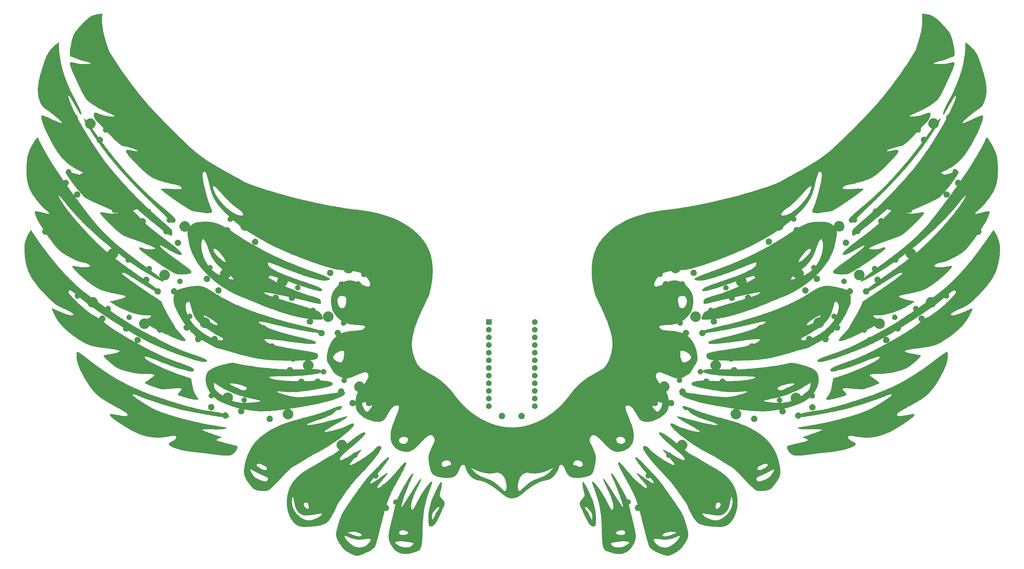
<source format=gbr>
G04 #@! TF.GenerationSoftware,KiCad,Pcbnew,5.1.5+dfsg1-2build2*
G04 #@! TF.CreationDate,2021-03-02T19:33:04+00:00*
G04 #@! TF.ProjectId,rev1,72657631-2e6b-4696-9361-645f70636258,rev?*
G04 #@! TF.SameCoordinates,Original*
G04 #@! TF.FileFunction,Soldermask,Bot*
G04 #@! TF.FilePolarity,Negative*
%FSLAX46Y46*%
G04 Gerber Fmt 4.6, Leading zero omitted, Abs format (unit mm)*
G04 Created by KiCad (PCBNEW 5.1.5+dfsg1-2build2) date 2021-03-02 19:33:04*
%MOMM*%
%LPD*%
G04 APERTURE LIST*
%ADD10C,0.010000*%
%ADD11C,0.100000*%
G04 APERTURE END LIST*
D10*
G36*
X354353487Y-85019269D02*
G01*
X354373254Y-85044000D01*
X354376176Y-85098224D01*
X354361912Y-85184309D01*
X354330122Y-85304621D01*
X354296966Y-85411371D01*
X354253168Y-85539553D01*
X354204987Y-85665542D01*
X354149875Y-85794438D01*
X354085285Y-85931342D01*
X354008670Y-86081355D01*
X353917484Y-86249578D01*
X353809179Y-86441110D01*
X353681209Y-86661054D01*
X353627475Y-86752161D01*
X353439041Y-87066177D01*
X353227205Y-87410997D01*
X352994014Y-87783593D01*
X352741517Y-88180942D01*
X352471762Y-88600016D01*
X352186796Y-89037790D01*
X351888669Y-89491240D01*
X351579427Y-89957338D01*
X351261120Y-90433059D01*
X350935795Y-90915379D01*
X350605500Y-91401270D01*
X350272284Y-91887708D01*
X349938194Y-92371666D01*
X349605279Y-92850120D01*
X349275586Y-93320043D01*
X348951165Y-93778410D01*
X348634063Y-94222195D01*
X348326327Y-94648373D01*
X348030007Y-95053917D01*
X347771368Y-95403334D01*
X347056759Y-96347846D01*
X346306121Y-97312270D01*
X345520281Y-98295693D01*
X344700067Y-99297201D01*
X343846307Y-100315883D01*
X342959829Y-101350824D01*
X342041459Y-102401112D01*
X341092027Y-103465834D01*
X340112359Y-104544077D01*
X339103283Y-105634927D01*
X338065627Y-106737473D01*
X337000218Y-107850800D01*
X335907885Y-108973996D01*
X334789455Y-110106148D01*
X333645755Y-111246343D01*
X332477614Y-112393668D01*
X331574797Y-113269063D01*
X331503804Y-113337246D01*
X331405337Y-113431400D01*
X331282677Y-113548405D01*
X331139105Y-113685140D01*
X330977902Y-113838487D01*
X330802348Y-114005325D01*
X330615727Y-114182536D01*
X330421317Y-114366999D01*
X330222400Y-114555595D01*
X330029630Y-114738223D01*
X329766390Y-114988517D01*
X329493979Y-115249420D01*
X329215065Y-115518281D01*
X328932318Y-115792450D01*
X328648404Y-116069275D01*
X328365993Y-116346105D01*
X328087753Y-116620290D01*
X327816352Y-116889179D01*
X327554458Y-117150121D01*
X327304741Y-117400465D01*
X327069868Y-117637561D01*
X326852508Y-117858758D01*
X326655330Y-118061404D01*
X326481000Y-118242850D01*
X326332189Y-118400443D01*
X326214834Y-118527917D01*
X326001966Y-118758613D01*
X325810179Y-118956078D01*
X325636934Y-119122213D01*
X325479693Y-119258920D01*
X325335917Y-119368101D01*
X325203069Y-119451656D01*
X325078611Y-119511488D01*
X324960005Y-119549497D01*
X324844711Y-119567586D01*
X324825443Y-119568807D01*
X324715099Y-119568259D01*
X324625499Y-119555851D01*
X324598401Y-119547751D01*
X324469566Y-119478966D01*
X324343685Y-119371682D01*
X324224740Y-119229717D01*
X324152992Y-119120584D01*
X324090947Y-119004940D01*
X324051100Y-118897423D01*
X324034460Y-118792532D01*
X324042038Y-118684763D01*
X324074842Y-118568617D01*
X324133885Y-118438590D01*
X324220176Y-118289182D01*
X324334725Y-118114891D01*
X324338737Y-118109032D01*
X324395824Y-118028789D01*
X324457224Y-117949335D01*
X324527453Y-117865630D01*
X324611029Y-117772631D01*
X324712467Y-117665296D01*
X324836285Y-117538582D01*
X324969163Y-117405225D01*
X325181477Y-117196208D01*
X325401244Y-116985463D01*
X325631335Y-116770466D01*
X325874620Y-116548693D01*
X326133971Y-116317620D01*
X326412258Y-116074724D01*
X326712352Y-115817480D01*
X327037124Y-115543365D01*
X327389444Y-115249855D01*
X327772184Y-114934426D01*
X327881667Y-114844721D01*
X329275235Y-113685469D01*
X330636643Y-112514734D01*
X331970353Y-111328312D01*
X333280831Y-110121997D01*
X334572541Y-108891587D01*
X335849946Y-107632875D01*
X337117512Y-106341658D01*
X338379702Y-105013732D01*
X338804036Y-104557855D01*
X339766183Y-103507471D01*
X340713776Y-102449831D01*
X341649172Y-101382010D01*
X342574730Y-100301081D01*
X343492805Y-99204119D01*
X344405757Y-98088198D01*
X345315942Y-96950390D01*
X346225718Y-95787769D01*
X347137441Y-94597411D01*
X348053470Y-93376387D01*
X348976161Y-92121772D01*
X349907873Y-90830641D01*
X350254356Y-90344500D01*
X350637483Y-89805804D01*
X350997336Y-89301149D01*
X351334584Y-88829665D01*
X351649897Y-88390480D01*
X351943946Y-87982724D01*
X352217400Y-87605528D01*
X352470929Y-87258021D01*
X352705204Y-86939332D01*
X352920893Y-86648592D01*
X353118668Y-86384929D01*
X353299198Y-86147474D01*
X353463153Y-85935356D01*
X353611202Y-85747705D01*
X353744017Y-85583650D01*
X353862266Y-85442321D01*
X353966620Y-85322849D01*
X354057749Y-85224361D01*
X354136323Y-85145989D01*
X354203012Y-85086862D01*
X354258485Y-85046109D01*
X354303412Y-85022860D01*
X354338464Y-85016245D01*
X354353487Y-85019269D01*
G37*
X354353487Y-85019269D02*
X354373254Y-85044000D01*
X354376176Y-85098224D01*
X354361912Y-85184309D01*
X354330122Y-85304621D01*
X354296966Y-85411371D01*
X354253168Y-85539553D01*
X354204987Y-85665542D01*
X354149875Y-85794438D01*
X354085285Y-85931342D01*
X354008670Y-86081355D01*
X353917484Y-86249578D01*
X353809179Y-86441110D01*
X353681209Y-86661054D01*
X353627475Y-86752161D01*
X353439041Y-87066177D01*
X353227205Y-87410997D01*
X352994014Y-87783593D01*
X352741517Y-88180942D01*
X352471762Y-88600016D01*
X352186796Y-89037790D01*
X351888669Y-89491240D01*
X351579427Y-89957338D01*
X351261120Y-90433059D01*
X350935795Y-90915379D01*
X350605500Y-91401270D01*
X350272284Y-91887708D01*
X349938194Y-92371666D01*
X349605279Y-92850120D01*
X349275586Y-93320043D01*
X348951165Y-93778410D01*
X348634063Y-94222195D01*
X348326327Y-94648373D01*
X348030007Y-95053917D01*
X347771368Y-95403334D01*
X347056759Y-96347846D01*
X346306121Y-97312270D01*
X345520281Y-98295693D01*
X344700067Y-99297201D01*
X343846307Y-100315883D01*
X342959829Y-101350824D01*
X342041459Y-102401112D01*
X341092027Y-103465834D01*
X340112359Y-104544077D01*
X339103283Y-105634927D01*
X338065627Y-106737473D01*
X337000218Y-107850800D01*
X335907885Y-108973996D01*
X334789455Y-110106148D01*
X333645755Y-111246343D01*
X332477614Y-112393668D01*
X331574797Y-113269063D01*
X331503804Y-113337246D01*
X331405337Y-113431400D01*
X331282677Y-113548405D01*
X331139105Y-113685140D01*
X330977902Y-113838487D01*
X330802348Y-114005325D01*
X330615727Y-114182536D01*
X330421317Y-114366999D01*
X330222400Y-114555595D01*
X330029630Y-114738223D01*
X329766390Y-114988517D01*
X329493979Y-115249420D01*
X329215065Y-115518281D01*
X328932318Y-115792450D01*
X328648404Y-116069275D01*
X328365993Y-116346105D01*
X328087753Y-116620290D01*
X327816352Y-116889179D01*
X327554458Y-117150121D01*
X327304741Y-117400465D01*
X327069868Y-117637561D01*
X326852508Y-117858758D01*
X326655330Y-118061404D01*
X326481000Y-118242850D01*
X326332189Y-118400443D01*
X326214834Y-118527917D01*
X326001966Y-118758613D01*
X325810179Y-118956078D01*
X325636934Y-119122213D01*
X325479693Y-119258920D01*
X325335917Y-119368101D01*
X325203069Y-119451656D01*
X325078611Y-119511488D01*
X324960005Y-119549497D01*
X324844711Y-119567586D01*
X324825443Y-119568807D01*
X324715099Y-119568259D01*
X324625499Y-119555851D01*
X324598401Y-119547751D01*
X324469566Y-119478966D01*
X324343685Y-119371682D01*
X324224740Y-119229717D01*
X324152992Y-119120584D01*
X324090947Y-119004940D01*
X324051100Y-118897423D01*
X324034460Y-118792532D01*
X324042038Y-118684763D01*
X324074842Y-118568617D01*
X324133885Y-118438590D01*
X324220176Y-118289182D01*
X324334725Y-118114891D01*
X324338737Y-118109032D01*
X324395824Y-118028789D01*
X324457224Y-117949335D01*
X324527453Y-117865630D01*
X324611029Y-117772631D01*
X324712467Y-117665296D01*
X324836285Y-117538582D01*
X324969163Y-117405225D01*
X325181477Y-117196208D01*
X325401244Y-116985463D01*
X325631335Y-116770466D01*
X325874620Y-116548693D01*
X326133971Y-116317620D01*
X326412258Y-116074724D01*
X326712352Y-115817480D01*
X327037124Y-115543365D01*
X327389444Y-115249855D01*
X327772184Y-114934426D01*
X327881667Y-114844721D01*
X329275235Y-113685469D01*
X330636643Y-112514734D01*
X331970353Y-111328312D01*
X333280831Y-110121997D01*
X334572541Y-108891587D01*
X335849946Y-107632875D01*
X337117512Y-106341658D01*
X338379702Y-105013732D01*
X338804036Y-104557855D01*
X339766183Y-103507471D01*
X340713776Y-102449831D01*
X341649172Y-101382010D01*
X342574730Y-100301081D01*
X343492805Y-99204119D01*
X344405757Y-98088198D01*
X345315942Y-96950390D01*
X346225718Y-95787769D01*
X347137441Y-94597411D01*
X348053470Y-93376387D01*
X348976161Y-92121772D01*
X349907873Y-90830641D01*
X350254356Y-90344500D01*
X350637483Y-89805804D01*
X350997336Y-89301149D01*
X351334584Y-88829665D01*
X351649897Y-88390480D01*
X351943946Y-87982724D01*
X352217400Y-87605528D01*
X352470929Y-87258021D01*
X352705204Y-86939332D01*
X352920893Y-86648592D01*
X353118668Y-86384929D01*
X353299198Y-86147474D01*
X353463153Y-85935356D01*
X353611202Y-85747705D01*
X353744017Y-85583650D01*
X353862266Y-85442321D01*
X353966620Y-85322849D01*
X354057749Y-85224361D01*
X354136323Y-85145989D01*
X354203012Y-85086862D01*
X354258485Y-85046109D01*
X354303412Y-85022860D01*
X354338464Y-85016245D01*
X354353487Y-85019269D01*
G36*
X70359378Y-85027393D02*
G01*
X70405674Y-85054411D01*
X70461698Y-85097733D01*
X70528178Y-85158304D01*
X70605846Y-85237066D01*
X70695431Y-85334965D01*
X70797665Y-85452945D01*
X70913277Y-85591950D01*
X71042998Y-85752925D01*
X71187558Y-85936813D01*
X71347687Y-86144560D01*
X71524116Y-86377109D01*
X71717575Y-86635404D01*
X71928795Y-86920391D01*
X72158505Y-87233013D01*
X72407436Y-87574214D01*
X72676318Y-87944939D01*
X72965882Y-88346132D01*
X73276859Y-88778738D01*
X73609977Y-89243700D01*
X73965968Y-89741964D01*
X74199422Y-90069334D01*
X74583504Y-90607443D01*
X74945709Y-91113142D01*
X75287947Y-91589040D01*
X75612128Y-92037744D01*
X75920161Y-92461865D01*
X76213956Y-92864009D01*
X76495425Y-93246785D01*
X76766475Y-93612803D01*
X77029018Y-93964670D01*
X77284962Y-94304995D01*
X77536219Y-94636387D01*
X77709674Y-94863584D01*
X78694758Y-96137371D01*
X79670954Y-97373569D01*
X80640972Y-98575303D01*
X81607519Y-99745697D01*
X82573306Y-100887876D01*
X83541041Y-102004965D01*
X84513433Y-103100088D01*
X85493192Y-104176370D01*
X86483027Y-105236936D01*
X87485646Y-106284910D01*
X88503759Y-107323417D01*
X88570921Y-107391052D01*
X89182268Y-108002919D01*
X89774924Y-108589075D01*
X90353001Y-109153247D01*
X90920611Y-109699164D01*
X91481864Y-110230553D01*
X92040875Y-110751142D01*
X92601753Y-111264658D01*
X93168611Y-111774831D01*
X93745561Y-112285387D01*
X94336714Y-112800055D01*
X94946183Y-113322562D01*
X95578079Y-113856637D01*
X96236514Y-114406007D01*
X96925600Y-114974399D01*
X97027349Y-115057833D01*
X97412793Y-115376270D01*
X97785263Y-115689151D01*
X98142341Y-115994310D01*
X98481608Y-116289581D01*
X98800645Y-116572796D01*
X99097035Y-116841791D01*
X99368358Y-117094397D01*
X99612195Y-117328449D01*
X99826129Y-117541780D01*
X99981874Y-117704365D01*
X100124549Y-117868120D01*
X100264817Y-118049120D01*
X100393514Y-118234604D01*
X100501474Y-118411815D01*
X100535647Y-118475286D01*
X100573102Y-118554015D01*
X100593967Y-118619770D01*
X100602814Y-118692141D01*
X100604308Y-118769581D01*
X100601789Y-118860101D01*
X100591393Y-118927744D01*
X100568302Y-118991856D01*
X100530225Y-119067101D01*
X100455030Y-119186075D01*
X100361699Y-119302549D01*
X100259780Y-119406398D01*
X100158822Y-119487495D01*
X100101782Y-119521469D01*
X99970294Y-119564742D01*
X99823533Y-119574586D01*
X99672681Y-119550620D01*
X99630640Y-119537593D01*
X99539792Y-119501136D01*
X99445689Y-119452587D01*
X99345875Y-119389770D01*
X99237896Y-119310513D01*
X99119297Y-119212643D01*
X98987623Y-119093985D01*
X98840420Y-118952366D01*
X98675232Y-118785613D01*
X98489606Y-118591552D01*
X98281085Y-118368009D01*
X98155638Y-118231584D01*
X98084234Y-118155152D01*
X97986396Y-118052765D01*
X97865831Y-117928196D01*
X97726247Y-117785216D01*
X97571350Y-117627598D01*
X97404846Y-117459113D01*
X97230444Y-117283534D01*
X97051849Y-117104633D01*
X96875556Y-116928952D01*
X96651548Y-116706390D01*
X96453364Y-116509675D01*
X96276846Y-116334773D01*
X96117832Y-116177650D01*
X95972163Y-116034269D01*
X95835677Y-115900597D01*
X95704216Y-115772598D01*
X95573617Y-115646237D01*
X95439722Y-115517479D01*
X95298370Y-115382290D01*
X95145401Y-115236635D01*
X94976654Y-115076478D01*
X94787969Y-114897784D01*
X94575185Y-114696520D01*
X94519167Y-114643556D01*
X93741010Y-113903818D01*
X92955005Y-113148698D01*
X92165101Y-112382149D01*
X91375249Y-111608127D01*
X90589399Y-110830588D01*
X89811502Y-110053486D01*
X89045509Y-109280776D01*
X88295370Y-108516415D01*
X87565036Y-107764356D01*
X86858456Y-107028555D01*
X86179583Y-106312967D01*
X85882843Y-105997172D01*
X84832616Y-104866592D01*
X83819186Y-103756475D01*
X82842394Y-102666633D01*
X81902080Y-101596882D01*
X80998085Y-100547034D01*
X80130250Y-99516903D01*
X79298417Y-98506302D01*
X78502426Y-97515045D01*
X77742117Y-96542945D01*
X77101061Y-95701367D01*
X76814687Y-95317608D01*
X76516488Y-94912507D01*
X76208244Y-94488698D01*
X75891737Y-94048818D01*
X75568747Y-93595505D01*
X75241056Y-93131394D01*
X74910444Y-92659121D01*
X74578693Y-92181324D01*
X74247584Y-91700639D01*
X73918897Y-91219701D01*
X73594414Y-90741148D01*
X73275916Y-90267616D01*
X72965184Y-89801742D01*
X72663998Y-89346162D01*
X72374140Y-88903512D01*
X72097391Y-88476429D01*
X71835532Y-88067549D01*
X71590343Y-87679509D01*
X71363606Y-87314945D01*
X71157103Y-86976494D01*
X70972613Y-86666791D01*
X70822707Y-86407500D01*
X70709663Y-86205544D01*
X70616599Y-86032218D01*
X70540283Y-85880754D01*
X70477481Y-85744380D01*
X70424960Y-85616325D01*
X70379490Y-85489820D01*
X70368127Y-85455438D01*
X70321082Y-85304728D01*
X70289811Y-85189622D01*
X70273723Y-85106684D01*
X70272228Y-85052477D01*
X70284736Y-85023563D01*
X70293043Y-85018490D01*
X70322077Y-85015734D01*
X70359378Y-85027393D01*
G37*
X70359378Y-85027393D02*
X70405674Y-85054411D01*
X70461698Y-85097733D01*
X70528178Y-85158304D01*
X70605846Y-85237066D01*
X70695431Y-85334965D01*
X70797665Y-85452945D01*
X70913277Y-85591950D01*
X71042998Y-85752925D01*
X71187558Y-85936813D01*
X71347687Y-86144560D01*
X71524116Y-86377109D01*
X71717575Y-86635404D01*
X71928795Y-86920391D01*
X72158505Y-87233013D01*
X72407436Y-87574214D01*
X72676318Y-87944939D01*
X72965882Y-88346132D01*
X73276859Y-88778738D01*
X73609977Y-89243700D01*
X73965968Y-89741964D01*
X74199422Y-90069334D01*
X74583504Y-90607443D01*
X74945709Y-91113142D01*
X75287947Y-91589040D01*
X75612128Y-92037744D01*
X75920161Y-92461865D01*
X76213956Y-92864009D01*
X76495425Y-93246785D01*
X76766475Y-93612803D01*
X77029018Y-93964670D01*
X77284962Y-94304995D01*
X77536219Y-94636387D01*
X77709674Y-94863584D01*
X78694758Y-96137371D01*
X79670954Y-97373569D01*
X80640972Y-98575303D01*
X81607519Y-99745697D01*
X82573306Y-100887876D01*
X83541041Y-102004965D01*
X84513433Y-103100088D01*
X85493192Y-104176370D01*
X86483027Y-105236936D01*
X87485646Y-106284910D01*
X88503759Y-107323417D01*
X88570921Y-107391052D01*
X89182268Y-108002919D01*
X89774924Y-108589075D01*
X90353001Y-109153247D01*
X90920611Y-109699164D01*
X91481864Y-110230553D01*
X92040875Y-110751142D01*
X92601753Y-111264658D01*
X93168611Y-111774831D01*
X93745561Y-112285387D01*
X94336714Y-112800055D01*
X94946183Y-113322562D01*
X95578079Y-113856637D01*
X96236514Y-114406007D01*
X96925600Y-114974399D01*
X97027349Y-115057833D01*
X97412793Y-115376270D01*
X97785263Y-115689151D01*
X98142341Y-115994310D01*
X98481608Y-116289581D01*
X98800645Y-116572796D01*
X99097035Y-116841791D01*
X99368358Y-117094397D01*
X99612195Y-117328449D01*
X99826129Y-117541780D01*
X99981874Y-117704365D01*
X100124549Y-117868120D01*
X100264817Y-118049120D01*
X100393514Y-118234604D01*
X100501474Y-118411815D01*
X100535647Y-118475286D01*
X100573102Y-118554015D01*
X100593967Y-118619770D01*
X100602814Y-118692141D01*
X100604308Y-118769581D01*
X100601789Y-118860101D01*
X100591393Y-118927744D01*
X100568302Y-118991856D01*
X100530225Y-119067101D01*
X100455030Y-119186075D01*
X100361699Y-119302549D01*
X100259780Y-119406398D01*
X100158822Y-119487495D01*
X100101782Y-119521469D01*
X99970294Y-119564742D01*
X99823533Y-119574586D01*
X99672681Y-119550620D01*
X99630640Y-119537593D01*
X99539792Y-119501136D01*
X99445689Y-119452587D01*
X99345875Y-119389770D01*
X99237896Y-119310513D01*
X99119297Y-119212643D01*
X98987623Y-119093985D01*
X98840420Y-118952366D01*
X98675232Y-118785613D01*
X98489606Y-118591552D01*
X98281085Y-118368009D01*
X98155638Y-118231584D01*
X98084234Y-118155152D01*
X97986396Y-118052765D01*
X97865831Y-117928196D01*
X97726247Y-117785216D01*
X97571350Y-117627598D01*
X97404846Y-117459113D01*
X97230444Y-117283534D01*
X97051849Y-117104633D01*
X96875556Y-116928952D01*
X96651548Y-116706390D01*
X96453364Y-116509675D01*
X96276846Y-116334773D01*
X96117832Y-116177650D01*
X95972163Y-116034269D01*
X95835677Y-115900597D01*
X95704216Y-115772598D01*
X95573617Y-115646237D01*
X95439722Y-115517479D01*
X95298370Y-115382290D01*
X95145401Y-115236635D01*
X94976654Y-115076478D01*
X94787969Y-114897784D01*
X94575185Y-114696520D01*
X94519167Y-114643556D01*
X93741010Y-113903818D01*
X92955005Y-113148698D01*
X92165101Y-112382149D01*
X91375249Y-111608127D01*
X90589399Y-110830588D01*
X89811502Y-110053486D01*
X89045509Y-109280776D01*
X88295370Y-108516415D01*
X87565036Y-107764356D01*
X86858456Y-107028555D01*
X86179583Y-106312967D01*
X85882843Y-105997172D01*
X84832616Y-104866592D01*
X83819186Y-103756475D01*
X82842394Y-102666633D01*
X81902080Y-101596882D01*
X80998085Y-100547034D01*
X80130250Y-99516903D01*
X79298417Y-98506302D01*
X78502426Y-97515045D01*
X77742117Y-96542945D01*
X77101061Y-95701367D01*
X76814687Y-95317608D01*
X76516488Y-94912507D01*
X76208244Y-94488698D01*
X75891737Y-94048818D01*
X75568747Y-93595505D01*
X75241056Y-93131394D01*
X74910444Y-92659121D01*
X74578693Y-92181324D01*
X74247584Y-91700639D01*
X73918897Y-91219701D01*
X73594414Y-90741148D01*
X73275916Y-90267616D01*
X72965184Y-89801742D01*
X72663998Y-89346162D01*
X72374140Y-88903512D01*
X72097391Y-88476429D01*
X71835532Y-88067549D01*
X71590343Y-87679509D01*
X71363606Y-87314945D01*
X71157103Y-86976494D01*
X70972613Y-86666791D01*
X70822707Y-86407500D01*
X70709663Y-86205544D01*
X70616599Y-86032218D01*
X70540283Y-85880754D01*
X70477481Y-85744380D01*
X70424960Y-85616325D01*
X70379490Y-85489820D01*
X70368127Y-85455438D01*
X70321082Y-85304728D01*
X70289811Y-85189622D01*
X70273723Y-85106684D01*
X70272228Y-85052477D01*
X70284736Y-85023563D01*
X70293043Y-85018490D01*
X70322077Y-85015734D01*
X70359378Y-85027393D01*
G36*
X362718683Y-59783327D02*
G01*
X362774041Y-59808217D01*
X362854319Y-59852614D01*
X362955051Y-59913559D01*
X363071772Y-59988097D01*
X363200016Y-60073269D01*
X363335318Y-60166117D01*
X363473212Y-60263685D01*
X363609234Y-60363014D01*
X363738917Y-60461148D01*
X363840274Y-60540965D01*
X364310257Y-60941181D01*
X364755895Y-61365031D01*
X365174597Y-61809274D01*
X365563771Y-62270670D01*
X365920826Y-62745977D01*
X366243170Y-63231955D01*
X366528212Y-63725363D01*
X366758749Y-64190684D01*
X366808994Y-64306132D01*
X366872266Y-64460302D01*
X366948038Y-64651812D01*
X367035784Y-64879279D01*
X367134976Y-65141320D01*
X367245089Y-65436552D01*
X367365597Y-65763592D01*
X367495972Y-66121059D01*
X367541356Y-66246250D01*
X367864732Y-67161009D01*
X368160998Y-68043990D01*
X368430274Y-68895828D01*
X368672678Y-69717158D01*
X368888332Y-70508616D01*
X369077353Y-71270838D01*
X369239861Y-72004460D01*
X369375976Y-72710116D01*
X369485817Y-73388444D01*
X369569503Y-74040077D01*
X369627154Y-74665652D01*
X369658890Y-75265805D01*
X369664829Y-75841170D01*
X369645091Y-76392384D01*
X369599796Y-76920082D01*
X369578915Y-77091811D01*
X369542467Y-77344871D01*
X369500443Y-77584476D01*
X369450717Y-77819031D01*
X369391166Y-78056945D01*
X369319665Y-78306625D01*
X369234092Y-78576477D01*
X369132320Y-78874911D01*
X369118404Y-78914500D01*
X369000848Y-79241800D01*
X368891704Y-79531784D01*
X368789068Y-79788190D01*
X368691038Y-80014761D01*
X368595708Y-80215235D01*
X368501175Y-80393353D01*
X368405535Y-80552856D01*
X368306884Y-80697483D01*
X368203317Y-80830975D01*
X368092932Y-80957072D01*
X368061693Y-80990354D01*
X367982912Y-81071193D01*
X367904095Y-81147406D01*
X367820551Y-81222772D01*
X367727586Y-81301071D01*
X367620507Y-81386081D01*
X367494620Y-81481583D01*
X367345232Y-81591355D01*
X367167649Y-81719178D01*
X367071750Y-81787533D01*
X366703257Y-82050427D01*
X366365574Y-82293291D01*
X366054255Y-82519530D01*
X365764855Y-82732550D01*
X365492929Y-82935756D01*
X365234032Y-83132555D01*
X364983718Y-83326351D01*
X364737543Y-83520550D01*
X364491060Y-83718557D01*
X364239826Y-83923777D01*
X363979394Y-84139617D01*
X363743751Y-84337109D01*
X363384815Y-84642131D01*
X363059967Y-84924182D01*
X362769296Y-85183171D01*
X362512892Y-85419009D01*
X362290844Y-85631606D01*
X362103240Y-85820873D01*
X361950169Y-85986720D01*
X361831721Y-86129058D01*
X361747984Y-86247797D01*
X361699048Y-86342848D01*
X361684833Y-86408190D01*
X361692263Y-86459433D01*
X361718766Y-86491783D01*
X361770666Y-86508013D01*
X361854287Y-86510897D01*
X361912519Y-86508035D01*
X362026444Y-86493756D01*
X362165137Y-86463947D01*
X362329775Y-86418145D01*
X362521536Y-86355890D01*
X362741595Y-86276718D01*
X362991130Y-86180168D01*
X363271317Y-86065777D01*
X363583333Y-85933085D01*
X363928356Y-85781628D01*
X364307562Y-85610946D01*
X364722127Y-85420575D01*
X364936469Y-85320927D01*
X365343155Y-85132643D01*
X365730800Y-84956119D01*
X366097820Y-84791998D01*
X366442628Y-84640919D01*
X366763638Y-84503524D01*
X367059264Y-84380454D01*
X367327922Y-84272351D01*
X367568023Y-84179854D01*
X367777983Y-84103607D01*
X367956216Y-84044248D01*
X368101136Y-84002421D01*
X368211157Y-83978765D01*
X368270036Y-83973334D01*
X368361475Y-83992526D01*
X368435404Y-84048920D01*
X368490837Y-84140745D01*
X368526788Y-84266228D01*
X368542271Y-84423595D01*
X368542833Y-84463784D01*
X368531876Y-84660527D01*
X368499430Y-84891723D01*
X368446139Y-85155737D01*
X368372644Y-85450934D01*
X368279585Y-85775678D01*
X368167605Y-86128334D01*
X368037345Y-86507265D01*
X367889447Y-86910837D01*
X367724551Y-87337415D01*
X367543301Y-87785362D01*
X367346336Y-88253043D01*
X367134299Y-88738822D01*
X366907831Y-89241065D01*
X366667573Y-89758136D01*
X366414168Y-90288399D01*
X366148256Y-90830218D01*
X365870479Y-91381959D01*
X365695868Y-91721951D01*
X365308397Y-92460197D01*
X364930026Y-93159132D01*
X364559501Y-93820493D01*
X364195571Y-94446019D01*
X363836983Y-95037447D01*
X363482486Y-95596514D01*
X363130826Y-96124958D01*
X362780752Y-96624516D01*
X362431011Y-97096926D01*
X362080351Y-97543926D01*
X361727521Y-97967252D01*
X361371266Y-98368643D01*
X361010337Y-98749835D01*
X360643479Y-99112568D01*
X360269441Y-99458577D01*
X359886971Y-99789600D01*
X359872968Y-99801311D01*
X359320181Y-100240043D01*
X358729323Y-100664921D01*
X358102816Y-101074431D01*
X357443082Y-101467056D01*
X356752546Y-101841282D01*
X356073566Y-102176793D01*
X355709384Y-102350291D01*
X355382453Y-102509465D01*
X355090621Y-102655473D01*
X354831737Y-102789472D01*
X354603653Y-102912621D01*
X354404216Y-103026076D01*
X354231276Y-103130996D01*
X354082682Y-103228539D01*
X353971240Y-103308523D01*
X353867993Y-103392588D01*
X353799131Y-103465096D01*
X353760361Y-103531696D01*
X353747386Y-103598031D01*
X353747333Y-103602854D01*
X353767338Y-103670158D01*
X353826552Y-103724789D01*
X353923779Y-103766695D01*
X354057818Y-103795821D01*
X354227472Y-103812114D01*
X354431542Y-103815521D01*
X354668829Y-103805988D01*
X354938135Y-103783463D01*
X355238261Y-103747891D01*
X355568009Y-103699220D01*
X355641750Y-103687190D01*
X355974010Y-103627778D01*
X356333102Y-103555724D01*
X356706453Y-103473851D01*
X357081490Y-103384988D01*
X357445640Y-103291961D01*
X357660751Y-103233342D01*
X357962266Y-103150534D01*
X358261601Y-103071330D01*
X358555221Y-102996502D01*
X358839592Y-102926820D01*
X359111178Y-102863056D01*
X359366446Y-102805982D01*
X359601860Y-102756369D01*
X359813886Y-102714989D01*
X359998988Y-102682613D01*
X360153633Y-102660013D01*
X360274285Y-102647960D01*
X360348808Y-102646651D01*
X360467750Y-102652917D01*
X360474183Y-102730014D01*
X360466412Y-102816143D01*
X360431854Y-102933343D01*
X360371229Y-103080501D01*
X360285252Y-103256507D01*
X360174642Y-103460247D01*
X360040116Y-103690610D01*
X359882390Y-103946485D01*
X359702182Y-104226759D01*
X359500210Y-104530321D01*
X359277191Y-104856058D01*
X359033841Y-105202859D01*
X358770879Y-105569612D01*
X358489021Y-105955204D01*
X358188984Y-106358525D01*
X357871487Y-106778463D01*
X357813478Y-106854500D01*
X357511087Y-107246769D01*
X357207802Y-107633256D01*
X356905414Y-108011925D01*
X356605709Y-108380742D01*
X356310477Y-108737670D01*
X356021505Y-109080675D01*
X355740582Y-109407721D01*
X355469496Y-109716772D01*
X355210035Y-110005794D01*
X354963988Y-110272751D01*
X354733143Y-110515608D01*
X354519289Y-110732328D01*
X354324213Y-110920878D01*
X354149704Y-111079222D01*
X353997550Y-111205323D01*
X353976622Y-111221441D01*
X353867484Y-111299242D01*
X353731179Y-111386866D01*
X353565830Y-111485364D01*
X353369556Y-111595784D01*
X353140480Y-111719175D01*
X352876723Y-111856587D01*
X352576406Y-112009068D01*
X352477333Y-112058691D01*
X351912969Y-112336931D01*
X351310547Y-112627009D01*
X350672344Y-112927914D01*
X350000637Y-113238632D01*
X349297704Y-113558152D01*
X348565822Y-113885461D01*
X347807268Y-114219547D01*
X347024320Y-114559397D01*
X346219254Y-114903999D01*
X345394348Y-115252340D01*
X344551880Y-115603409D01*
X343899330Y-115872212D01*
X343711373Y-115949681D01*
X343536462Y-116022601D01*
X343378291Y-116089373D01*
X343240555Y-116148399D01*
X343126949Y-116198077D01*
X343041168Y-116236810D01*
X342986907Y-116262998D01*
X342967860Y-116275040D01*
X342967997Y-116275374D01*
X342996235Y-116287629D01*
X343059327Y-116307397D01*
X343150785Y-116333092D01*
X343264120Y-116363132D01*
X343392842Y-116395931D01*
X343530462Y-116429905D01*
X343670490Y-116463470D01*
X343806437Y-116495042D01*
X343931814Y-116523037D01*
X344040131Y-116545870D01*
X344124899Y-116561957D01*
X344169417Y-116568677D01*
X344272296Y-116577349D01*
X344408796Y-116583823D01*
X344570261Y-116588092D01*
X344748035Y-116590152D01*
X344933462Y-116589994D01*
X345117888Y-116587614D01*
X345292654Y-116583004D01*
X345449107Y-116576158D01*
X345547468Y-116569691D01*
X345690302Y-116557631D01*
X345829167Y-116543988D01*
X345970170Y-116527908D01*
X346119415Y-116508532D01*
X346283007Y-116485004D01*
X346467052Y-116456468D01*
X346677655Y-116422068D01*
X346920920Y-116380946D01*
X347045446Y-116359542D01*
X347366413Y-116304784D01*
X347648459Y-116258140D01*
X347894159Y-116219348D01*
X348106090Y-116188150D01*
X348286827Y-116164284D01*
X348438947Y-116147490D01*
X348565025Y-116137508D01*
X348667636Y-116134077D01*
X348749358Y-116136938D01*
X348812765Y-116145829D01*
X348860433Y-116160491D01*
X348885154Y-116173613D01*
X348931105Y-116227580D01*
X348945340Y-116307129D01*
X348928424Y-116410457D01*
X348880922Y-116535761D01*
X348803399Y-116681237D01*
X348696422Y-116845080D01*
X348658008Y-116898446D01*
X348509805Y-117092213D01*
X348331358Y-117311521D01*
X348124548Y-117554346D01*
X347891256Y-117818660D01*
X347633364Y-118102437D01*
X347352753Y-118403651D01*
X347051305Y-118720276D01*
X346730902Y-119050286D01*
X346393424Y-119391653D01*
X346040754Y-119742353D01*
X345777920Y-120000044D01*
X345383494Y-120381625D01*
X344996408Y-120750423D01*
X344618220Y-121105108D01*
X344250485Y-121444353D01*
X343894760Y-121766828D01*
X343552601Y-122071204D01*
X343225566Y-122356153D01*
X342915210Y-122620345D01*
X342623089Y-122862451D01*
X342350761Y-123081144D01*
X342099783Y-123275093D01*
X341871709Y-123442969D01*
X341668097Y-123583445D01*
X341490504Y-123695191D01*
X341374038Y-123760010D01*
X341236905Y-123827083D01*
X341062300Y-123906175D01*
X340853012Y-123996214D01*
X340611828Y-124096130D01*
X340341535Y-124204851D01*
X340044922Y-124321307D01*
X339724775Y-124444428D01*
X339383883Y-124573142D01*
X339025034Y-124706378D01*
X338651014Y-124843065D01*
X338264612Y-124982134D01*
X337868616Y-125122512D01*
X337465812Y-125263130D01*
X337417250Y-125279935D01*
X336845500Y-125479332D01*
X336288615Y-125676985D01*
X335748264Y-125872215D01*
X335226119Y-126064341D01*
X334723850Y-126252686D01*
X334243131Y-126436569D01*
X333785630Y-126615311D01*
X333353020Y-126788234D01*
X332946971Y-126954656D01*
X332569155Y-127113900D01*
X332221242Y-127265286D01*
X331904905Y-127408135D01*
X331621814Y-127541767D01*
X331373639Y-127665503D01*
X331162053Y-127778663D01*
X330988727Y-127880569D01*
X330935156Y-127914937D01*
X330826345Y-127991785D01*
X330755640Y-128055566D01*
X330722180Y-128109760D01*
X330725105Y-128157845D01*
X330763553Y-128203301D01*
X330836664Y-128249606D01*
X330850588Y-128256851D01*
X330972955Y-128308142D01*
X331124132Y-128351328D01*
X331306150Y-128386649D01*
X331521039Y-128414344D01*
X331770829Y-128434653D01*
X332057551Y-128447816D01*
X332383235Y-128454071D01*
X332527750Y-128454694D01*
X332864729Y-128452197D01*
X333164482Y-128443854D01*
X333431810Y-128428924D01*
X333671512Y-128406666D01*
X333888387Y-128376337D01*
X334087234Y-128337197D01*
X334272854Y-128288504D01*
X334450045Y-128229517D01*
X334623607Y-128159493D01*
X334718868Y-128116191D01*
X334995785Y-127994333D01*
X335244063Y-127903355D01*
X335463956Y-127843197D01*
X335655717Y-127813799D01*
X335819601Y-127815100D01*
X335911828Y-127832526D01*
X336007814Y-127876418D01*
X336069658Y-127942490D01*
X336095999Y-128026135D01*
X336085473Y-128122745D01*
X336036720Y-128227712D01*
X336031177Y-128236257D01*
X335957164Y-128332134D01*
X335848861Y-128449016D01*
X335708021Y-128585701D01*
X335536399Y-128740990D01*
X335335746Y-128913681D01*
X335107816Y-129102573D01*
X334854361Y-129306466D01*
X334577135Y-129524159D01*
X334277890Y-129754452D01*
X333958380Y-129996143D01*
X333620358Y-130248031D01*
X333265575Y-130508917D01*
X332895786Y-130777599D01*
X332512744Y-131052876D01*
X332118200Y-131333548D01*
X331713909Y-131618414D01*
X331301623Y-131906274D01*
X330883095Y-132195925D01*
X330460078Y-132486169D01*
X330034325Y-132775803D01*
X329607590Y-133063628D01*
X329181624Y-133348442D01*
X328758181Y-133629045D01*
X328339014Y-133904236D01*
X327925875Y-134172814D01*
X327520519Y-134433579D01*
X327124697Y-134685329D01*
X326740163Y-134926864D01*
X326368670Y-135156983D01*
X326011970Y-135374486D01*
X325671817Y-135578172D01*
X325349963Y-135766839D01*
X325048162Y-135939288D01*
X324768166Y-136094317D01*
X324511729Y-136230726D01*
X324280603Y-136347313D01*
X324076541Y-136442879D01*
X324004925Y-136474085D01*
X323885932Y-136522025D01*
X323773954Y-136560465D01*
X323659786Y-136591471D01*
X323534218Y-136617112D01*
X323388045Y-136639453D01*
X323212058Y-136660562D01*
X323140333Y-136668184D01*
X323037521Y-136676586D01*
X322899659Y-136684511D01*
X322734032Y-136691806D01*
X322547921Y-136698322D01*
X322348612Y-136703905D01*
X322143385Y-136708403D01*
X321939525Y-136711667D01*
X321744314Y-136713543D01*
X321565037Y-136713880D01*
X321408975Y-136712526D01*
X321283411Y-136709330D01*
X321245917Y-136707639D01*
X321104337Y-136698535D01*
X320932549Y-136684911D01*
X320742299Y-136667907D01*
X320545330Y-136648665D01*
X320353389Y-136628324D01*
X320178219Y-136608027D01*
X320050000Y-136591482D01*
X319770647Y-136547064D01*
X319530984Y-136495691D01*
X319328772Y-136436265D01*
X319161774Y-136367683D01*
X319027751Y-136288844D01*
X318924467Y-136198648D01*
X318849682Y-136095992D01*
X318801160Y-135979775D01*
X318800199Y-135976460D01*
X318791146Y-135892709D01*
X318810350Y-135799181D01*
X318859038Y-135694252D01*
X318938437Y-135576294D01*
X319049772Y-135443684D01*
X319194271Y-135294795D01*
X319373161Y-135128000D01*
X319568886Y-134957577D01*
X319679706Y-134864392D01*
X319795891Y-134768458D01*
X319919251Y-134668419D01*
X320051598Y-134562918D01*
X320194743Y-134450599D01*
X320350497Y-134330106D01*
X320520672Y-134200083D01*
X320707078Y-134059172D01*
X320911528Y-133906017D01*
X321135832Y-133739262D01*
X321381801Y-133557551D01*
X321651248Y-133359527D01*
X321945982Y-133143833D01*
X322267816Y-132909114D01*
X322618561Y-132654013D01*
X323000028Y-132377173D01*
X323414028Y-132077239D01*
X323447250Y-132053189D01*
X323906685Y-131720190D01*
X324333364Y-131410031D01*
X324729206Y-131121264D01*
X325096130Y-130852445D01*
X325436057Y-130602128D01*
X325750905Y-130368867D01*
X326042594Y-130151217D01*
X326313044Y-129947733D01*
X326564172Y-129756968D01*
X326797900Y-129577478D01*
X327016147Y-129407816D01*
X327220831Y-129246537D01*
X327413872Y-129092196D01*
X327597190Y-128943347D01*
X327772703Y-128798545D01*
X327809739Y-128767689D01*
X328092904Y-128527659D01*
X328341456Y-128308903D01*
X328556599Y-128110126D01*
X328739537Y-127930034D01*
X328891473Y-127767334D01*
X329013610Y-127620729D01*
X329107152Y-127488927D01*
X329173303Y-127370632D01*
X329213265Y-127264550D01*
X329215606Y-127255607D01*
X329226345Y-127171887D01*
X329216093Y-127102888D01*
X329187833Y-127057016D01*
X329144547Y-127042677D01*
X329140237Y-127043187D01*
X329067743Y-127062354D01*
X328960069Y-127103023D01*
X328818196Y-127164691D01*
X328643107Y-127246852D01*
X328435785Y-127349003D01*
X328197213Y-127470639D01*
X327928372Y-127611256D01*
X327630246Y-127770351D01*
X327303818Y-127947418D01*
X326950070Y-128141953D01*
X326569985Y-128353453D01*
X326389417Y-128454702D01*
X326133719Y-128598182D01*
X325909465Y-128723467D01*
X325711364Y-128833404D01*
X325534125Y-128930838D01*
X325372458Y-129018616D01*
X325221072Y-129099584D01*
X325074676Y-129176588D01*
X324927980Y-129252475D01*
X324775693Y-129330089D01*
X324612524Y-129412278D01*
X324566897Y-129435131D01*
X324197479Y-129616583D01*
X323861375Y-129774422D01*
X323557128Y-129909174D01*
X323283276Y-130021368D01*
X323038360Y-130111531D01*
X322820921Y-130180190D01*
X322629497Y-130227873D01*
X322462631Y-130255107D01*
X322318860Y-130262420D01*
X322281398Y-130260897D01*
X322202368Y-130253890D01*
X322151163Y-130241556D01*
X322113274Y-130218249D01*
X322076835Y-130181288D01*
X322039452Y-130134294D01*
X322022537Y-130091508D01*
X322020551Y-130034143D01*
X322023029Y-129998835D01*
X322042611Y-129893726D01*
X322085673Y-129778943D01*
X322153827Y-129652234D01*
X322248682Y-129511351D01*
X322371848Y-129354046D01*
X322524936Y-129178069D01*
X322709555Y-128981171D01*
X322863998Y-128824099D01*
X323079032Y-128613424D01*
X323309517Y-128396478D01*
X323557349Y-128171704D01*
X323824424Y-127937546D01*
X324112640Y-127692446D01*
X324423891Y-127434846D01*
X324760076Y-127163191D01*
X325123090Y-126875923D01*
X325514830Y-126571486D01*
X325937192Y-126248322D01*
X326392073Y-125904874D01*
X326703870Y-125671667D01*
X327117973Y-125362811D01*
X327500552Y-125077089D01*
X327854175Y-124812539D01*
X328181414Y-124567200D01*
X328484836Y-124339111D01*
X328767011Y-124126311D01*
X329030509Y-123926838D01*
X329277900Y-123738733D01*
X329511752Y-123560033D01*
X329734635Y-123388778D01*
X329949119Y-123223006D01*
X330157773Y-123060757D01*
X330363166Y-122900069D01*
X330567869Y-122738982D01*
X330774449Y-122575534D01*
X330985478Y-122407765D01*
X331100077Y-122316366D01*
X331638694Y-121883539D01*
X332142545Y-121472752D01*
X332612507Y-121083209D01*
X333049461Y-120714113D01*
X333454284Y-120364667D01*
X333827855Y-120034076D01*
X334171054Y-119721543D01*
X334484758Y-119426270D01*
X334769846Y-119147462D01*
X335027198Y-118884321D01*
X335257691Y-118636052D01*
X335462206Y-118401857D01*
X335590806Y-118245333D01*
X335789610Y-118003241D01*
X335993654Y-117768905D01*
X336210139Y-117534554D01*
X336446267Y-117292414D01*
X336709238Y-117034712D01*
X336737949Y-117007155D01*
X336930954Y-116821820D01*
X337096645Y-116661737D01*
X337238647Y-116523268D01*
X337360588Y-116402773D01*
X337466096Y-116296615D01*
X337558796Y-116201154D01*
X337642317Y-116112751D01*
X337720285Y-116027768D01*
X337774230Y-115967546D01*
X337994419Y-115711928D01*
X338204038Y-115453716D01*
X338401223Y-115195964D01*
X338584107Y-114941726D01*
X338750826Y-114694057D01*
X338899514Y-114456012D01*
X339028306Y-114230646D01*
X339135336Y-114021013D01*
X339218739Y-113830168D01*
X339276648Y-113661166D01*
X339307200Y-113517062D01*
X339311667Y-113449921D01*
X339305114Y-113366401D01*
X339282948Y-113313946D01*
X339241405Y-113291554D01*
X339176722Y-113298222D01*
X339085138Y-113332947D01*
X339010291Y-113369628D01*
X338877611Y-113443217D01*
X338725717Y-113536775D01*
X338553692Y-113651020D01*
X338360621Y-113786674D01*
X338145585Y-113944458D01*
X337907669Y-114125092D01*
X337645955Y-114329297D01*
X337359526Y-114557794D01*
X337047465Y-114811303D01*
X336708856Y-115090545D01*
X336342782Y-115396240D01*
X335948325Y-115729110D01*
X335524570Y-116089875D01*
X335247667Y-116327066D01*
X334655362Y-116833972D01*
X334073750Y-117328678D01*
X333503671Y-117810534D01*
X332945965Y-118278889D01*
X332401473Y-118733093D01*
X331871035Y-119172495D01*
X331355493Y-119596444D01*
X330855686Y-120004291D01*
X330372456Y-120395384D01*
X329906643Y-120769074D01*
X329459088Y-121124709D01*
X329030631Y-121461639D01*
X328622112Y-121779214D01*
X328234374Y-122076783D01*
X327868255Y-122353696D01*
X327524598Y-122609302D01*
X327204241Y-122842951D01*
X326908027Y-123053992D01*
X326636796Y-123241774D01*
X326391387Y-123405648D01*
X326172643Y-123544963D01*
X325981403Y-123659068D01*
X325818508Y-123747312D01*
X325684799Y-123809046D01*
X325581116Y-123843619D01*
X325524178Y-123851334D01*
X325429346Y-123830872D01*
X325344293Y-123770541D01*
X325270192Y-123671918D01*
X325208213Y-123536583D01*
X325159529Y-123366115D01*
X325157584Y-123357248D01*
X325139955Y-123242626D01*
X325128722Y-123099592D01*
X325124016Y-122941601D01*
X325125967Y-122782107D01*
X325134707Y-122634566D01*
X325149400Y-122517834D01*
X325178176Y-122387492D01*
X325217881Y-122253200D01*
X325264254Y-122126688D01*
X325313033Y-122019686D01*
X325356021Y-121949027D01*
X325445779Y-121838861D01*
X325567980Y-121703629D01*
X325721637Y-121544237D01*
X325905763Y-121361591D01*
X326119372Y-121156599D01*
X326361475Y-120930165D01*
X326631088Y-120683197D01*
X326927222Y-120416601D01*
X327248891Y-120131283D01*
X327595109Y-119828150D01*
X327964887Y-119508107D01*
X328357241Y-119172062D01*
X328654250Y-118919786D01*
X329163295Y-118486453D01*
X329661260Y-118057555D01*
X330151238Y-117630237D01*
X330636321Y-117201642D01*
X331119603Y-116768916D01*
X331604176Y-116329201D01*
X332093132Y-115879644D01*
X332589567Y-115417387D01*
X333096571Y-114939576D01*
X333617238Y-114443355D01*
X334154661Y-113925867D01*
X334711932Y-113384258D01*
X335292146Y-112815672D01*
X335685431Y-112427920D01*
X336243269Y-111872730D01*
X336814984Y-111296047D01*
X337397904Y-110700789D01*
X337989355Y-110089876D01*
X338586665Y-109466227D01*
X339187161Y-108832759D01*
X339788169Y-108192392D01*
X340387016Y-107548045D01*
X340981030Y-106902636D01*
X341567537Y-106259084D01*
X342143865Y-105620308D01*
X342707339Y-104989227D01*
X343255288Y-104368759D01*
X343785039Y-103761824D01*
X344293917Y-103171339D01*
X344779251Y-102600225D01*
X345238367Y-102051398D01*
X345668592Y-101527779D01*
X345674513Y-101520500D01*
X346208848Y-100853715D01*
X346751578Y-100157577D01*
X347301266Y-99434425D01*
X347856477Y-98686596D01*
X348415774Y-97916426D01*
X348977722Y-97126252D01*
X349540884Y-96318411D01*
X350103826Y-95495241D01*
X350665111Y-94659077D01*
X351223302Y-93812258D01*
X351776965Y-92957120D01*
X352324664Y-92096000D01*
X352864962Y-91231236D01*
X353396423Y-90365163D01*
X353917613Y-89500119D01*
X354427094Y-88638442D01*
X354923431Y-87782467D01*
X355405188Y-86934532D01*
X355870929Y-86096975D01*
X356319218Y-85272131D01*
X356748620Y-84462338D01*
X357157699Y-83669933D01*
X357545018Y-82897252D01*
X357909142Y-82146634D01*
X358248634Y-81420414D01*
X358562060Y-80720930D01*
X358809818Y-80142167D01*
X358962445Y-79769502D01*
X359100470Y-79416888D01*
X359223379Y-79086078D01*
X359330657Y-78778824D01*
X359421790Y-78496881D01*
X359496264Y-78242002D01*
X359553565Y-78015940D01*
X359593178Y-77820448D01*
X359614588Y-77657280D01*
X359617282Y-77528189D01*
X359602483Y-77440081D01*
X359571013Y-77390718D01*
X359521252Y-77377896D01*
X359454223Y-77400487D01*
X359370954Y-77457362D01*
X359272467Y-77547392D01*
X359159789Y-77669451D01*
X359033945Y-77822408D01*
X358895959Y-78005136D01*
X358746856Y-78216506D01*
X358587662Y-78455390D01*
X358419401Y-78720659D01*
X358377447Y-78788673D01*
X358333505Y-78860548D01*
X358290628Y-78931350D01*
X358247060Y-79004145D01*
X358201047Y-79082000D01*
X358150832Y-79167981D01*
X358094660Y-79265155D01*
X358030777Y-79376587D01*
X357957425Y-79505345D01*
X357872851Y-79654494D01*
X357775297Y-79827100D01*
X357663010Y-80026231D01*
X357534233Y-80254951D01*
X357387211Y-80516329D01*
X357323862Y-80629000D01*
X357081795Y-81058085D01*
X356858676Y-81450435D01*
X356653979Y-81806903D01*
X356467180Y-82128343D01*
X356297755Y-82415610D01*
X356145179Y-82669556D01*
X356008927Y-82891037D01*
X355888474Y-83080906D01*
X355783297Y-83240016D01*
X355692869Y-83369222D01*
X355616667Y-83469377D01*
X355554166Y-83541336D01*
X355508807Y-83582994D01*
X355444360Y-83629291D01*
X355400436Y-83650683D01*
X355365998Y-83650484D01*
X355334938Y-83635180D01*
X355314479Y-83599066D01*
X355306601Y-83528808D01*
X355310937Y-83430566D01*
X355327117Y-83310501D01*
X355354773Y-83174771D01*
X355364996Y-83132927D01*
X355436027Y-82881816D01*
X355529158Y-82599702D01*
X355642613Y-82290540D01*
X355774617Y-81958283D01*
X355923395Y-81606888D01*
X356087171Y-81240308D01*
X356264170Y-80862498D01*
X356452617Y-80477415D01*
X356650736Y-80089011D01*
X356856752Y-79701243D01*
X357068889Y-79318064D01*
X357109996Y-79245659D01*
X357709635Y-78159578D01*
X358281219Y-77053875D01*
X358826186Y-75925402D01*
X359345974Y-74771006D01*
X359842020Y-73587539D01*
X360315763Y-72371849D01*
X360598605Y-71601417D01*
X360712887Y-71279192D01*
X360828899Y-70945059D01*
X360945263Y-70603368D01*
X361060599Y-70258468D01*
X361173528Y-69914711D01*
X361282671Y-69576447D01*
X361386649Y-69248026D01*
X361484083Y-68933798D01*
X361573593Y-68638115D01*
X361653800Y-68365326D01*
X361723326Y-68119781D01*
X361780792Y-67905832D01*
X361819831Y-67749084D01*
X362051082Y-66713310D01*
X362248675Y-65702041D01*
X362412578Y-64715472D01*
X362542763Y-63753801D01*
X362639200Y-62817223D01*
X362700161Y-61938834D01*
X362707538Y-61766851D01*
X362713265Y-61569929D01*
X362717337Y-61355797D01*
X362719748Y-61132183D01*
X362720493Y-60906817D01*
X362719566Y-60687429D01*
X362716962Y-60481747D01*
X362712675Y-60297502D01*
X362706700Y-60142421D01*
X362701515Y-60055434D01*
X362695006Y-59954253D01*
X362691126Y-59869264D01*
X362690145Y-59808870D01*
X362692333Y-59781476D01*
X362692709Y-59780902D01*
X362718683Y-59783327D01*
G37*
X362718683Y-59783327D02*
X362774041Y-59808217D01*
X362854319Y-59852614D01*
X362955051Y-59913559D01*
X363071772Y-59988097D01*
X363200016Y-60073269D01*
X363335318Y-60166117D01*
X363473212Y-60263685D01*
X363609234Y-60363014D01*
X363738917Y-60461148D01*
X363840274Y-60540965D01*
X364310257Y-60941181D01*
X364755895Y-61365031D01*
X365174597Y-61809274D01*
X365563771Y-62270670D01*
X365920826Y-62745977D01*
X366243170Y-63231955D01*
X366528212Y-63725363D01*
X366758749Y-64190684D01*
X366808994Y-64306132D01*
X366872266Y-64460302D01*
X366948038Y-64651812D01*
X367035784Y-64879279D01*
X367134976Y-65141320D01*
X367245089Y-65436552D01*
X367365597Y-65763592D01*
X367495972Y-66121059D01*
X367541356Y-66246250D01*
X367864732Y-67161009D01*
X368160998Y-68043990D01*
X368430274Y-68895828D01*
X368672678Y-69717158D01*
X368888332Y-70508616D01*
X369077353Y-71270838D01*
X369239861Y-72004460D01*
X369375976Y-72710116D01*
X369485817Y-73388444D01*
X369569503Y-74040077D01*
X369627154Y-74665652D01*
X369658890Y-75265805D01*
X369664829Y-75841170D01*
X369645091Y-76392384D01*
X369599796Y-76920082D01*
X369578915Y-77091811D01*
X369542467Y-77344871D01*
X369500443Y-77584476D01*
X369450717Y-77819031D01*
X369391166Y-78056945D01*
X369319665Y-78306625D01*
X369234092Y-78576477D01*
X369132320Y-78874911D01*
X369118404Y-78914500D01*
X369000848Y-79241800D01*
X368891704Y-79531784D01*
X368789068Y-79788190D01*
X368691038Y-80014761D01*
X368595708Y-80215235D01*
X368501175Y-80393353D01*
X368405535Y-80552856D01*
X368306884Y-80697483D01*
X368203317Y-80830975D01*
X368092932Y-80957072D01*
X368061693Y-80990354D01*
X367982912Y-81071193D01*
X367904095Y-81147406D01*
X367820551Y-81222772D01*
X367727586Y-81301071D01*
X367620507Y-81386081D01*
X367494620Y-81481583D01*
X367345232Y-81591355D01*
X367167649Y-81719178D01*
X367071750Y-81787533D01*
X366703257Y-82050427D01*
X366365574Y-82293291D01*
X366054255Y-82519530D01*
X365764855Y-82732550D01*
X365492929Y-82935756D01*
X365234032Y-83132555D01*
X364983718Y-83326351D01*
X364737543Y-83520550D01*
X364491060Y-83718557D01*
X364239826Y-83923777D01*
X363979394Y-84139617D01*
X363743751Y-84337109D01*
X363384815Y-84642131D01*
X363059967Y-84924182D01*
X362769296Y-85183171D01*
X362512892Y-85419009D01*
X362290844Y-85631606D01*
X362103240Y-85820873D01*
X361950169Y-85986720D01*
X361831721Y-86129058D01*
X361747984Y-86247797D01*
X361699048Y-86342848D01*
X361684833Y-86408190D01*
X361692263Y-86459433D01*
X361718766Y-86491783D01*
X361770666Y-86508013D01*
X361854287Y-86510897D01*
X361912519Y-86508035D01*
X362026444Y-86493756D01*
X362165137Y-86463947D01*
X362329775Y-86418145D01*
X362521536Y-86355890D01*
X362741595Y-86276718D01*
X362991130Y-86180168D01*
X363271317Y-86065777D01*
X363583333Y-85933085D01*
X363928356Y-85781628D01*
X364307562Y-85610946D01*
X364722127Y-85420575D01*
X364936469Y-85320927D01*
X365343155Y-85132643D01*
X365730800Y-84956119D01*
X366097820Y-84791998D01*
X366442628Y-84640919D01*
X366763638Y-84503524D01*
X367059264Y-84380454D01*
X367327922Y-84272351D01*
X367568023Y-84179854D01*
X367777983Y-84103607D01*
X367956216Y-84044248D01*
X368101136Y-84002421D01*
X368211157Y-83978765D01*
X368270036Y-83973334D01*
X368361475Y-83992526D01*
X368435404Y-84048920D01*
X368490837Y-84140745D01*
X368526788Y-84266228D01*
X368542271Y-84423595D01*
X368542833Y-84463784D01*
X368531876Y-84660527D01*
X368499430Y-84891723D01*
X368446139Y-85155737D01*
X368372644Y-85450934D01*
X368279585Y-85775678D01*
X368167605Y-86128334D01*
X368037345Y-86507265D01*
X367889447Y-86910837D01*
X367724551Y-87337415D01*
X367543301Y-87785362D01*
X367346336Y-88253043D01*
X367134299Y-88738822D01*
X366907831Y-89241065D01*
X366667573Y-89758136D01*
X366414168Y-90288399D01*
X366148256Y-90830218D01*
X365870479Y-91381959D01*
X365695868Y-91721951D01*
X365308397Y-92460197D01*
X364930026Y-93159132D01*
X364559501Y-93820493D01*
X364195571Y-94446019D01*
X363836983Y-95037447D01*
X363482486Y-95596514D01*
X363130826Y-96124958D01*
X362780752Y-96624516D01*
X362431011Y-97096926D01*
X362080351Y-97543926D01*
X361727521Y-97967252D01*
X361371266Y-98368643D01*
X361010337Y-98749835D01*
X360643479Y-99112568D01*
X360269441Y-99458577D01*
X359886971Y-99789600D01*
X359872968Y-99801311D01*
X359320181Y-100240043D01*
X358729323Y-100664921D01*
X358102816Y-101074431D01*
X357443082Y-101467056D01*
X356752546Y-101841282D01*
X356073566Y-102176793D01*
X355709384Y-102350291D01*
X355382453Y-102509465D01*
X355090621Y-102655473D01*
X354831737Y-102789472D01*
X354603653Y-102912621D01*
X354404216Y-103026076D01*
X354231276Y-103130996D01*
X354082682Y-103228539D01*
X353971240Y-103308523D01*
X353867993Y-103392588D01*
X353799131Y-103465096D01*
X353760361Y-103531696D01*
X353747386Y-103598031D01*
X353747333Y-103602854D01*
X353767338Y-103670158D01*
X353826552Y-103724789D01*
X353923779Y-103766695D01*
X354057818Y-103795821D01*
X354227472Y-103812114D01*
X354431542Y-103815521D01*
X354668829Y-103805988D01*
X354938135Y-103783463D01*
X355238261Y-103747891D01*
X355568009Y-103699220D01*
X355641750Y-103687190D01*
X355974010Y-103627778D01*
X356333102Y-103555724D01*
X356706453Y-103473851D01*
X357081490Y-103384988D01*
X357445640Y-103291961D01*
X357660751Y-103233342D01*
X357962266Y-103150534D01*
X358261601Y-103071330D01*
X358555221Y-102996502D01*
X358839592Y-102926820D01*
X359111178Y-102863056D01*
X359366446Y-102805982D01*
X359601860Y-102756369D01*
X359813886Y-102714989D01*
X359998988Y-102682613D01*
X360153633Y-102660013D01*
X360274285Y-102647960D01*
X360348808Y-102646651D01*
X360467750Y-102652917D01*
X360474183Y-102730014D01*
X360466412Y-102816143D01*
X360431854Y-102933343D01*
X360371229Y-103080501D01*
X360285252Y-103256507D01*
X360174642Y-103460247D01*
X360040116Y-103690610D01*
X359882390Y-103946485D01*
X359702182Y-104226759D01*
X359500210Y-104530321D01*
X359277191Y-104856058D01*
X359033841Y-105202859D01*
X358770879Y-105569612D01*
X358489021Y-105955204D01*
X358188984Y-106358525D01*
X357871487Y-106778463D01*
X357813478Y-106854500D01*
X357511087Y-107246769D01*
X357207802Y-107633256D01*
X356905414Y-108011925D01*
X356605709Y-108380742D01*
X356310477Y-108737670D01*
X356021505Y-109080675D01*
X355740582Y-109407721D01*
X355469496Y-109716772D01*
X355210035Y-110005794D01*
X354963988Y-110272751D01*
X354733143Y-110515608D01*
X354519289Y-110732328D01*
X354324213Y-110920878D01*
X354149704Y-111079222D01*
X353997550Y-111205323D01*
X353976622Y-111221441D01*
X353867484Y-111299242D01*
X353731179Y-111386866D01*
X353565830Y-111485364D01*
X353369556Y-111595784D01*
X353140480Y-111719175D01*
X352876723Y-111856587D01*
X352576406Y-112009068D01*
X352477333Y-112058691D01*
X351912969Y-112336931D01*
X351310547Y-112627009D01*
X350672344Y-112927914D01*
X350000637Y-113238632D01*
X349297704Y-113558152D01*
X348565822Y-113885461D01*
X347807268Y-114219547D01*
X347024320Y-114559397D01*
X346219254Y-114903999D01*
X345394348Y-115252340D01*
X344551880Y-115603409D01*
X343899330Y-115872212D01*
X343711373Y-115949681D01*
X343536462Y-116022601D01*
X343378291Y-116089373D01*
X343240555Y-116148399D01*
X343126949Y-116198077D01*
X343041168Y-116236810D01*
X342986907Y-116262998D01*
X342967860Y-116275040D01*
X342967997Y-116275374D01*
X342996235Y-116287629D01*
X343059327Y-116307397D01*
X343150785Y-116333092D01*
X343264120Y-116363132D01*
X343392842Y-116395931D01*
X343530462Y-116429905D01*
X343670490Y-116463470D01*
X343806437Y-116495042D01*
X343931814Y-116523037D01*
X344040131Y-116545870D01*
X344124899Y-116561957D01*
X344169417Y-116568677D01*
X344272296Y-116577349D01*
X344408796Y-116583823D01*
X344570261Y-116588092D01*
X344748035Y-116590152D01*
X344933462Y-116589994D01*
X345117888Y-116587614D01*
X345292654Y-116583004D01*
X345449107Y-116576158D01*
X345547468Y-116569691D01*
X345690302Y-116557631D01*
X345829167Y-116543988D01*
X345970170Y-116527908D01*
X346119415Y-116508532D01*
X346283007Y-116485004D01*
X346467052Y-116456468D01*
X346677655Y-116422068D01*
X346920920Y-116380946D01*
X347045446Y-116359542D01*
X347366413Y-116304784D01*
X347648459Y-116258140D01*
X347894159Y-116219348D01*
X348106090Y-116188150D01*
X348286827Y-116164284D01*
X348438947Y-116147490D01*
X348565025Y-116137508D01*
X348667636Y-116134077D01*
X348749358Y-116136938D01*
X348812765Y-116145829D01*
X348860433Y-116160491D01*
X348885154Y-116173613D01*
X348931105Y-116227580D01*
X348945340Y-116307129D01*
X348928424Y-116410457D01*
X348880922Y-116535761D01*
X348803399Y-116681237D01*
X348696422Y-116845080D01*
X348658008Y-116898446D01*
X348509805Y-117092213D01*
X348331358Y-117311521D01*
X348124548Y-117554346D01*
X347891256Y-117818660D01*
X347633364Y-118102437D01*
X347352753Y-118403651D01*
X347051305Y-118720276D01*
X346730902Y-119050286D01*
X346393424Y-119391653D01*
X346040754Y-119742353D01*
X345777920Y-120000044D01*
X345383494Y-120381625D01*
X344996408Y-120750423D01*
X344618220Y-121105108D01*
X344250485Y-121444353D01*
X343894760Y-121766828D01*
X343552601Y-122071204D01*
X343225566Y-122356153D01*
X342915210Y-122620345D01*
X342623089Y-122862451D01*
X342350761Y-123081144D01*
X342099783Y-123275093D01*
X341871709Y-123442969D01*
X341668097Y-123583445D01*
X341490504Y-123695191D01*
X341374038Y-123760010D01*
X341236905Y-123827083D01*
X341062300Y-123906175D01*
X340853012Y-123996214D01*
X340611828Y-124096130D01*
X340341535Y-124204851D01*
X340044922Y-124321307D01*
X339724775Y-124444428D01*
X339383883Y-124573142D01*
X339025034Y-124706378D01*
X338651014Y-124843065D01*
X338264612Y-124982134D01*
X337868616Y-125122512D01*
X337465812Y-125263130D01*
X337417250Y-125279935D01*
X336845500Y-125479332D01*
X336288615Y-125676985D01*
X335748264Y-125872215D01*
X335226119Y-126064341D01*
X334723850Y-126252686D01*
X334243131Y-126436569D01*
X333785630Y-126615311D01*
X333353020Y-126788234D01*
X332946971Y-126954656D01*
X332569155Y-127113900D01*
X332221242Y-127265286D01*
X331904905Y-127408135D01*
X331621814Y-127541767D01*
X331373639Y-127665503D01*
X331162053Y-127778663D01*
X330988727Y-127880569D01*
X330935156Y-127914937D01*
X330826345Y-127991785D01*
X330755640Y-128055566D01*
X330722180Y-128109760D01*
X330725105Y-128157845D01*
X330763553Y-128203301D01*
X330836664Y-128249606D01*
X330850588Y-128256851D01*
X330972955Y-128308142D01*
X331124132Y-128351328D01*
X331306150Y-128386649D01*
X331521039Y-128414344D01*
X331770829Y-128434653D01*
X332057551Y-128447816D01*
X332383235Y-128454071D01*
X332527750Y-128454694D01*
X332864729Y-128452197D01*
X333164482Y-128443854D01*
X333431810Y-128428924D01*
X333671512Y-128406666D01*
X333888387Y-128376337D01*
X334087234Y-128337197D01*
X334272854Y-128288504D01*
X334450045Y-128229517D01*
X334623607Y-128159493D01*
X334718868Y-128116191D01*
X334995785Y-127994333D01*
X335244063Y-127903355D01*
X335463956Y-127843197D01*
X335655717Y-127813799D01*
X335819601Y-127815100D01*
X335911828Y-127832526D01*
X336007814Y-127876418D01*
X336069658Y-127942490D01*
X336095999Y-128026135D01*
X336085473Y-128122745D01*
X336036720Y-128227712D01*
X336031177Y-128236257D01*
X335957164Y-128332134D01*
X335848861Y-128449016D01*
X335708021Y-128585701D01*
X335536399Y-128740990D01*
X335335746Y-128913681D01*
X335107816Y-129102573D01*
X334854361Y-129306466D01*
X334577135Y-129524159D01*
X334277890Y-129754452D01*
X333958380Y-129996143D01*
X333620358Y-130248031D01*
X333265575Y-130508917D01*
X332895786Y-130777599D01*
X332512744Y-131052876D01*
X332118200Y-131333548D01*
X331713909Y-131618414D01*
X331301623Y-131906274D01*
X330883095Y-132195925D01*
X330460078Y-132486169D01*
X330034325Y-132775803D01*
X329607590Y-133063628D01*
X329181624Y-133348442D01*
X328758181Y-133629045D01*
X328339014Y-133904236D01*
X327925875Y-134172814D01*
X327520519Y-134433579D01*
X327124697Y-134685329D01*
X326740163Y-134926864D01*
X326368670Y-135156983D01*
X326011970Y-135374486D01*
X325671817Y-135578172D01*
X325349963Y-135766839D01*
X325048162Y-135939288D01*
X324768166Y-136094317D01*
X324511729Y-136230726D01*
X324280603Y-136347313D01*
X324076541Y-136442879D01*
X324004925Y-136474085D01*
X323885932Y-136522025D01*
X323773954Y-136560465D01*
X323659786Y-136591471D01*
X323534218Y-136617112D01*
X323388045Y-136639453D01*
X323212058Y-136660562D01*
X323140333Y-136668184D01*
X323037521Y-136676586D01*
X322899659Y-136684511D01*
X322734032Y-136691806D01*
X322547921Y-136698322D01*
X322348612Y-136703905D01*
X322143385Y-136708403D01*
X321939525Y-136711667D01*
X321744314Y-136713543D01*
X321565037Y-136713880D01*
X321408975Y-136712526D01*
X321283411Y-136709330D01*
X321245917Y-136707639D01*
X321104337Y-136698535D01*
X320932549Y-136684911D01*
X320742299Y-136667907D01*
X320545330Y-136648665D01*
X320353389Y-136628324D01*
X320178219Y-136608027D01*
X320050000Y-136591482D01*
X319770647Y-136547064D01*
X319530984Y-136495691D01*
X319328772Y-136436265D01*
X319161774Y-136367683D01*
X319027751Y-136288844D01*
X318924467Y-136198648D01*
X318849682Y-136095992D01*
X318801160Y-135979775D01*
X318800199Y-135976460D01*
X318791146Y-135892709D01*
X318810350Y-135799181D01*
X318859038Y-135694252D01*
X318938437Y-135576294D01*
X319049772Y-135443684D01*
X319194271Y-135294795D01*
X319373161Y-135128000D01*
X319568886Y-134957577D01*
X319679706Y-134864392D01*
X319795891Y-134768458D01*
X319919251Y-134668419D01*
X320051598Y-134562918D01*
X320194743Y-134450599D01*
X320350497Y-134330106D01*
X320520672Y-134200083D01*
X320707078Y-134059172D01*
X320911528Y-133906017D01*
X321135832Y-133739262D01*
X321381801Y-133557551D01*
X321651248Y-133359527D01*
X321945982Y-133143833D01*
X322267816Y-132909114D01*
X322618561Y-132654013D01*
X323000028Y-132377173D01*
X323414028Y-132077239D01*
X323447250Y-132053189D01*
X323906685Y-131720190D01*
X324333364Y-131410031D01*
X324729206Y-131121264D01*
X325096130Y-130852445D01*
X325436057Y-130602128D01*
X325750905Y-130368867D01*
X326042594Y-130151217D01*
X326313044Y-129947733D01*
X326564172Y-129756968D01*
X326797900Y-129577478D01*
X327016147Y-129407816D01*
X327220831Y-129246537D01*
X327413872Y-129092196D01*
X327597190Y-128943347D01*
X327772703Y-128798545D01*
X327809739Y-128767689D01*
X328092904Y-128527659D01*
X328341456Y-128308903D01*
X328556599Y-128110126D01*
X328739537Y-127930034D01*
X328891473Y-127767334D01*
X329013610Y-127620729D01*
X329107152Y-127488927D01*
X329173303Y-127370632D01*
X329213265Y-127264550D01*
X329215606Y-127255607D01*
X329226345Y-127171887D01*
X329216093Y-127102888D01*
X329187833Y-127057016D01*
X329144547Y-127042677D01*
X329140237Y-127043187D01*
X329067743Y-127062354D01*
X328960069Y-127103023D01*
X328818196Y-127164691D01*
X328643107Y-127246852D01*
X328435785Y-127349003D01*
X328197213Y-127470639D01*
X327928372Y-127611256D01*
X327630246Y-127770351D01*
X327303818Y-127947418D01*
X326950070Y-128141953D01*
X326569985Y-128353453D01*
X326389417Y-128454702D01*
X326133719Y-128598182D01*
X325909465Y-128723467D01*
X325711364Y-128833404D01*
X325534125Y-128930838D01*
X325372458Y-129018616D01*
X325221072Y-129099584D01*
X325074676Y-129176588D01*
X324927980Y-129252475D01*
X324775693Y-129330089D01*
X324612524Y-129412278D01*
X324566897Y-129435131D01*
X324197479Y-129616583D01*
X323861375Y-129774422D01*
X323557128Y-129909174D01*
X323283276Y-130021368D01*
X323038360Y-130111531D01*
X322820921Y-130180190D01*
X322629497Y-130227873D01*
X322462631Y-130255107D01*
X322318860Y-130262420D01*
X322281398Y-130260897D01*
X322202368Y-130253890D01*
X322151163Y-130241556D01*
X322113274Y-130218249D01*
X322076835Y-130181288D01*
X322039452Y-130134294D01*
X322022537Y-130091508D01*
X322020551Y-130034143D01*
X322023029Y-129998835D01*
X322042611Y-129893726D01*
X322085673Y-129778943D01*
X322153827Y-129652234D01*
X322248682Y-129511351D01*
X322371848Y-129354046D01*
X322524936Y-129178069D01*
X322709555Y-128981171D01*
X322863998Y-128824099D01*
X323079032Y-128613424D01*
X323309517Y-128396478D01*
X323557349Y-128171704D01*
X323824424Y-127937546D01*
X324112640Y-127692446D01*
X324423891Y-127434846D01*
X324760076Y-127163191D01*
X325123090Y-126875923D01*
X325514830Y-126571486D01*
X325937192Y-126248322D01*
X326392073Y-125904874D01*
X326703870Y-125671667D01*
X327117973Y-125362811D01*
X327500552Y-125077089D01*
X327854175Y-124812539D01*
X328181414Y-124567200D01*
X328484836Y-124339111D01*
X328767011Y-124126311D01*
X329030509Y-123926838D01*
X329277900Y-123738733D01*
X329511752Y-123560033D01*
X329734635Y-123388778D01*
X329949119Y-123223006D01*
X330157773Y-123060757D01*
X330363166Y-122900069D01*
X330567869Y-122738982D01*
X330774449Y-122575534D01*
X330985478Y-122407765D01*
X331100077Y-122316366D01*
X331638694Y-121883539D01*
X332142545Y-121472752D01*
X332612507Y-121083209D01*
X333049461Y-120714113D01*
X333454284Y-120364667D01*
X333827855Y-120034076D01*
X334171054Y-119721543D01*
X334484758Y-119426270D01*
X334769846Y-119147462D01*
X335027198Y-118884321D01*
X335257691Y-118636052D01*
X335462206Y-118401857D01*
X335590806Y-118245333D01*
X335789610Y-118003241D01*
X335993654Y-117768905D01*
X336210139Y-117534554D01*
X336446267Y-117292414D01*
X336709238Y-117034712D01*
X336737949Y-117007155D01*
X336930954Y-116821820D01*
X337096645Y-116661737D01*
X337238647Y-116523268D01*
X337360588Y-116402773D01*
X337466096Y-116296615D01*
X337558796Y-116201154D01*
X337642317Y-116112751D01*
X337720285Y-116027768D01*
X337774230Y-115967546D01*
X337994419Y-115711928D01*
X338204038Y-115453716D01*
X338401223Y-115195964D01*
X338584107Y-114941726D01*
X338750826Y-114694057D01*
X338899514Y-114456012D01*
X339028306Y-114230646D01*
X339135336Y-114021013D01*
X339218739Y-113830168D01*
X339276648Y-113661166D01*
X339307200Y-113517062D01*
X339311667Y-113449921D01*
X339305114Y-113366401D01*
X339282948Y-113313946D01*
X339241405Y-113291554D01*
X339176722Y-113298222D01*
X339085138Y-113332947D01*
X339010291Y-113369628D01*
X338877611Y-113443217D01*
X338725717Y-113536775D01*
X338553692Y-113651020D01*
X338360621Y-113786674D01*
X338145585Y-113944458D01*
X337907669Y-114125092D01*
X337645955Y-114329297D01*
X337359526Y-114557794D01*
X337047465Y-114811303D01*
X336708856Y-115090545D01*
X336342782Y-115396240D01*
X335948325Y-115729110D01*
X335524570Y-116089875D01*
X335247667Y-116327066D01*
X334655362Y-116833972D01*
X334073750Y-117328678D01*
X333503671Y-117810534D01*
X332945965Y-118278889D01*
X332401473Y-118733093D01*
X331871035Y-119172495D01*
X331355493Y-119596444D01*
X330855686Y-120004291D01*
X330372456Y-120395384D01*
X329906643Y-120769074D01*
X329459088Y-121124709D01*
X329030631Y-121461639D01*
X328622112Y-121779214D01*
X328234374Y-122076783D01*
X327868255Y-122353696D01*
X327524598Y-122609302D01*
X327204241Y-122842951D01*
X326908027Y-123053992D01*
X326636796Y-123241774D01*
X326391387Y-123405648D01*
X326172643Y-123544963D01*
X325981403Y-123659068D01*
X325818508Y-123747312D01*
X325684799Y-123809046D01*
X325581116Y-123843619D01*
X325524178Y-123851334D01*
X325429346Y-123830872D01*
X325344293Y-123770541D01*
X325270192Y-123671918D01*
X325208213Y-123536583D01*
X325159529Y-123366115D01*
X325157584Y-123357248D01*
X325139955Y-123242626D01*
X325128722Y-123099592D01*
X325124016Y-122941601D01*
X325125967Y-122782107D01*
X325134707Y-122634566D01*
X325149400Y-122517834D01*
X325178176Y-122387492D01*
X325217881Y-122253200D01*
X325264254Y-122126688D01*
X325313033Y-122019686D01*
X325356021Y-121949027D01*
X325445779Y-121838861D01*
X325567980Y-121703629D01*
X325721637Y-121544237D01*
X325905763Y-121361591D01*
X326119372Y-121156599D01*
X326361475Y-120930165D01*
X326631088Y-120683197D01*
X326927222Y-120416601D01*
X327248891Y-120131283D01*
X327595109Y-119828150D01*
X327964887Y-119508107D01*
X328357241Y-119172062D01*
X328654250Y-118919786D01*
X329163295Y-118486453D01*
X329661260Y-118057555D01*
X330151238Y-117630237D01*
X330636321Y-117201642D01*
X331119603Y-116768916D01*
X331604176Y-116329201D01*
X332093132Y-115879644D01*
X332589567Y-115417387D01*
X333096571Y-114939576D01*
X333617238Y-114443355D01*
X334154661Y-113925867D01*
X334711932Y-113384258D01*
X335292146Y-112815672D01*
X335685431Y-112427920D01*
X336243269Y-111872730D01*
X336814984Y-111296047D01*
X337397904Y-110700789D01*
X337989355Y-110089876D01*
X338586665Y-109466227D01*
X339187161Y-108832759D01*
X339788169Y-108192392D01*
X340387016Y-107548045D01*
X340981030Y-106902636D01*
X341567537Y-106259084D01*
X342143865Y-105620308D01*
X342707339Y-104989227D01*
X343255288Y-104368759D01*
X343785039Y-103761824D01*
X344293917Y-103171339D01*
X344779251Y-102600225D01*
X345238367Y-102051398D01*
X345668592Y-101527779D01*
X345674513Y-101520500D01*
X346208848Y-100853715D01*
X346751578Y-100157577D01*
X347301266Y-99434425D01*
X347856477Y-98686596D01*
X348415774Y-97916426D01*
X348977722Y-97126252D01*
X349540884Y-96318411D01*
X350103826Y-95495241D01*
X350665111Y-94659077D01*
X351223302Y-93812258D01*
X351776965Y-92957120D01*
X352324664Y-92096000D01*
X352864962Y-91231236D01*
X353396423Y-90365163D01*
X353917613Y-89500119D01*
X354427094Y-88638442D01*
X354923431Y-87782467D01*
X355405188Y-86934532D01*
X355870929Y-86096975D01*
X356319218Y-85272131D01*
X356748620Y-84462338D01*
X357157699Y-83669933D01*
X357545018Y-82897252D01*
X357909142Y-82146634D01*
X358248634Y-81420414D01*
X358562060Y-80720930D01*
X358809818Y-80142167D01*
X358962445Y-79769502D01*
X359100470Y-79416888D01*
X359223379Y-79086078D01*
X359330657Y-78778824D01*
X359421790Y-78496881D01*
X359496264Y-78242002D01*
X359553565Y-78015940D01*
X359593178Y-77820448D01*
X359614588Y-77657280D01*
X359617282Y-77528189D01*
X359602483Y-77440081D01*
X359571013Y-77390718D01*
X359521252Y-77377896D01*
X359454223Y-77400487D01*
X359370954Y-77457362D01*
X359272467Y-77547392D01*
X359159789Y-77669451D01*
X359033945Y-77822408D01*
X358895959Y-78005136D01*
X358746856Y-78216506D01*
X358587662Y-78455390D01*
X358419401Y-78720659D01*
X358377447Y-78788673D01*
X358333505Y-78860548D01*
X358290628Y-78931350D01*
X358247060Y-79004145D01*
X358201047Y-79082000D01*
X358150832Y-79167981D01*
X358094660Y-79265155D01*
X358030777Y-79376587D01*
X357957425Y-79505345D01*
X357872851Y-79654494D01*
X357775297Y-79827100D01*
X357663010Y-80026231D01*
X357534233Y-80254951D01*
X357387211Y-80516329D01*
X357323862Y-80629000D01*
X357081795Y-81058085D01*
X356858676Y-81450435D01*
X356653979Y-81806903D01*
X356467180Y-82128343D01*
X356297755Y-82415610D01*
X356145179Y-82669556D01*
X356008927Y-82891037D01*
X355888474Y-83080906D01*
X355783297Y-83240016D01*
X355692869Y-83369222D01*
X355616667Y-83469377D01*
X355554166Y-83541336D01*
X355508807Y-83582994D01*
X355444360Y-83629291D01*
X355400436Y-83650683D01*
X355365998Y-83650484D01*
X355334938Y-83635180D01*
X355314479Y-83599066D01*
X355306601Y-83528808D01*
X355310937Y-83430566D01*
X355327117Y-83310501D01*
X355354773Y-83174771D01*
X355364996Y-83132927D01*
X355436027Y-82881816D01*
X355529158Y-82599702D01*
X355642613Y-82290540D01*
X355774617Y-81958283D01*
X355923395Y-81606888D01*
X356087171Y-81240308D01*
X356264170Y-80862498D01*
X356452617Y-80477415D01*
X356650736Y-80089011D01*
X356856752Y-79701243D01*
X357068889Y-79318064D01*
X357109996Y-79245659D01*
X357709635Y-78159578D01*
X358281219Y-77053875D01*
X358826186Y-75925402D01*
X359345974Y-74771006D01*
X359842020Y-73587539D01*
X360315763Y-72371849D01*
X360598605Y-71601417D01*
X360712887Y-71279192D01*
X360828899Y-70945059D01*
X360945263Y-70603368D01*
X361060599Y-70258468D01*
X361173528Y-69914711D01*
X361282671Y-69576447D01*
X361386649Y-69248026D01*
X361484083Y-68933798D01*
X361573593Y-68638115D01*
X361653800Y-68365326D01*
X361723326Y-68119781D01*
X361780792Y-67905832D01*
X361819831Y-67749084D01*
X362051082Y-66713310D01*
X362248675Y-65702041D01*
X362412578Y-64715472D01*
X362542763Y-63753801D01*
X362639200Y-62817223D01*
X362700161Y-61938834D01*
X362707538Y-61766851D01*
X362713265Y-61569929D01*
X362717337Y-61355797D01*
X362719748Y-61132183D01*
X362720493Y-60906817D01*
X362719566Y-60687429D01*
X362716962Y-60481747D01*
X362712675Y-60297502D01*
X362706700Y-60142421D01*
X362701515Y-60055434D01*
X362695006Y-59954253D01*
X362691126Y-59869264D01*
X362690145Y-59808870D01*
X362692333Y-59781476D01*
X362692709Y-59780902D01*
X362718683Y-59783327D01*
G36*
X61953678Y-59782789D02*
G01*
X61956638Y-59807168D01*
X61956545Y-59866055D01*
X61953612Y-59951753D01*
X61948053Y-60056564D01*
X61944591Y-60110278D01*
X61931339Y-60371726D01*
X61924366Y-60667997D01*
X61923529Y-60992072D01*
X61928682Y-61336931D01*
X61939680Y-61695555D01*
X61956379Y-62060923D01*
X61978633Y-62426015D01*
X61997602Y-62679667D01*
X62050188Y-63248969D01*
X62116974Y-63837345D01*
X62196781Y-64438277D01*
X62288428Y-65045244D01*
X62390734Y-65651730D01*
X62502518Y-66251214D01*
X62622601Y-66837179D01*
X62749800Y-67403105D01*
X62882937Y-67942475D01*
X63020830Y-68448769D01*
X63077445Y-68641871D01*
X63504038Y-70005929D01*
X63956619Y-71338722D01*
X64435010Y-72639829D01*
X64939036Y-73908830D01*
X65468520Y-75145303D01*
X66023285Y-76348827D01*
X66603154Y-77518983D01*
X67207952Y-78655349D01*
X67489529Y-79157917D01*
X67799072Y-79713283D01*
X68080645Y-80243221D01*
X68336341Y-80752108D01*
X68568249Y-81244323D01*
X68778460Y-81724246D01*
X68969065Y-82196255D01*
X69075797Y-82479968D01*
X69156162Y-82709466D01*
X69223101Y-82921044D01*
X69275981Y-83111654D01*
X69314167Y-83278246D01*
X69337025Y-83417771D01*
X69343923Y-83527179D01*
X69334227Y-83603421D01*
X69316136Y-83636554D01*
X69274325Y-83650831D01*
X69215631Y-83630553D01*
X69143163Y-83578483D01*
X69060030Y-83497380D01*
X68969340Y-83390007D01*
X68874203Y-83259124D01*
X68849340Y-83221917D01*
X68738185Y-83049224D01*
X68611025Y-82845085D01*
X68467477Y-82608843D01*
X68307158Y-82339838D01*
X68129684Y-82037413D01*
X67934673Y-81700909D01*
X67721741Y-81329668D01*
X67490506Y-80923031D01*
X67240583Y-80480341D01*
X66971590Y-80000938D01*
X66896694Y-79867000D01*
X66670823Y-79467652D01*
X66460651Y-79106231D01*
X66265459Y-78781645D01*
X66084527Y-78492800D01*
X65917136Y-78238606D01*
X65762567Y-78017968D01*
X65620100Y-77829796D01*
X65489015Y-77672995D01*
X65368629Y-77546507D01*
X65278694Y-77462798D01*
X65210431Y-77408787D01*
X65158243Y-77381792D01*
X65116531Y-77379130D01*
X65079699Y-77398120D01*
X65072217Y-77404467D01*
X65052486Y-77425699D01*
X65040612Y-77452396D01*
X65035415Y-77493796D01*
X65035713Y-77559138D01*
X65040187Y-77655084D01*
X65059302Y-77827979D01*
X65099729Y-78036199D01*
X65161088Y-78278717D01*
X65243000Y-78554505D01*
X65345085Y-78862533D01*
X65466962Y-79201776D01*
X65608251Y-79571204D01*
X65768573Y-79969790D01*
X65947547Y-80396506D01*
X66144794Y-80850324D01*
X66359933Y-81330216D01*
X66558240Y-81761417D01*
X66929067Y-82542378D01*
X67327770Y-83350684D01*
X67752576Y-84183462D01*
X68201711Y-85037838D01*
X68673403Y-85910942D01*
X69165878Y-86799901D01*
X69677362Y-87701842D01*
X70206083Y-88613893D01*
X70750267Y-89533181D01*
X71308142Y-90456835D01*
X71877933Y-91381983D01*
X72457868Y-92305751D01*
X73046173Y-93225267D01*
X73641075Y-94137659D01*
X74240801Y-95040055D01*
X74843577Y-95929583D01*
X75447631Y-96803369D01*
X76051188Y-97658542D01*
X76652477Y-98492230D01*
X77249723Y-99301559D01*
X77841154Y-100083659D01*
X77985639Y-100271667D01*
X78370349Y-100764212D01*
X78785029Y-101282993D01*
X79228011Y-101826120D01*
X79697627Y-102391702D01*
X80192210Y-102977847D01*
X80710091Y-103582666D01*
X81249603Y-104204267D01*
X81809078Y-104840759D01*
X82386848Y-105490252D01*
X82981245Y-106150855D01*
X83590601Y-106820676D01*
X84213248Y-107497825D01*
X84847519Y-108180412D01*
X85491746Y-108866544D01*
X86144260Y-109554332D01*
X86521875Y-109949111D01*
X86660639Y-110092831D01*
X86825908Y-110262436D01*
X87014757Y-110455007D01*
X87224261Y-110667627D01*
X87451495Y-110897378D01*
X87693533Y-111141342D01*
X87947449Y-111396601D01*
X88210320Y-111660238D01*
X88479218Y-111929334D01*
X88751219Y-112200972D01*
X89023398Y-112472235D01*
X89292829Y-112740203D01*
X89556587Y-113001959D01*
X89811746Y-113254586D01*
X90055382Y-113495166D01*
X90284568Y-113720781D01*
X90496380Y-113928512D01*
X90687892Y-114115443D01*
X90856179Y-114278655D01*
X90998315Y-114415231D01*
X91024761Y-114440439D01*
X91529954Y-114919471D01*
X92010940Y-115371915D01*
X92472475Y-115802054D01*
X92919319Y-116214170D01*
X93356231Y-116612546D01*
X93787969Y-117001466D01*
X94219292Y-117385212D01*
X94654958Y-117768067D01*
X95099726Y-118154314D01*
X95558355Y-118548235D01*
X96035603Y-118954114D01*
X96106667Y-119014243D01*
X96433968Y-119292445D01*
X96754125Y-119567385D01*
X97064904Y-119837037D01*
X97364071Y-120099376D01*
X97649391Y-120352377D01*
X97918632Y-120594015D01*
X98169559Y-120822263D01*
X98399938Y-121035097D01*
X98607536Y-121230492D01*
X98790119Y-121406422D01*
X98945454Y-121560863D01*
X99071305Y-121691788D01*
X99125789Y-121751513D01*
X99228688Y-121871951D01*
X99306181Y-121976595D01*
X99364860Y-122077365D01*
X99411317Y-122186184D01*
X99452142Y-122314975D01*
X99466535Y-122367784D01*
X99488024Y-122454703D01*
X99503116Y-122533399D01*
X99512956Y-122615038D01*
X99518691Y-122710785D01*
X99521467Y-122831807D01*
X99522127Y-122909417D01*
X99520385Y-123085472D01*
X99511858Y-123229173D01*
X99494867Y-123350192D01*
X99467734Y-123458197D01*
X99428780Y-123562861D01*
X99396460Y-123633404D01*
X99335724Y-123738277D01*
X99269395Y-123808221D01*
X99192701Y-123844224D01*
X99100872Y-123847274D01*
X98989139Y-123818360D01*
X98852730Y-123758469D01*
X98835268Y-123749652D01*
X98654157Y-123650794D01*
X98442711Y-123523779D01*
X98201674Y-123369195D01*
X97931790Y-123187629D01*
X97633805Y-122979666D01*
X97308462Y-122745895D01*
X96956506Y-122486901D01*
X96578683Y-122203272D01*
X96175735Y-121895594D01*
X95748409Y-121564454D01*
X95297447Y-121210438D01*
X94823596Y-120834134D01*
X94327599Y-120436127D01*
X93810201Y-120017006D01*
X93272147Y-119577356D01*
X92714181Y-119117765D01*
X92137047Y-118638818D01*
X91541491Y-118141103D01*
X90928256Y-117625207D01*
X90298087Y-117091716D01*
X89651729Y-116541217D01*
X89227553Y-116178224D01*
X88787265Y-115802255D01*
X88376872Y-115454953D01*
X87995652Y-115135754D01*
X87642880Y-114844093D01*
X87317834Y-114579404D01*
X87019789Y-114341122D01*
X86748021Y-114128683D01*
X86501808Y-113941521D01*
X86280426Y-113779072D01*
X86083150Y-113640769D01*
X85909257Y-113526049D01*
X85758025Y-113434346D01*
X85628728Y-113365094D01*
X85619180Y-113360444D01*
X85517744Y-113315511D01*
X85445057Y-113294142D01*
X85395088Y-113295765D01*
X85361812Y-113319805D01*
X85352123Y-113335007D01*
X85338353Y-113391626D01*
X85337772Y-113476073D01*
X85349359Y-113576300D01*
X85372092Y-113680260D01*
X85385031Y-113723084D01*
X85443496Y-113873978D01*
X85526546Y-114051022D01*
X85630927Y-114248474D01*
X85753387Y-114460588D01*
X85890673Y-114681623D01*
X86039531Y-114905836D01*
X86121385Y-115023118D01*
X86244715Y-115194279D01*
X86363743Y-115353687D01*
X86482257Y-115505595D01*
X86604042Y-115654255D01*
X86732885Y-115803921D01*
X86872572Y-115958845D01*
X87026891Y-116123280D01*
X87199628Y-116301478D01*
X87394570Y-116497693D01*
X87615503Y-116716176D01*
X87720493Y-116819062D01*
X87936084Y-117030674D01*
X88124387Y-117217458D01*
X88289139Y-117383392D01*
X88434073Y-117532454D01*
X88562923Y-117668622D01*
X88679423Y-117795876D01*
X88787307Y-117918192D01*
X88890309Y-118039551D01*
X88992165Y-118163929D01*
X89046284Y-118231584D01*
X89225683Y-118448768D01*
X89428681Y-118678031D01*
X89656849Y-118920916D01*
X89911760Y-119178969D01*
X90194986Y-119453733D01*
X90508101Y-119746753D01*
X90852676Y-120059572D01*
X91230284Y-120393737D01*
X91386572Y-120529944D01*
X91734800Y-120828816D01*
X92114683Y-121148516D01*
X92522733Y-121486270D01*
X92955461Y-121839308D01*
X93409375Y-122204858D01*
X93880988Y-122580148D01*
X94366810Y-122962406D01*
X94863350Y-123348861D01*
X95367121Y-123736740D01*
X95874631Y-124123271D01*
X96382393Y-124505684D01*
X96540583Y-124623917D01*
X96661319Y-124713978D01*
X96809776Y-124824704D01*
X96979735Y-124951456D01*
X97164976Y-125089596D01*
X97359282Y-125234487D01*
X97556432Y-125381491D01*
X97750207Y-125525971D01*
X97874083Y-125618328D01*
X98346878Y-125972504D01*
X98786138Y-126305144D01*
X99193794Y-126617827D01*
X99571778Y-126912128D01*
X99922021Y-127189627D01*
X100246456Y-127451901D01*
X100547013Y-127700527D01*
X100825624Y-127937083D01*
X101084220Y-128163147D01*
X101324734Y-128380296D01*
X101549096Y-128590108D01*
X101744770Y-128779853D01*
X101971422Y-129010104D01*
X102163063Y-129218944D01*
X102320462Y-129407595D01*
X102444384Y-129577275D01*
X102535597Y-129729205D01*
X102594867Y-129864603D01*
X102622961Y-129984691D01*
X102620647Y-130090687D01*
X102604968Y-130148063D01*
X102567846Y-130197795D01*
X102510398Y-130234107D01*
X102401741Y-130261186D01*
X102262704Y-130264169D01*
X102093019Y-130242945D01*
X101892417Y-130197401D01*
X101660631Y-130127426D01*
X101397395Y-130032908D01*
X101102439Y-129913735D01*
X100775497Y-129769796D01*
X100416301Y-129600979D01*
X100024583Y-129407172D01*
X99600076Y-129188263D01*
X99142513Y-128944141D01*
X98651625Y-128674694D01*
X98286833Y-128470276D01*
X97900499Y-128253257D01*
X97537842Y-128051882D01*
X97200107Y-127866794D01*
X96888542Y-127698642D01*
X96604393Y-127548070D01*
X96348908Y-127415725D01*
X96123334Y-127302253D01*
X95928917Y-127208301D01*
X95766905Y-127134514D01*
X95638543Y-127081538D01*
X95546962Y-127050536D01*
X95494416Y-127039694D01*
X95465908Y-127047563D01*
X95450353Y-127068941D01*
X95436746Y-127115130D01*
X95429634Y-127179803D01*
X95429333Y-127194979D01*
X95441495Y-127280486D01*
X95478474Y-127378608D01*
X95541011Y-127490021D01*
X95629846Y-127615402D01*
X95745721Y-127755427D01*
X95889375Y-127910773D01*
X96061550Y-128082116D01*
X96262985Y-128270133D01*
X96494422Y-128475501D01*
X96756601Y-128698894D01*
X97050263Y-128940991D01*
X97376148Y-129202467D01*
X97734997Y-129484000D01*
X98127551Y-129786265D01*
X98554549Y-130109939D01*
X98921833Y-130385035D01*
X99034071Y-130468622D01*
X99144634Y-130550778D01*
X99255727Y-130633111D01*
X99369550Y-130717226D01*
X99488307Y-130804731D01*
X99614201Y-130897232D01*
X99749432Y-130996336D01*
X99896205Y-131103650D01*
X100056722Y-131220780D01*
X100233184Y-131349333D01*
X100427795Y-131490915D01*
X100642757Y-131647134D01*
X100880272Y-131819596D01*
X101142544Y-132009907D01*
X101431773Y-132219675D01*
X101750164Y-132450506D01*
X102099918Y-132704007D01*
X102223833Y-132793808D01*
X102662201Y-133112481D01*
X103066513Y-133408529D01*
X103437899Y-133682863D01*
X103777490Y-133936392D01*
X104086418Y-134170029D01*
X104365814Y-134384684D01*
X104616808Y-134581268D01*
X104840531Y-134760691D01*
X105038114Y-134923865D01*
X105210689Y-135071700D01*
X105359386Y-135205107D01*
X105485337Y-135324997D01*
X105589672Y-135432281D01*
X105673522Y-135527869D01*
X105738018Y-135612673D01*
X105754384Y-135637108D01*
X105823448Y-135763549D01*
X105855046Y-135875932D01*
X105848749Y-135980704D01*
X105804128Y-136084311D01*
X105720755Y-136193197D01*
X105717106Y-136197208D01*
X105638766Y-136271032D01*
X105544596Y-136336620D01*
X105431320Y-136394905D01*
X105295658Y-136446822D01*
X105134334Y-136493303D01*
X104944068Y-136535283D01*
X104721583Y-136573696D01*
X104463600Y-136609474D01*
X104166842Y-136643553D01*
X104140174Y-136646354D01*
X103858294Y-136671673D01*
X103551747Y-136691928D01*
X103231714Y-136706795D01*
X102909371Y-136715951D01*
X102595898Y-136719073D01*
X102302472Y-136715837D01*
X102054500Y-136706686D01*
X101738055Y-136686639D01*
X101462337Y-136662003D01*
X101225966Y-136632592D01*
X101027566Y-136598218D01*
X100865758Y-136558696D01*
X100795083Y-136535854D01*
X100636892Y-136472916D01*
X100446168Y-136385971D01*
X100224528Y-136276028D01*
X99973586Y-136144101D01*
X99694960Y-135991200D01*
X99390265Y-135818336D01*
X99061117Y-135626521D01*
X98709133Y-135416767D01*
X98335929Y-135190083D01*
X97943120Y-134947483D01*
X97532323Y-134689976D01*
X97105153Y-134418575D01*
X96663228Y-134134290D01*
X96208162Y-133838134D01*
X95741572Y-133531117D01*
X95265075Y-133214250D01*
X94780285Y-132888545D01*
X94288820Y-132555014D01*
X93792295Y-132214667D01*
X93292327Y-131868516D01*
X92910500Y-131601801D01*
X92451605Y-131278235D01*
X92012648Y-130965163D01*
X91594715Y-130663438D01*
X91198890Y-130373917D01*
X90826260Y-130097452D01*
X90477911Y-129834899D01*
X90154929Y-129587113D01*
X89858399Y-129354947D01*
X89589408Y-129139257D01*
X89349042Y-128940896D01*
X89138386Y-128760721D01*
X88958526Y-128599584D01*
X88810548Y-128458341D01*
X88695539Y-128337846D01*
X88614583Y-128238954D01*
X88589157Y-128201084D01*
X88553956Y-128109288D01*
X88554126Y-128016228D01*
X88587506Y-127932412D01*
X88651932Y-127868346D01*
X88658486Y-127864315D01*
X88766021Y-127823773D01*
X88903525Y-127810343D01*
X89068817Y-127823601D01*
X89259713Y-127863122D01*
X89474031Y-127928482D01*
X89709587Y-128019255D01*
X89906330Y-128107269D01*
X90096366Y-128191493D01*
X90276022Y-128258077D01*
X90458386Y-128310792D01*
X90656545Y-128353410D01*
X90883586Y-128389703D01*
X90889083Y-128390470D01*
X91140786Y-128420572D01*
X91403036Y-128442866D01*
X91671771Y-128457611D01*
X91942927Y-128465069D01*
X92212443Y-128465499D01*
X92476257Y-128459161D01*
X92730306Y-128446315D01*
X92970527Y-128427222D01*
X93192858Y-128402142D01*
X93393238Y-128371335D01*
X93567602Y-128335060D01*
X93711890Y-128293579D01*
X93822039Y-128247151D01*
X93891877Y-128198184D01*
X93928252Y-128158506D01*
X93946985Y-128131619D01*
X93947667Y-128128824D01*
X93929227Y-128087485D01*
X93876649Y-128031967D01*
X93794043Y-127966231D01*
X93741176Y-127929718D01*
X93587926Y-127835292D01*
X93396203Y-127729188D01*
X93167985Y-127612215D01*
X92905250Y-127485180D01*
X92609977Y-127348892D01*
X92284141Y-127204159D01*
X91929722Y-127051788D01*
X91548697Y-126892588D01*
X91143044Y-126727367D01*
X90714740Y-126556932D01*
X90265764Y-126382093D01*
X89798092Y-126203657D01*
X89313703Y-126022432D01*
X88814575Y-125839226D01*
X88302685Y-125654847D01*
X87780011Y-125470104D01*
X87386000Y-125333133D01*
X86981299Y-125192392D01*
X86581300Y-125051227D01*
X86189021Y-124910787D01*
X85807483Y-124772217D01*
X85439706Y-124636665D01*
X85088709Y-124505279D01*
X84757512Y-124379206D01*
X84449136Y-124259593D01*
X84166599Y-124147587D01*
X83912922Y-124044336D01*
X83691125Y-123950986D01*
X83504227Y-123868686D01*
X83385285Y-123813223D01*
X83246640Y-123741811D01*
X83100012Y-123656923D01*
X82942378Y-123556380D01*
X82770715Y-123438003D01*
X82582001Y-123299613D01*
X82373213Y-123139033D01*
X82141328Y-122954083D01*
X81883323Y-122742584D01*
X81776833Y-122653991D01*
X81377619Y-122315743D01*
X80972037Y-121962129D01*
X80557170Y-121590444D01*
X80130096Y-121197981D01*
X79687898Y-120782037D01*
X79227654Y-120339905D01*
X78746447Y-119868880D01*
X78398334Y-119523286D01*
X78138989Y-119263912D01*
X77906935Y-119030606D01*
X77699003Y-118820037D01*
X77512024Y-118628873D01*
X77342829Y-118453784D01*
X77188249Y-118291439D01*
X77045115Y-118138505D01*
X76910259Y-117991652D01*
X76780511Y-117847549D01*
X76652702Y-117702864D01*
X76523664Y-117554267D01*
X76508709Y-117536901D01*
X76302895Y-117293003D01*
X76128422Y-117075972D01*
X75984685Y-116884901D01*
X75871080Y-116718879D01*
X75787001Y-116576999D01*
X75731844Y-116458350D01*
X75705005Y-116362023D01*
X75702000Y-116324409D01*
X75705406Y-116272668D01*
X75717367Y-116229103D01*
X75740501Y-116193705D01*
X75777421Y-116166467D01*
X75830745Y-116147381D01*
X75903088Y-116136439D01*
X75997065Y-116133633D01*
X76115294Y-116138956D01*
X76260389Y-116152400D01*
X76434966Y-116173956D01*
X76641641Y-116203618D01*
X76883031Y-116241376D01*
X77161750Y-116287224D01*
X77353000Y-116319462D01*
X77643309Y-116368378D01*
X77896749Y-116410265D01*
X78118074Y-116445800D01*
X78312042Y-116475658D01*
X78483407Y-116500516D01*
X78636927Y-116521049D01*
X78777357Y-116537934D01*
X78909453Y-116551847D01*
X79037972Y-116563464D01*
X79109833Y-116569194D01*
X79253983Y-116577908D01*
X79421611Y-116584294D01*
X79603931Y-116588350D01*
X79792156Y-116590078D01*
X79977497Y-116589477D01*
X80151168Y-116586547D01*
X80304382Y-116581288D01*
X80428352Y-116573700D01*
X80475083Y-116569208D01*
X80535953Y-116559614D01*
X80626690Y-116541834D01*
X80740525Y-116517503D01*
X80870688Y-116488256D01*
X81010408Y-116455728D01*
X81152917Y-116421556D01*
X81291443Y-116387374D01*
X81419218Y-116354818D01*
X81529471Y-116325523D01*
X81615432Y-116301125D01*
X81670332Y-116283259D01*
X81684380Y-116277079D01*
X81670048Y-116266666D01*
X81619983Y-116241913D01*
X81537698Y-116204344D01*
X81426710Y-116155479D01*
X81290534Y-116096842D01*
X81132685Y-116029954D01*
X80956678Y-115956337D01*
X80766030Y-115877513D01*
X80679017Y-115841821D01*
X79814839Y-115485700D01*
X78965347Y-115130679D01*
X78133068Y-114777879D01*
X77320525Y-114428422D01*
X76530245Y-114083430D01*
X75764753Y-113744024D01*
X75026574Y-113411324D01*
X74318233Y-113086453D01*
X73642256Y-112770532D01*
X73001167Y-112464683D01*
X72397493Y-112170026D01*
X72283583Y-112113587D01*
X71981282Y-111962278D01*
X71714856Y-111826397D01*
X71481421Y-111704346D01*
X71278094Y-111594525D01*
X71101994Y-111495335D01*
X70950237Y-111405175D01*
X70819939Y-111322447D01*
X70708219Y-111245551D01*
X70674418Y-111220797D01*
X70591281Y-111153804D01*
X70484212Y-111059526D01*
X70357496Y-110942236D01*
X70215419Y-110806204D01*
X70062266Y-110655703D01*
X69902324Y-110495005D01*
X69739877Y-110328383D01*
X69579212Y-110160107D01*
X69424615Y-109994451D01*
X69280370Y-109835686D01*
X69244776Y-109795707D01*
X68943842Y-109452029D01*
X68637142Y-109093940D01*
X68326556Y-108723963D01*
X68013964Y-108344623D01*
X67701244Y-107958445D01*
X67390275Y-107567952D01*
X67082938Y-107175668D01*
X66781112Y-106784119D01*
X66486675Y-106395828D01*
X66201507Y-106013320D01*
X65927487Y-105639119D01*
X65666495Y-105275749D01*
X65420410Y-104925734D01*
X65191111Y-104591600D01*
X64980478Y-104275870D01*
X64790389Y-103981068D01*
X64622725Y-103709719D01*
X64479364Y-103464347D01*
X64362186Y-103247476D01*
X64346050Y-103215703D01*
X64268563Y-103055239D01*
X64213751Y-102926086D01*
X64180530Y-102824520D01*
X64167813Y-102746816D01*
X64174513Y-102689250D01*
X64185632Y-102665528D01*
X64219968Y-102648731D01*
X64292651Y-102643618D01*
X64401469Y-102649753D01*
X64544207Y-102666707D01*
X64718650Y-102694045D01*
X64922585Y-102731336D01*
X65153795Y-102778148D01*
X65410068Y-102834047D01*
X65689189Y-102898602D01*
X65988944Y-102971380D01*
X66307117Y-103051949D01*
X66641496Y-103139876D01*
X66712227Y-103158874D01*
X67055524Y-103250533D01*
X67364160Y-103330964D01*
X67643891Y-103401524D01*
X67900475Y-103463569D01*
X68139671Y-103518453D01*
X68367237Y-103567534D01*
X68588929Y-103612166D01*
X68810507Y-103653705D01*
X68824592Y-103656249D01*
X69161973Y-103712842D01*
X69476488Y-103757096D01*
X69765754Y-103788902D01*
X70027390Y-103808151D01*
X70259014Y-103814736D01*
X70458246Y-103808547D01*
X70622704Y-103789477D01*
X70750006Y-103757417D01*
X70780354Y-103745356D01*
X70860354Y-103699470D01*
X70901391Y-103646840D01*
X70906830Y-103581504D01*
X70896422Y-103539660D01*
X70856344Y-103471196D01*
X70777310Y-103389133D01*
X70660252Y-103294039D01*
X70506106Y-103186488D01*
X70315804Y-103067049D01*
X70090281Y-102936294D01*
X69830470Y-102794794D01*
X69537305Y-102643120D01*
X69211721Y-102481844D01*
X69002750Y-102381445D01*
X68570552Y-102173614D01*
X68173691Y-101977588D01*
X67807659Y-101790875D01*
X67467947Y-101610983D01*
X67150046Y-101435421D01*
X66849448Y-101261697D01*
X66561644Y-101087319D01*
X66282125Y-100909795D01*
X66006382Y-100726633D01*
X65997083Y-100720320D01*
X65520430Y-100383758D01*
X65059003Y-100031511D01*
X64611202Y-99661672D01*
X64175424Y-99272332D01*
X63750068Y-98861581D01*
X63333532Y-98427512D01*
X62924215Y-97968215D01*
X62520514Y-97481783D01*
X62120828Y-96966305D01*
X61723555Y-96419874D01*
X61327094Y-95840581D01*
X60929843Y-95226517D01*
X60530200Y-94575773D01*
X60126563Y-93886441D01*
X59847604Y-93392186D01*
X59535480Y-92823296D01*
X59224078Y-92240076D01*
X58915944Y-91647770D01*
X58613627Y-91051623D01*
X58319674Y-90456880D01*
X58036633Y-89868786D01*
X57767052Y-89292587D01*
X57513477Y-88733527D01*
X57278458Y-88196852D01*
X57064542Y-87687805D01*
X57001102Y-87531952D01*
X56816985Y-87065986D01*
X56654960Y-86634970D01*
X56514743Y-86237919D01*
X56396049Y-85873849D01*
X56298592Y-85541775D01*
X56222087Y-85240711D01*
X56166249Y-84969673D01*
X56130793Y-84727677D01*
X56115434Y-84513736D01*
X56114726Y-84470750D01*
X56115498Y-84358995D01*
X56120293Y-84278125D01*
X56130611Y-84216766D01*
X56147953Y-84163545D01*
X56158476Y-84139160D01*
X56210708Y-84049544D01*
X56272720Y-83997168D01*
X56352975Y-83976961D01*
X56425153Y-83979305D01*
X56521911Y-83997049D01*
X56654314Y-84033066D01*
X56820239Y-84086503D01*
X57017564Y-84156507D01*
X57244166Y-84242224D01*
X57497924Y-84342803D01*
X57776715Y-84457390D01*
X58078417Y-84585133D01*
X58400908Y-84725178D01*
X58742065Y-84876673D01*
X59099766Y-85038765D01*
X59361496Y-85159298D01*
X59709124Y-85320131D01*
X60021714Y-85464085D01*
X60302418Y-85592539D01*
X60554391Y-85706873D01*
X60780785Y-85808470D01*
X60984755Y-85898709D01*
X61169454Y-85978971D01*
X61338035Y-86050638D01*
X61493651Y-86115089D01*
X61639457Y-86173706D01*
X61778606Y-86227869D01*
X61914250Y-86278959D01*
X61942512Y-86289400D01*
X62193824Y-86377605D01*
X62409017Y-86443831D01*
X62588143Y-86488093D01*
X62731256Y-86510403D01*
X62791139Y-86513333D01*
X62887446Y-86506646D01*
X62945999Y-86484032D01*
X62969055Y-86441665D01*
X62958869Y-86375720D01*
X62922152Y-86291084D01*
X62861309Y-86192488D01*
X62766955Y-86070212D01*
X62640039Y-85925164D01*
X62481510Y-85758253D01*
X62292315Y-85570391D01*
X62073404Y-85362484D01*
X61825725Y-85135445D01*
X61550225Y-84890181D01*
X61247855Y-84627602D01*
X60919561Y-84348617D01*
X60737167Y-84195904D01*
X60357637Y-83882182D01*
X59997169Y-83589722D01*
X59647669Y-83312322D01*
X59301040Y-83043778D01*
X58949188Y-82777886D01*
X58584018Y-82508442D01*
X58197436Y-82229242D01*
X57837333Y-81973533D01*
X57579297Y-81790182D01*
X57353887Y-81626780D01*
X57157976Y-81480603D01*
X56988437Y-81348931D01*
X56842145Y-81229041D01*
X56715973Y-81118212D01*
X56606796Y-81013722D01*
X56511486Y-80912848D01*
X56426918Y-80812870D01*
X56349965Y-80711064D01*
X56293992Y-80629805D01*
X56164766Y-80416946D01*
X56031771Y-80161980D01*
X55895034Y-79864966D01*
X55754577Y-79525960D01*
X55610424Y-79145019D01*
X55462601Y-78722201D01*
X55365439Y-78427667D01*
X55230253Y-77950468D01*
X55124342Y-77446478D01*
X55047705Y-76915290D01*
X55000344Y-76356495D01*
X54982258Y-75769685D01*
X54993448Y-75154452D01*
X55033915Y-74510388D01*
X55103659Y-73837084D01*
X55202680Y-73134133D01*
X55330978Y-72401126D01*
X55371422Y-72194084D01*
X55477112Y-71687581D01*
X55593313Y-71175575D01*
X55720928Y-70655057D01*
X55860863Y-70123023D01*
X56014022Y-69576465D01*
X56181311Y-69012378D01*
X56363634Y-68427755D01*
X56561897Y-67819590D01*
X56777005Y-67184876D01*
X57009861Y-66520607D01*
X57261372Y-65823777D01*
X57412623Y-65413032D01*
X57504565Y-65165665D01*
X57584065Y-64953477D01*
X57653018Y-64771815D01*
X57713318Y-64616028D01*
X57766859Y-64481461D01*
X57815535Y-64363463D01*
X57861240Y-64257380D01*
X57905868Y-64158560D01*
X57951314Y-64062349D01*
X57999472Y-63964096D01*
X58015806Y-63931381D01*
X58298072Y-63412864D01*
X58619949Y-62903688D01*
X58979252Y-62406479D01*
X59373795Y-61923866D01*
X59801393Y-61458475D01*
X60259859Y-61012933D01*
X60747008Y-60589868D01*
X60895917Y-60469709D01*
X61006704Y-60384279D01*
X61128925Y-60294253D01*
X61257795Y-60202740D01*
X61388530Y-60112845D01*
X61516346Y-60027675D01*
X61636461Y-59950337D01*
X61744089Y-59883938D01*
X61834447Y-59831583D01*
X61902752Y-59796381D01*
X61944220Y-59781436D01*
X61953678Y-59782789D01*
G37*
X61953678Y-59782789D02*
X61956638Y-59807168D01*
X61956545Y-59866055D01*
X61953612Y-59951753D01*
X61948053Y-60056564D01*
X61944591Y-60110278D01*
X61931339Y-60371726D01*
X61924366Y-60667997D01*
X61923529Y-60992072D01*
X61928682Y-61336931D01*
X61939680Y-61695555D01*
X61956379Y-62060923D01*
X61978633Y-62426015D01*
X61997602Y-62679667D01*
X62050188Y-63248969D01*
X62116974Y-63837345D01*
X62196781Y-64438277D01*
X62288428Y-65045244D01*
X62390734Y-65651730D01*
X62502518Y-66251214D01*
X62622601Y-66837179D01*
X62749800Y-67403105D01*
X62882937Y-67942475D01*
X63020830Y-68448769D01*
X63077445Y-68641871D01*
X63504038Y-70005929D01*
X63956619Y-71338722D01*
X64435010Y-72639829D01*
X64939036Y-73908830D01*
X65468520Y-75145303D01*
X66023285Y-76348827D01*
X66603154Y-77518983D01*
X67207952Y-78655349D01*
X67489529Y-79157917D01*
X67799072Y-79713283D01*
X68080645Y-80243221D01*
X68336341Y-80752108D01*
X68568249Y-81244323D01*
X68778460Y-81724246D01*
X68969065Y-82196255D01*
X69075797Y-82479968D01*
X69156162Y-82709466D01*
X69223101Y-82921044D01*
X69275981Y-83111654D01*
X69314167Y-83278246D01*
X69337025Y-83417771D01*
X69343923Y-83527179D01*
X69334227Y-83603421D01*
X69316136Y-83636554D01*
X69274325Y-83650831D01*
X69215631Y-83630553D01*
X69143163Y-83578483D01*
X69060030Y-83497380D01*
X68969340Y-83390007D01*
X68874203Y-83259124D01*
X68849340Y-83221917D01*
X68738185Y-83049224D01*
X68611025Y-82845085D01*
X68467477Y-82608843D01*
X68307158Y-82339838D01*
X68129684Y-82037413D01*
X67934673Y-81700909D01*
X67721741Y-81329668D01*
X67490506Y-80923031D01*
X67240583Y-80480341D01*
X66971590Y-80000938D01*
X66896694Y-79867000D01*
X66670823Y-79467652D01*
X66460651Y-79106231D01*
X66265459Y-78781645D01*
X66084527Y-78492800D01*
X65917136Y-78238606D01*
X65762567Y-78017968D01*
X65620100Y-77829796D01*
X65489015Y-77672995D01*
X65368629Y-77546507D01*
X65278694Y-77462798D01*
X65210431Y-77408787D01*
X65158243Y-77381792D01*
X65116531Y-77379130D01*
X65079699Y-77398120D01*
X65072217Y-77404467D01*
X65052486Y-77425699D01*
X65040612Y-77452396D01*
X65035415Y-77493796D01*
X65035713Y-77559138D01*
X65040187Y-77655084D01*
X65059302Y-77827979D01*
X65099729Y-78036199D01*
X65161088Y-78278717D01*
X65243000Y-78554505D01*
X65345085Y-78862533D01*
X65466962Y-79201776D01*
X65608251Y-79571204D01*
X65768573Y-79969790D01*
X65947547Y-80396506D01*
X66144794Y-80850324D01*
X66359933Y-81330216D01*
X66558240Y-81761417D01*
X66929067Y-82542378D01*
X67327770Y-83350684D01*
X67752576Y-84183462D01*
X68201711Y-85037838D01*
X68673403Y-85910942D01*
X69165878Y-86799901D01*
X69677362Y-87701842D01*
X70206083Y-88613893D01*
X70750267Y-89533181D01*
X71308142Y-90456835D01*
X71877933Y-91381983D01*
X72457868Y-92305751D01*
X73046173Y-93225267D01*
X73641075Y-94137659D01*
X74240801Y-95040055D01*
X74843577Y-95929583D01*
X75447631Y-96803369D01*
X76051188Y-97658542D01*
X76652477Y-98492230D01*
X77249723Y-99301559D01*
X77841154Y-100083659D01*
X77985639Y-100271667D01*
X78370349Y-100764212D01*
X78785029Y-101282993D01*
X79228011Y-101826120D01*
X79697627Y-102391702D01*
X80192210Y-102977847D01*
X80710091Y-103582666D01*
X81249603Y-104204267D01*
X81809078Y-104840759D01*
X82386848Y-105490252D01*
X82981245Y-106150855D01*
X83590601Y-106820676D01*
X84213248Y-107497825D01*
X84847519Y-108180412D01*
X85491746Y-108866544D01*
X86144260Y-109554332D01*
X86521875Y-109949111D01*
X86660639Y-110092831D01*
X86825908Y-110262436D01*
X87014757Y-110455007D01*
X87224261Y-110667627D01*
X87451495Y-110897378D01*
X87693533Y-111141342D01*
X87947449Y-111396601D01*
X88210320Y-111660238D01*
X88479218Y-111929334D01*
X88751219Y-112200972D01*
X89023398Y-112472235D01*
X89292829Y-112740203D01*
X89556587Y-113001959D01*
X89811746Y-113254586D01*
X90055382Y-113495166D01*
X90284568Y-113720781D01*
X90496380Y-113928512D01*
X90687892Y-114115443D01*
X90856179Y-114278655D01*
X90998315Y-114415231D01*
X91024761Y-114440439D01*
X91529954Y-114919471D01*
X92010940Y-115371915D01*
X92472475Y-115802054D01*
X92919319Y-116214170D01*
X93356231Y-116612546D01*
X93787969Y-117001466D01*
X94219292Y-117385212D01*
X94654958Y-117768067D01*
X95099726Y-118154314D01*
X95558355Y-118548235D01*
X96035603Y-118954114D01*
X96106667Y-119014243D01*
X96433968Y-119292445D01*
X96754125Y-119567385D01*
X97064904Y-119837037D01*
X97364071Y-120099376D01*
X97649391Y-120352377D01*
X97918632Y-120594015D01*
X98169559Y-120822263D01*
X98399938Y-121035097D01*
X98607536Y-121230492D01*
X98790119Y-121406422D01*
X98945454Y-121560863D01*
X99071305Y-121691788D01*
X99125789Y-121751513D01*
X99228688Y-121871951D01*
X99306181Y-121976595D01*
X99364860Y-122077365D01*
X99411317Y-122186184D01*
X99452142Y-122314975D01*
X99466535Y-122367784D01*
X99488024Y-122454703D01*
X99503116Y-122533399D01*
X99512956Y-122615038D01*
X99518691Y-122710785D01*
X99521467Y-122831807D01*
X99522127Y-122909417D01*
X99520385Y-123085472D01*
X99511858Y-123229173D01*
X99494867Y-123350192D01*
X99467734Y-123458197D01*
X99428780Y-123562861D01*
X99396460Y-123633404D01*
X99335724Y-123738277D01*
X99269395Y-123808221D01*
X99192701Y-123844224D01*
X99100872Y-123847274D01*
X98989139Y-123818360D01*
X98852730Y-123758469D01*
X98835268Y-123749652D01*
X98654157Y-123650794D01*
X98442711Y-123523779D01*
X98201674Y-123369195D01*
X97931790Y-123187629D01*
X97633805Y-122979666D01*
X97308462Y-122745895D01*
X96956506Y-122486901D01*
X96578683Y-122203272D01*
X96175735Y-121895594D01*
X95748409Y-121564454D01*
X95297447Y-121210438D01*
X94823596Y-120834134D01*
X94327599Y-120436127D01*
X93810201Y-120017006D01*
X93272147Y-119577356D01*
X92714181Y-119117765D01*
X92137047Y-118638818D01*
X91541491Y-118141103D01*
X90928256Y-117625207D01*
X90298087Y-117091716D01*
X89651729Y-116541217D01*
X89227553Y-116178224D01*
X88787265Y-115802255D01*
X88376872Y-115454953D01*
X87995652Y-115135754D01*
X87642880Y-114844093D01*
X87317834Y-114579404D01*
X87019789Y-114341122D01*
X86748021Y-114128683D01*
X86501808Y-113941521D01*
X86280426Y-113779072D01*
X86083150Y-113640769D01*
X85909257Y-113526049D01*
X85758025Y-113434346D01*
X85628728Y-113365094D01*
X85619180Y-113360444D01*
X85517744Y-113315511D01*
X85445057Y-113294142D01*
X85395088Y-113295765D01*
X85361812Y-113319805D01*
X85352123Y-113335007D01*
X85338353Y-113391626D01*
X85337772Y-113476073D01*
X85349359Y-113576300D01*
X85372092Y-113680260D01*
X85385031Y-113723084D01*
X85443496Y-113873978D01*
X85526546Y-114051022D01*
X85630927Y-114248474D01*
X85753387Y-114460588D01*
X85890673Y-114681623D01*
X86039531Y-114905836D01*
X86121385Y-115023118D01*
X86244715Y-115194279D01*
X86363743Y-115353687D01*
X86482257Y-115505595D01*
X86604042Y-115654255D01*
X86732885Y-115803921D01*
X86872572Y-115958845D01*
X87026891Y-116123280D01*
X87199628Y-116301478D01*
X87394570Y-116497693D01*
X87615503Y-116716176D01*
X87720493Y-116819062D01*
X87936084Y-117030674D01*
X88124387Y-117217458D01*
X88289139Y-117383392D01*
X88434073Y-117532454D01*
X88562923Y-117668622D01*
X88679423Y-117795876D01*
X88787307Y-117918192D01*
X88890309Y-118039551D01*
X88992165Y-118163929D01*
X89046284Y-118231584D01*
X89225683Y-118448768D01*
X89428681Y-118678031D01*
X89656849Y-118920916D01*
X89911760Y-119178969D01*
X90194986Y-119453733D01*
X90508101Y-119746753D01*
X90852676Y-120059572D01*
X91230284Y-120393737D01*
X91386572Y-120529944D01*
X91734800Y-120828816D01*
X92114683Y-121148516D01*
X92522733Y-121486270D01*
X92955461Y-121839308D01*
X93409375Y-122204858D01*
X93880988Y-122580148D01*
X94366810Y-122962406D01*
X94863350Y-123348861D01*
X95367121Y-123736740D01*
X95874631Y-124123271D01*
X96382393Y-124505684D01*
X96540583Y-124623917D01*
X96661319Y-124713978D01*
X96809776Y-124824704D01*
X96979735Y-124951456D01*
X97164976Y-125089596D01*
X97359282Y-125234487D01*
X97556432Y-125381491D01*
X97750207Y-125525971D01*
X97874083Y-125618328D01*
X98346878Y-125972504D01*
X98786138Y-126305144D01*
X99193794Y-126617827D01*
X99571778Y-126912128D01*
X99922021Y-127189627D01*
X100246456Y-127451901D01*
X100547013Y-127700527D01*
X100825624Y-127937083D01*
X101084220Y-128163147D01*
X101324734Y-128380296D01*
X101549096Y-128590108D01*
X101744770Y-128779853D01*
X101971422Y-129010104D01*
X102163063Y-129218944D01*
X102320462Y-129407595D01*
X102444384Y-129577275D01*
X102535597Y-129729205D01*
X102594867Y-129864603D01*
X102622961Y-129984691D01*
X102620647Y-130090687D01*
X102604968Y-130148063D01*
X102567846Y-130197795D01*
X102510398Y-130234107D01*
X102401741Y-130261186D01*
X102262704Y-130264169D01*
X102093019Y-130242945D01*
X101892417Y-130197401D01*
X101660631Y-130127426D01*
X101397395Y-130032908D01*
X101102439Y-129913735D01*
X100775497Y-129769796D01*
X100416301Y-129600979D01*
X100024583Y-129407172D01*
X99600076Y-129188263D01*
X99142513Y-128944141D01*
X98651625Y-128674694D01*
X98286833Y-128470276D01*
X97900499Y-128253257D01*
X97537842Y-128051882D01*
X97200107Y-127866794D01*
X96888542Y-127698642D01*
X96604393Y-127548070D01*
X96348908Y-127415725D01*
X96123334Y-127302253D01*
X95928917Y-127208301D01*
X95766905Y-127134514D01*
X95638543Y-127081538D01*
X95546962Y-127050536D01*
X95494416Y-127039694D01*
X95465908Y-127047563D01*
X95450353Y-127068941D01*
X95436746Y-127115130D01*
X95429634Y-127179803D01*
X95429333Y-127194979D01*
X95441495Y-127280486D01*
X95478474Y-127378608D01*
X95541011Y-127490021D01*
X95629846Y-127615402D01*
X95745721Y-127755427D01*
X95889375Y-127910773D01*
X96061550Y-128082116D01*
X96262985Y-128270133D01*
X96494422Y-128475501D01*
X96756601Y-128698894D01*
X97050263Y-128940991D01*
X97376148Y-129202467D01*
X97734997Y-129484000D01*
X98127551Y-129786265D01*
X98554549Y-130109939D01*
X98921833Y-130385035D01*
X99034071Y-130468622D01*
X99144634Y-130550778D01*
X99255727Y-130633111D01*
X99369550Y-130717226D01*
X99488307Y-130804731D01*
X99614201Y-130897232D01*
X99749432Y-130996336D01*
X99896205Y-131103650D01*
X100056722Y-131220780D01*
X100233184Y-131349333D01*
X100427795Y-131490915D01*
X100642757Y-131647134D01*
X100880272Y-131819596D01*
X101142544Y-132009907D01*
X101431773Y-132219675D01*
X101750164Y-132450506D01*
X102099918Y-132704007D01*
X102223833Y-132793808D01*
X102662201Y-133112481D01*
X103066513Y-133408529D01*
X103437899Y-133682863D01*
X103777490Y-133936392D01*
X104086418Y-134170029D01*
X104365814Y-134384684D01*
X104616808Y-134581268D01*
X104840531Y-134760691D01*
X105038114Y-134923865D01*
X105210689Y-135071700D01*
X105359386Y-135205107D01*
X105485337Y-135324997D01*
X105589672Y-135432281D01*
X105673522Y-135527869D01*
X105738018Y-135612673D01*
X105754384Y-135637108D01*
X105823448Y-135763549D01*
X105855046Y-135875932D01*
X105848749Y-135980704D01*
X105804128Y-136084311D01*
X105720755Y-136193197D01*
X105717106Y-136197208D01*
X105638766Y-136271032D01*
X105544596Y-136336620D01*
X105431320Y-136394905D01*
X105295658Y-136446822D01*
X105134334Y-136493303D01*
X104944068Y-136535283D01*
X104721583Y-136573696D01*
X104463600Y-136609474D01*
X104166842Y-136643553D01*
X104140174Y-136646354D01*
X103858294Y-136671673D01*
X103551747Y-136691928D01*
X103231714Y-136706795D01*
X102909371Y-136715951D01*
X102595898Y-136719073D01*
X102302472Y-136715837D01*
X102054500Y-136706686D01*
X101738055Y-136686639D01*
X101462337Y-136662003D01*
X101225966Y-136632592D01*
X101027566Y-136598218D01*
X100865758Y-136558696D01*
X100795083Y-136535854D01*
X100636892Y-136472916D01*
X100446168Y-136385971D01*
X100224528Y-136276028D01*
X99973586Y-136144101D01*
X99694960Y-135991200D01*
X99390265Y-135818336D01*
X99061117Y-135626521D01*
X98709133Y-135416767D01*
X98335929Y-135190083D01*
X97943120Y-134947483D01*
X97532323Y-134689976D01*
X97105153Y-134418575D01*
X96663228Y-134134290D01*
X96208162Y-133838134D01*
X95741572Y-133531117D01*
X95265075Y-133214250D01*
X94780285Y-132888545D01*
X94288820Y-132555014D01*
X93792295Y-132214667D01*
X93292327Y-131868516D01*
X92910500Y-131601801D01*
X92451605Y-131278235D01*
X92012648Y-130965163D01*
X91594715Y-130663438D01*
X91198890Y-130373917D01*
X90826260Y-130097452D01*
X90477911Y-129834899D01*
X90154929Y-129587113D01*
X89858399Y-129354947D01*
X89589408Y-129139257D01*
X89349042Y-128940896D01*
X89138386Y-128760721D01*
X88958526Y-128599584D01*
X88810548Y-128458341D01*
X88695539Y-128337846D01*
X88614583Y-128238954D01*
X88589157Y-128201084D01*
X88553956Y-128109288D01*
X88554126Y-128016228D01*
X88587506Y-127932412D01*
X88651932Y-127868346D01*
X88658486Y-127864315D01*
X88766021Y-127823773D01*
X88903525Y-127810343D01*
X89068817Y-127823601D01*
X89259713Y-127863122D01*
X89474031Y-127928482D01*
X89709587Y-128019255D01*
X89906330Y-128107269D01*
X90096366Y-128191493D01*
X90276022Y-128258077D01*
X90458386Y-128310792D01*
X90656545Y-128353410D01*
X90883586Y-128389703D01*
X90889083Y-128390470D01*
X91140786Y-128420572D01*
X91403036Y-128442866D01*
X91671771Y-128457611D01*
X91942927Y-128465069D01*
X92212443Y-128465499D01*
X92476257Y-128459161D01*
X92730306Y-128446315D01*
X92970527Y-128427222D01*
X93192858Y-128402142D01*
X93393238Y-128371335D01*
X93567602Y-128335060D01*
X93711890Y-128293579D01*
X93822039Y-128247151D01*
X93891877Y-128198184D01*
X93928252Y-128158506D01*
X93946985Y-128131619D01*
X93947667Y-128128824D01*
X93929227Y-128087485D01*
X93876649Y-128031967D01*
X93794043Y-127966231D01*
X93741176Y-127929718D01*
X93587926Y-127835292D01*
X93396203Y-127729188D01*
X93167985Y-127612215D01*
X92905250Y-127485180D01*
X92609977Y-127348892D01*
X92284141Y-127204159D01*
X91929722Y-127051788D01*
X91548697Y-126892588D01*
X91143044Y-126727367D01*
X90714740Y-126556932D01*
X90265764Y-126382093D01*
X89798092Y-126203657D01*
X89313703Y-126022432D01*
X88814575Y-125839226D01*
X88302685Y-125654847D01*
X87780011Y-125470104D01*
X87386000Y-125333133D01*
X86981299Y-125192392D01*
X86581300Y-125051227D01*
X86189021Y-124910787D01*
X85807483Y-124772217D01*
X85439706Y-124636665D01*
X85088709Y-124505279D01*
X84757512Y-124379206D01*
X84449136Y-124259593D01*
X84166599Y-124147587D01*
X83912922Y-124044336D01*
X83691125Y-123950986D01*
X83504227Y-123868686D01*
X83385285Y-123813223D01*
X83246640Y-123741811D01*
X83100012Y-123656923D01*
X82942378Y-123556380D01*
X82770715Y-123438003D01*
X82582001Y-123299613D01*
X82373213Y-123139033D01*
X82141328Y-122954083D01*
X81883323Y-122742584D01*
X81776833Y-122653991D01*
X81377619Y-122315743D01*
X80972037Y-121962129D01*
X80557170Y-121590444D01*
X80130096Y-121197981D01*
X79687898Y-120782037D01*
X79227654Y-120339905D01*
X78746447Y-119868880D01*
X78398334Y-119523286D01*
X78138989Y-119263912D01*
X77906935Y-119030606D01*
X77699003Y-118820037D01*
X77512024Y-118628873D01*
X77342829Y-118453784D01*
X77188249Y-118291439D01*
X77045115Y-118138505D01*
X76910259Y-117991652D01*
X76780511Y-117847549D01*
X76652702Y-117702864D01*
X76523664Y-117554267D01*
X76508709Y-117536901D01*
X76302895Y-117293003D01*
X76128422Y-117075972D01*
X75984685Y-116884901D01*
X75871080Y-116718879D01*
X75787001Y-116576999D01*
X75731844Y-116458350D01*
X75705005Y-116362023D01*
X75702000Y-116324409D01*
X75705406Y-116272668D01*
X75717367Y-116229103D01*
X75740501Y-116193705D01*
X75777421Y-116166467D01*
X75830745Y-116147381D01*
X75903088Y-116136439D01*
X75997065Y-116133633D01*
X76115294Y-116138956D01*
X76260389Y-116152400D01*
X76434966Y-116173956D01*
X76641641Y-116203618D01*
X76883031Y-116241376D01*
X77161750Y-116287224D01*
X77353000Y-116319462D01*
X77643309Y-116368378D01*
X77896749Y-116410265D01*
X78118074Y-116445800D01*
X78312042Y-116475658D01*
X78483407Y-116500516D01*
X78636927Y-116521049D01*
X78777357Y-116537934D01*
X78909453Y-116551847D01*
X79037972Y-116563464D01*
X79109833Y-116569194D01*
X79253983Y-116577908D01*
X79421611Y-116584294D01*
X79603931Y-116588350D01*
X79792156Y-116590078D01*
X79977497Y-116589477D01*
X80151168Y-116586547D01*
X80304382Y-116581288D01*
X80428352Y-116573700D01*
X80475083Y-116569208D01*
X80535953Y-116559614D01*
X80626690Y-116541834D01*
X80740525Y-116517503D01*
X80870688Y-116488256D01*
X81010408Y-116455728D01*
X81152917Y-116421556D01*
X81291443Y-116387374D01*
X81419218Y-116354818D01*
X81529471Y-116325523D01*
X81615432Y-116301125D01*
X81670332Y-116283259D01*
X81684380Y-116277079D01*
X81670048Y-116266666D01*
X81619983Y-116241913D01*
X81537698Y-116204344D01*
X81426710Y-116155479D01*
X81290534Y-116096842D01*
X81132685Y-116029954D01*
X80956678Y-115956337D01*
X80766030Y-115877513D01*
X80679017Y-115841821D01*
X79814839Y-115485700D01*
X78965347Y-115130679D01*
X78133068Y-114777879D01*
X77320525Y-114428422D01*
X76530245Y-114083430D01*
X75764753Y-113744024D01*
X75026574Y-113411324D01*
X74318233Y-113086453D01*
X73642256Y-112770532D01*
X73001167Y-112464683D01*
X72397493Y-112170026D01*
X72283583Y-112113587D01*
X71981282Y-111962278D01*
X71714856Y-111826397D01*
X71481421Y-111704346D01*
X71278094Y-111594525D01*
X71101994Y-111495335D01*
X70950237Y-111405175D01*
X70819939Y-111322447D01*
X70708219Y-111245551D01*
X70674418Y-111220797D01*
X70591281Y-111153804D01*
X70484212Y-111059526D01*
X70357496Y-110942236D01*
X70215419Y-110806204D01*
X70062266Y-110655703D01*
X69902324Y-110495005D01*
X69739877Y-110328383D01*
X69579212Y-110160107D01*
X69424615Y-109994451D01*
X69280370Y-109835686D01*
X69244776Y-109795707D01*
X68943842Y-109452029D01*
X68637142Y-109093940D01*
X68326556Y-108723963D01*
X68013964Y-108344623D01*
X67701244Y-107958445D01*
X67390275Y-107567952D01*
X67082938Y-107175668D01*
X66781112Y-106784119D01*
X66486675Y-106395828D01*
X66201507Y-106013320D01*
X65927487Y-105639119D01*
X65666495Y-105275749D01*
X65420410Y-104925734D01*
X65191111Y-104591600D01*
X64980478Y-104275870D01*
X64790389Y-103981068D01*
X64622725Y-103709719D01*
X64479364Y-103464347D01*
X64362186Y-103247476D01*
X64346050Y-103215703D01*
X64268563Y-103055239D01*
X64213751Y-102926086D01*
X64180530Y-102824520D01*
X64167813Y-102746816D01*
X64174513Y-102689250D01*
X64185632Y-102665528D01*
X64219968Y-102648731D01*
X64292651Y-102643618D01*
X64401469Y-102649753D01*
X64544207Y-102666707D01*
X64718650Y-102694045D01*
X64922585Y-102731336D01*
X65153795Y-102778148D01*
X65410068Y-102834047D01*
X65689189Y-102898602D01*
X65988944Y-102971380D01*
X66307117Y-103051949D01*
X66641496Y-103139876D01*
X66712227Y-103158874D01*
X67055524Y-103250533D01*
X67364160Y-103330964D01*
X67643891Y-103401524D01*
X67900475Y-103463569D01*
X68139671Y-103518453D01*
X68367237Y-103567534D01*
X68588929Y-103612166D01*
X68810507Y-103653705D01*
X68824592Y-103656249D01*
X69161973Y-103712842D01*
X69476488Y-103757096D01*
X69765754Y-103788902D01*
X70027390Y-103808151D01*
X70259014Y-103814736D01*
X70458246Y-103808547D01*
X70622704Y-103789477D01*
X70750006Y-103757417D01*
X70780354Y-103745356D01*
X70860354Y-103699470D01*
X70901391Y-103646840D01*
X70906830Y-103581504D01*
X70896422Y-103539660D01*
X70856344Y-103471196D01*
X70777310Y-103389133D01*
X70660252Y-103294039D01*
X70506106Y-103186488D01*
X70315804Y-103067049D01*
X70090281Y-102936294D01*
X69830470Y-102794794D01*
X69537305Y-102643120D01*
X69211721Y-102481844D01*
X69002750Y-102381445D01*
X68570552Y-102173614D01*
X68173691Y-101977588D01*
X67807659Y-101790875D01*
X67467947Y-101610983D01*
X67150046Y-101435421D01*
X66849448Y-101261697D01*
X66561644Y-101087319D01*
X66282125Y-100909795D01*
X66006382Y-100726633D01*
X65997083Y-100720320D01*
X65520430Y-100383758D01*
X65059003Y-100031511D01*
X64611202Y-99661672D01*
X64175424Y-99272332D01*
X63750068Y-98861581D01*
X63333532Y-98427512D01*
X62924215Y-97968215D01*
X62520514Y-97481783D01*
X62120828Y-96966305D01*
X61723555Y-96419874D01*
X61327094Y-95840581D01*
X60929843Y-95226517D01*
X60530200Y-94575773D01*
X60126563Y-93886441D01*
X59847604Y-93392186D01*
X59535480Y-92823296D01*
X59224078Y-92240076D01*
X58915944Y-91647770D01*
X58613627Y-91051623D01*
X58319674Y-90456880D01*
X58036633Y-89868786D01*
X57767052Y-89292587D01*
X57513477Y-88733527D01*
X57278458Y-88196852D01*
X57064542Y-87687805D01*
X57001102Y-87531952D01*
X56816985Y-87065986D01*
X56654960Y-86634970D01*
X56514743Y-86237919D01*
X56396049Y-85873849D01*
X56298592Y-85541775D01*
X56222087Y-85240711D01*
X56166249Y-84969673D01*
X56130793Y-84727677D01*
X56115434Y-84513736D01*
X56114726Y-84470750D01*
X56115498Y-84358995D01*
X56120293Y-84278125D01*
X56130611Y-84216766D01*
X56147953Y-84163545D01*
X56158476Y-84139160D01*
X56210708Y-84049544D01*
X56272720Y-83997168D01*
X56352975Y-83976961D01*
X56425153Y-83979305D01*
X56521911Y-83997049D01*
X56654314Y-84033066D01*
X56820239Y-84086503D01*
X57017564Y-84156507D01*
X57244166Y-84242224D01*
X57497924Y-84342803D01*
X57776715Y-84457390D01*
X58078417Y-84585133D01*
X58400908Y-84725178D01*
X58742065Y-84876673D01*
X59099766Y-85038765D01*
X59361496Y-85159298D01*
X59709124Y-85320131D01*
X60021714Y-85464085D01*
X60302418Y-85592539D01*
X60554391Y-85706873D01*
X60780785Y-85808470D01*
X60984755Y-85898709D01*
X61169454Y-85978971D01*
X61338035Y-86050638D01*
X61493651Y-86115089D01*
X61639457Y-86173706D01*
X61778606Y-86227869D01*
X61914250Y-86278959D01*
X61942512Y-86289400D01*
X62193824Y-86377605D01*
X62409017Y-86443831D01*
X62588143Y-86488093D01*
X62731256Y-86510403D01*
X62791139Y-86513333D01*
X62887446Y-86506646D01*
X62945999Y-86484032D01*
X62969055Y-86441665D01*
X62958869Y-86375720D01*
X62922152Y-86291084D01*
X62861309Y-86192488D01*
X62766955Y-86070212D01*
X62640039Y-85925164D01*
X62481510Y-85758253D01*
X62292315Y-85570391D01*
X62073404Y-85362484D01*
X61825725Y-85135445D01*
X61550225Y-84890181D01*
X61247855Y-84627602D01*
X60919561Y-84348617D01*
X60737167Y-84195904D01*
X60357637Y-83882182D01*
X59997169Y-83589722D01*
X59647669Y-83312322D01*
X59301040Y-83043778D01*
X58949188Y-82777886D01*
X58584018Y-82508442D01*
X58197436Y-82229242D01*
X57837333Y-81973533D01*
X57579297Y-81790182D01*
X57353887Y-81626780D01*
X57157976Y-81480603D01*
X56988437Y-81348931D01*
X56842145Y-81229041D01*
X56715973Y-81118212D01*
X56606796Y-81013722D01*
X56511486Y-80912848D01*
X56426918Y-80812870D01*
X56349965Y-80711064D01*
X56293992Y-80629805D01*
X56164766Y-80416946D01*
X56031771Y-80161980D01*
X55895034Y-79864966D01*
X55754577Y-79525960D01*
X55610424Y-79145019D01*
X55462601Y-78722201D01*
X55365439Y-78427667D01*
X55230253Y-77950468D01*
X55124342Y-77446478D01*
X55047705Y-76915290D01*
X55000344Y-76356495D01*
X54982258Y-75769685D01*
X54993448Y-75154452D01*
X55033915Y-74510388D01*
X55103659Y-73837084D01*
X55202680Y-73134133D01*
X55330978Y-72401126D01*
X55371422Y-72194084D01*
X55477112Y-71687581D01*
X55593313Y-71175575D01*
X55720928Y-70655057D01*
X55860863Y-70123023D01*
X56014022Y-69576465D01*
X56181311Y-69012378D01*
X56363634Y-68427755D01*
X56561897Y-67819590D01*
X56777005Y-67184876D01*
X57009861Y-66520607D01*
X57261372Y-65823777D01*
X57412623Y-65413032D01*
X57504565Y-65165665D01*
X57584065Y-64953477D01*
X57653018Y-64771815D01*
X57713318Y-64616028D01*
X57766859Y-64481461D01*
X57815535Y-64363463D01*
X57861240Y-64257380D01*
X57905868Y-64158560D01*
X57951314Y-64062349D01*
X57999472Y-63964096D01*
X58015806Y-63931381D01*
X58298072Y-63412864D01*
X58619949Y-62903688D01*
X58979252Y-62406479D01*
X59373795Y-61923866D01*
X59801393Y-61458475D01*
X60259859Y-61012933D01*
X60747008Y-60589868D01*
X60895917Y-60469709D01*
X61006704Y-60384279D01*
X61128925Y-60294253D01*
X61257795Y-60202740D01*
X61388530Y-60112845D01*
X61516346Y-60027675D01*
X61636461Y-59950337D01*
X61744089Y-59883938D01*
X61834447Y-59831583D01*
X61902752Y-59796381D01*
X61944220Y-59781436D01*
X61953678Y-59782789D01*
G36*
X314484556Y-119271836D02*
G01*
X314708229Y-119274220D01*
X314916834Y-119278099D01*
X315103231Y-119283472D01*
X315260279Y-119290340D01*
X315361583Y-119297040D01*
X315846059Y-119343979D01*
X316291790Y-119402650D01*
X316700902Y-119473741D01*
X317075516Y-119557938D01*
X317417758Y-119655929D01*
X317729749Y-119768402D01*
X318013614Y-119896043D01*
X318271476Y-120039540D01*
X318505458Y-120199581D01*
X318717685Y-120376853D01*
X318728604Y-120386963D01*
X318851257Y-120506753D01*
X318988347Y-120650021D01*
X319130321Y-120806067D01*
X319267625Y-120964187D01*
X319390706Y-121113678D01*
X319474535Y-121222609D01*
X319578014Y-121377477D01*
X319679031Y-121555050D01*
X319771262Y-121742349D01*
X319848385Y-121926391D01*
X319904075Y-122094194D01*
X319910083Y-122116746D01*
X319950601Y-122300169D01*
X319980433Y-122495181D01*
X319999416Y-122704602D01*
X320007383Y-122931257D01*
X320004171Y-123177967D01*
X319989614Y-123447556D01*
X319963548Y-123742844D01*
X319925807Y-124066656D01*
X319876227Y-124421812D01*
X319814643Y-124811136D01*
X319740890Y-125237451D01*
X319721512Y-125344745D01*
X319556275Y-126176289D01*
X319368563Y-126974906D01*
X319156837Y-127744464D01*
X318919560Y-128488829D01*
X318655194Y-129211869D01*
X318362202Y-129917450D01*
X318039046Y-130609438D01*
X317684188Y-131291701D01*
X317296089Y-131968106D01*
X316873213Y-132642519D01*
X316737911Y-132847167D01*
X316252587Y-133547355D01*
X315751769Y-134218941D01*
X315226997Y-134872807D01*
X314669811Y-135519837D01*
X314594302Y-135604297D01*
X314465603Y-135744653D01*
X314310605Y-135908703D01*
X314134235Y-136091558D01*
X313941423Y-136288331D01*
X313737096Y-136494133D01*
X313526184Y-136704076D01*
X313313613Y-136913272D01*
X313104313Y-137116831D01*
X312903211Y-137309867D01*
X312715237Y-137487490D01*
X312545318Y-137644812D01*
X312451167Y-137730040D01*
X311635056Y-138440353D01*
X310803085Y-139124382D01*
X309958113Y-139780150D01*
X309102997Y-140405684D01*
X308240598Y-140999006D01*
X307373774Y-141558143D01*
X306505383Y-142081118D01*
X305638284Y-142565957D01*
X304894667Y-142951472D01*
X304758852Y-143019067D01*
X304631213Y-143082015D01*
X304508714Y-143141637D01*
X304388317Y-143199253D01*
X304266987Y-143256186D01*
X304141688Y-143313755D01*
X304009384Y-143373282D01*
X303867039Y-143436087D01*
X303711617Y-143503491D01*
X303540081Y-143576816D01*
X303349396Y-143657382D01*
X303136526Y-143746510D01*
X302898435Y-143845520D01*
X302632086Y-143955735D01*
X302334443Y-144078473D01*
X302002471Y-144215058D01*
X301783167Y-144305182D01*
X301174616Y-144555354D01*
X300603477Y-144790491D01*
X300067885Y-145011366D01*
X299565981Y-145218749D01*
X299095901Y-145413412D01*
X298655785Y-145596126D01*
X298243770Y-145767664D01*
X297857995Y-145928796D01*
X297496598Y-146080293D01*
X297306417Y-146160266D01*
X296394831Y-146538850D01*
X295473066Y-146911508D01*
X294544503Y-147277076D01*
X293612520Y-147634391D01*
X292680497Y-147982290D01*
X291751815Y-148319608D01*
X290829853Y-148645181D01*
X289917992Y-148957847D01*
X289019610Y-149256442D01*
X288138088Y-149539802D01*
X287276806Y-149806763D01*
X286439144Y-150056161D01*
X285628481Y-150286834D01*
X284848197Y-150497617D01*
X284299634Y-150638282D01*
X283711876Y-150778423D01*
X283089372Y-150913869D01*
X282439561Y-151043461D01*
X281769882Y-151166042D01*
X281087774Y-151280454D01*
X280400677Y-151385539D01*
X279716029Y-151480138D01*
X279041270Y-151563094D01*
X278383839Y-151633249D01*
X277751174Y-151689445D01*
X277368614Y-151717162D01*
X277230829Y-151724853D01*
X277072027Y-151731479D01*
X276899010Y-151736963D01*
X276718576Y-151741226D01*
X276537527Y-151744188D01*
X276362661Y-151745770D01*
X276200781Y-151745894D01*
X276058685Y-151744479D01*
X275943173Y-151741448D01*
X275861047Y-151736720D01*
X275843417Y-151734896D01*
X275642634Y-151705844D01*
X275481528Y-151672330D01*
X275357606Y-151633622D01*
X275268376Y-151588989D01*
X275224659Y-151553243D01*
X275193788Y-151517003D01*
X275176474Y-151480551D01*
X275169198Y-151430480D01*
X275168435Y-151353384D01*
X275168641Y-151340035D01*
X275186393Y-151168878D01*
X275232554Y-150974618D01*
X275304446Y-150762886D01*
X275399393Y-150539316D01*
X275514718Y-150309540D01*
X275647744Y-150079192D01*
X275795795Y-149853904D01*
X275956194Y-149639310D01*
X276005668Y-149578643D01*
X276101898Y-149466002D01*
X276189374Y-149372064D01*
X276274533Y-149292571D01*
X276363810Y-149223267D01*
X276463642Y-149159895D01*
X276580464Y-149098200D01*
X276720712Y-149033923D01*
X276890823Y-148962809D01*
X277007583Y-148916008D01*
X277278869Y-148810980D01*
X277589954Y-148695394D01*
X277939734Y-148569608D01*
X278327107Y-148433979D01*
X278750969Y-148288863D01*
X279210217Y-148134617D01*
X279703747Y-147971599D01*
X280230457Y-147800166D01*
X280789243Y-147620674D01*
X281379002Y-147433481D01*
X281998631Y-147238944D01*
X282647026Y-147037420D01*
X283323084Y-146829265D01*
X284025702Y-146614837D01*
X284753776Y-146394492D01*
X285389583Y-146203488D01*
X286209349Y-145957136D01*
X286992056Y-145720099D01*
X287737397Y-145492477D01*
X288445065Y-145274368D01*
X289114752Y-145065870D01*
X289746150Y-144867082D01*
X290338951Y-144678103D01*
X290892847Y-144499032D01*
X291407532Y-144329966D01*
X291882696Y-144171005D01*
X292318033Y-144022247D01*
X292713234Y-143883791D01*
X293067992Y-143755736D01*
X293316500Y-143663109D01*
X293508742Y-143588985D01*
X293668290Y-143524057D01*
X293802758Y-143464575D01*
X293919756Y-143406789D01*
X294026896Y-143346948D01*
X294131791Y-143281302D01*
X294237250Y-143209475D01*
X294381756Y-143105015D01*
X294491106Y-143018855D01*
X294567351Y-142949100D01*
X294612541Y-142893858D01*
X294628729Y-142851236D01*
X294628833Y-142848019D01*
X294608209Y-142804875D01*
X294548122Y-142759370D01*
X294451249Y-142713173D01*
X294360314Y-142680450D01*
X294310923Y-142665785D01*
X294266024Y-142657467D01*
X294215439Y-142655443D01*
X294148990Y-142659661D01*
X294056500Y-142670067D01*
X293989897Y-142678532D01*
X293775344Y-142708611D01*
X293521543Y-142748334D01*
X293230371Y-142797293D01*
X292903704Y-142855081D01*
X292543418Y-142921292D01*
X292151389Y-142995518D01*
X291729492Y-143077353D01*
X291279605Y-143166389D01*
X290803603Y-143262221D01*
X290303361Y-143364440D01*
X289780756Y-143472641D01*
X289237665Y-143586415D01*
X288675962Y-143705358D01*
X288097524Y-143829060D01*
X287504227Y-143957116D01*
X286897946Y-144089119D01*
X286280559Y-144224661D01*
X285653941Y-144363336D01*
X285019967Y-144504737D01*
X284380514Y-144648458D01*
X283737459Y-144794090D01*
X283092676Y-144941228D01*
X282448042Y-145089464D01*
X281805432Y-145238391D01*
X281166724Y-145387603D01*
X280533793Y-145536693D01*
X279908514Y-145685254D01*
X279292764Y-145832878D01*
X278688419Y-145979160D01*
X278097355Y-146123691D01*
X278034167Y-146139235D01*
X277747857Y-146209604D01*
X277499264Y-146270403D01*
X277285035Y-146322333D01*
X277101819Y-146366091D01*
X276946262Y-146402379D01*
X276815012Y-146431895D01*
X276704718Y-146455339D01*
X276612026Y-146473411D01*
X276533585Y-146486809D01*
X276466042Y-146496234D01*
X276406044Y-146502385D01*
X276350241Y-146505961D01*
X276295278Y-146507663D01*
X276266750Y-146508032D01*
X276123425Y-146498816D01*
X276011840Y-146467089D01*
X275926718Y-146410874D01*
X275887116Y-146365893D01*
X275857328Y-146297678D01*
X275839831Y-146197173D01*
X275833918Y-146072376D01*
X275838883Y-145931285D01*
X275854021Y-145781898D01*
X275878625Y-145632215D01*
X275911989Y-145490233D01*
X275953407Y-145363952D01*
X275981167Y-145300391D01*
X276056351Y-145178738D01*
X276160035Y-145064136D01*
X276295019Y-144954574D01*
X276464098Y-144848042D01*
X276670071Y-144742529D01*
X276892164Y-144645606D01*
X277009436Y-144598516D01*
X277130323Y-144551862D01*
X277257998Y-144504625D01*
X277395628Y-144455784D01*
X277546384Y-144404320D01*
X277713435Y-144349214D01*
X277899952Y-144289446D01*
X278109103Y-144223996D01*
X278344058Y-144151845D01*
X278607987Y-144071972D01*
X278904060Y-143983360D01*
X279235447Y-143884987D01*
X279494667Y-143808433D01*
X280061802Y-143638879D01*
X280595251Y-143474358D01*
X281102961Y-143312251D01*
X281592881Y-143149941D01*
X282072962Y-142984809D01*
X282551150Y-142814238D01*
X282881333Y-142693051D01*
X283483799Y-142466077D01*
X284093083Y-142229874D01*
X284706627Y-141985640D01*
X285321873Y-141734576D01*
X285936264Y-141477882D01*
X286547240Y-141216757D01*
X287152245Y-140952400D01*
X287748721Y-140686012D01*
X288334109Y-140418792D01*
X288905851Y-140151939D01*
X289461390Y-139886655D01*
X289998167Y-139624137D01*
X290513625Y-139365587D01*
X291005205Y-139112203D01*
X291470351Y-138865185D01*
X291906503Y-138625734D01*
X292311103Y-138395048D01*
X292486875Y-138290332D01*
X304682663Y-138290332D01*
X304682667Y-138291804D01*
X304691620Y-138355352D01*
X304723060Y-138396287D01*
X304734589Y-138404494D01*
X304823874Y-138442812D01*
X304946993Y-138462477D01*
X305105005Y-138463499D01*
X305298967Y-138445887D01*
X305519083Y-138411618D01*
X305795526Y-138353876D01*
X306102822Y-138275485D01*
X306436052Y-138178436D01*
X306790298Y-138064720D01*
X307160641Y-137936328D01*
X307542164Y-137795251D01*
X307929949Y-137643480D01*
X308319076Y-137483007D01*
X308704629Y-137315822D01*
X309081687Y-137143916D01*
X309445335Y-136969280D01*
X309790652Y-136793905D01*
X310112721Y-136619783D01*
X310406624Y-136448904D01*
X310482667Y-136402242D01*
X311000252Y-136058600D01*
X311488359Y-135688950D01*
X311948248Y-135291860D01*
X312381178Y-134865901D01*
X312788409Y-134409640D01*
X313171200Y-133921646D01*
X313530812Y-133400488D01*
X313868504Y-132844736D01*
X314185535Y-132252957D01*
X314251007Y-132121112D01*
X314510519Y-131563242D01*
X314735523Y-131017661D01*
X314928703Y-130476442D01*
X315092745Y-129931655D01*
X315230333Y-129375373D01*
X315307080Y-129002670D01*
X315369208Y-128659203D01*
X315418440Y-128345270D01*
X315455808Y-128050430D01*
X315482347Y-127764243D01*
X315499091Y-127476268D01*
X315507074Y-127176063D01*
X315508065Y-126973417D01*
X315505257Y-126709742D01*
X315497209Y-126481551D01*
X315482482Y-126282165D01*
X315459638Y-126104907D01*
X315427236Y-125943097D01*
X315383837Y-125790057D01*
X315328003Y-125639108D01*
X315258292Y-125483572D01*
X315173266Y-125316771D01*
X315136252Y-125248334D01*
X315075289Y-125137620D01*
X315020708Y-125039627D01*
X314975961Y-124960458D01*
X314944498Y-124906219D01*
X314929770Y-124883012D01*
X314929722Y-124882961D01*
X314910355Y-124891425D01*
X314868549Y-124927524D01*
X314808812Y-124986245D01*
X314735651Y-125062572D01*
X314653572Y-125151491D01*
X314567084Y-125247987D01*
X314480693Y-125347045D01*
X314398906Y-125443651D01*
X314326231Y-125532791D01*
X314267175Y-125609449D01*
X314232833Y-125658314D01*
X314101024Y-125871768D01*
X313969818Y-126109380D01*
X313838129Y-126373649D01*
X313704871Y-126667075D01*
X313568958Y-126992158D01*
X313429302Y-127351398D01*
X313284817Y-127747295D01*
X313134418Y-128182348D01*
X313129044Y-128198285D01*
X312983344Y-128623317D01*
X312844665Y-129011918D01*
X312710917Y-129368998D01*
X312580009Y-129699466D01*
X312449851Y-130008234D01*
X312318351Y-130300211D01*
X312183418Y-130580306D01*
X312042963Y-130853430D01*
X311894894Y-131124493D01*
X311847100Y-131208908D01*
X311604985Y-131611480D01*
X311340117Y-132009823D01*
X311050812Y-132405725D01*
X310735389Y-132800974D01*
X310392166Y-133197359D01*
X310019461Y-133596667D01*
X309615592Y-134000687D01*
X309178876Y-134411207D01*
X308707632Y-134830016D01*
X308200178Y-135258901D01*
X307654832Y-135699651D01*
X307531924Y-135796564D01*
X307137840Y-136107219D01*
X306776939Y-136394293D01*
X306447966Y-136658830D01*
X306149669Y-136901875D01*
X305880796Y-137124472D01*
X305640092Y-137327663D01*
X305426305Y-137512494D01*
X305238182Y-137680007D01*
X305074470Y-137831247D01*
X304974569Y-137927167D01*
X304873111Y-138026874D01*
X304798238Y-138102311D01*
X304745952Y-138158475D01*
X304712252Y-138200362D01*
X304693137Y-138232969D01*
X304684607Y-138261293D01*
X304682663Y-138290332D01*
X292486875Y-138290332D01*
X292681595Y-138174328D01*
X293015419Y-137964772D01*
X293147167Y-137878320D01*
X293306799Y-137770901D01*
X293437568Y-137679992D01*
X293546722Y-137600019D01*
X293641515Y-137525405D01*
X293729196Y-137450576D01*
X293817018Y-137369956D01*
X293852998Y-137335619D01*
X293951615Y-137236463D01*
X294021360Y-137153405D01*
X294067072Y-137076933D01*
X294093587Y-136997534D01*
X294105744Y-136905698D01*
X294108251Y-136833719D01*
X294107650Y-136752058D01*
X294104286Y-136687579D01*
X294098826Y-136651255D01*
X294096942Y-136647550D01*
X294068869Y-136645842D01*
X294002649Y-136657247D01*
X293900179Y-136681151D01*
X293763359Y-136716939D01*
X293594087Y-136763995D01*
X293394260Y-136821707D01*
X293165779Y-136889459D01*
X292910540Y-136966637D01*
X292630442Y-137052626D01*
X292327385Y-137146811D01*
X292003265Y-137248579D01*
X291659982Y-137357314D01*
X291299433Y-137472403D01*
X290923518Y-137593230D01*
X290534135Y-137719181D01*
X290133182Y-137849641D01*
X289722557Y-137983997D01*
X289304159Y-138121633D01*
X288879886Y-138261935D01*
X288451637Y-138404288D01*
X288021310Y-138548078D01*
X287590803Y-138692690D01*
X287162015Y-138837510D01*
X286736844Y-138981924D01*
X286317189Y-139125316D01*
X285904948Y-139267072D01*
X285502019Y-139406578D01*
X285110301Y-139543219D01*
X284731692Y-139676381D01*
X284638167Y-139709461D01*
X284076668Y-139907817D01*
X283551784Y-140092193D01*
X283060530Y-140263576D01*
X282599920Y-140422951D01*
X282166969Y-140571303D01*
X281758692Y-140709618D01*
X281372104Y-140838882D01*
X281004219Y-140960079D01*
X280652051Y-141074196D01*
X280312616Y-141182217D01*
X279982929Y-141285129D01*
X279660003Y-141383916D01*
X279340855Y-141479565D01*
X279022498Y-141573060D01*
X278785583Y-141641464D01*
X278319436Y-141772553D01*
X277891924Y-141887411D01*
X277502621Y-141986130D01*
X277151102Y-142068802D01*
X276836941Y-142135518D01*
X276559712Y-142186371D01*
X276318990Y-142221452D01*
X276114351Y-142240852D01*
X275985069Y-142245167D01*
X275800276Y-142237096D01*
X275653815Y-142212618D01*
X275544831Y-142171335D01*
X275472466Y-142112849D01*
X275435864Y-142036761D01*
X275430667Y-141987437D01*
X275451323Y-141876193D01*
X275512528Y-141758433D01*
X275613138Y-141634966D01*
X275752007Y-141506604D01*
X275927991Y-141374158D01*
X276139944Y-141238439D01*
X276386721Y-141100257D01*
X276667177Y-140960424D01*
X276980168Y-140819750D01*
X277219250Y-140720713D01*
X277504331Y-140608335D01*
X277828418Y-140484183D01*
X278190011Y-140348789D01*
X278587611Y-140202686D01*
X279019718Y-140046406D01*
X279484832Y-139880481D01*
X279981454Y-139705445D01*
X280508085Y-139521829D01*
X281063224Y-139330165D01*
X281645373Y-139130986D01*
X282253032Y-138924825D01*
X282733167Y-138763069D01*
X283421347Y-138530751D01*
X284070887Y-138309009D01*
X284683905Y-138096984D01*
X285262521Y-137893820D01*
X285808854Y-137698658D01*
X286325023Y-137510640D01*
X286813148Y-137328908D01*
X287275347Y-137152605D01*
X287713741Y-136980873D01*
X288130448Y-136812853D01*
X288527588Y-136647688D01*
X288907279Y-136484521D01*
X289271642Y-136322492D01*
X289622795Y-136160745D01*
X289962857Y-135998421D01*
X290293949Y-135834663D01*
X290618189Y-135668612D01*
X290937696Y-135499411D01*
X291254590Y-135326202D01*
X291337417Y-135280069D01*
X291648383Y-135102433D01*
X291923869Y-134936797D01*
X292168070Y-134780403D01*
X292385183Y-134630492D01*
X292579404Y-134484302D01*
X292710949Y-134376818D01*
X292921985Y-134176669D01*
X293092095Y-133967881D01*
X293222105Y-133748806D01*
X293312841Y-133517794D01*
X293365130Y-133273196D01*
X293380000Y-133041414D01*
X293378418Y-132945131D01*
X293372384Y-132880234D01*
X293359968Y-132835850D01*
X293339239Y-132801108D01*
X293336749Y-132797892D01*
X293309652Y-132770398D01*
X293275147Y-132749171D01*
X293231565Y-132734757D01*
X293177239Y-132727702D01*
X293110500Y-132728551D01*
X293029682Y-132737848D01*
X292933115Y-132756140D01*
X292819133Y-132783973D01*
X292686066Y-132821890D01*
X292532248Y-132870439D01*
X292356009Y-132930164D01*
X292155683Y-133001610D01*
X291929602Y-133085324D01*
X291676096Y-133181850D01*
X291393500Y-133291734D01*
X291080143Y-133415522D01*
X290734360Y-133553759D01*
X290354481Y-133706990D01*
X289938839Y-133875760D01*
X289527667Y-134043491D01*
X288533929Y-134446515D01*
X287566681Y-134832622D01*
X286626413Y-135201661D01*
X285713613Y-135553480D01*
X284828770Y-135887927D01*
X283972374Y-136204853D01*
X283144914Y-136504103D01*
X282346879Y-136785529D01*
X281578757Y-137048976D01*
X280841039Y-137294296D01*
X280134214Y-137521335D01*
X279458770Y-137729942D01*
X278815196Y-137919966D01*
X278203983Y-138091256D01*
X277625618Y-138243659D01*
X277080592Y-138377025D01*
X276569393Y-138491201D01*
X276092511Y-138586037D01*
X275650434Y-138661381D01*
X275243652Y-138717081D01*
X274872654Y-138752987D01*
X274537929Y-138768945D01*
X274277083Y-138766505D01*
X274088064Y-138753479D01*
X273890147Y-138730319D01*
X273691154Y-138698681D01*
X273498908Y-138660223D01*
X273321232Y-138616602D01*
X273165946Y-138569475D01*
X273040873Y-138520498D01*
X272987907Y-138493436D01*
X272900747Y-138430286D01*
X272847835Y-138362979D01*
X272832503Y-138296209D01*
X272835299Y-138278648D01*
X272855600Y-138226937D01*
X272891945Y-138172437D01*
X272945505Y-138114638D01*
X273017452Y-138053033D01*
X273108959Y-137987113D01*
X273221198Y-137916371D01*
X273355341Y-137840298D01*
X273512560Y-137758387D01*
X273694028Y-137670128D01*
X273900917Y-137575014D01*
X274134399Y-137472537D01*
X274395647Y-137362189D01*
X274685831Y-137243461D01*
X275006126Y-137115845D01*
X275357703Y-136978834D01*
X275741734Y-136831919D01*
X276159391Y-136674591D01*
X276611848Y-136506344D01*
X277100275Y-136326668D01*
X277625845Y-136135056D01*
X278189731Y-135930999D01*
X278552750Y-135800293D01*
X278920617Y-135668018D01*
X279252463Y-135548579D01*
X279552136Y-135440572D01*
X279823483Y-135342594D01*
X280070351Y-135253243D01*
X280296587Y-135171115D01*
X280506038Y-135094809D01*
X280702550Y-135022921D01*
X280889971Y-134954048D01*
X281072148Y-134886787D01*
X281252928Y-134819737D01*
X281436158Y-134751493D01*
X281625684Y-134680653D01*
X281717167Y-134646387D01*
X283278750Y-134051264D01*
X284800962Y-133450948D01*
X286286594Y-132844061D01*
X287123086Y-132489814D01*
X307353329Y-132489814D01*
X307357701Y-132537593D01*
X307378606Y-132579996D01*
X307395680Y-132603198D01*
X307425623Y-132636196D01*
X307457640Y-132652234D01*
X307506299Y-132655641D01*
X307561818Y-132652558D01*
X307656397Y-132636832D01*
X307764998Y-132600599D01*
X307870679Y-132553799D01*
X308070034Y-132447247D01*
X308289728Y-132309605D01*
X308525866Y-132144491D01*
X308774555Y-131955527D01*
X309031899Y-131746332D01*
X309294006Y-131520525D01*
X309556979Y-131281729D01*
X309816926Y-131033561D01*
X310069951Y-130779642D01*
X310312160Y-130523593D01*
X310539660Y-130269034D01*
X310748555Y-130019584D01*
X310934952Y-129778863D01*
X311084475Y-129566334D01*
X311208318Y-129370403D01*
X311303333Y-129196896D01*
X311371945Y-129039678D01*
X311416577Y-128892617D01*
X311439654Y-128749580D01*
X311444241Y-128656167D01*
X311434478Y-128504093D01*
X311401391Y-128386239D01*
X311343558Y-128300597D01*
X311259558Y-128245158D01*
X311147968Y-128217914D01*
X311132834Y-128216459D01*
X311007523Y-128223099D01*
X310859899Y-128260322D01*
X310694606Y-128326072D01*
X310516288Y-128418290D01*
X310329588Y-128534919D01*
X310191791Y-128633447D01*
X310055258Y-128745776D01*
X309901675Y-128888798D01*
X309733811Y-129058853D01*
X309554432Y-129252282D01*
X309366307Y-129465426D01*
X309172201Y-129694627D01*
X308974883Y-129936223D01*
X308777120Y-130186558D01*
X308581678Y-130441971D01*
X308391325Y-130698803D01*
X308208829Y-130953394D01*
X308036956Y-131202087D01*
X307878473Y-131441221D01*
X307736149Y-131667138D01*
X307612749Y-131876177D01*
X307511042Y-132064681D01*
X307433794Y-132228990D01*
X307393886Y-132333207D01*
X307365416Y-132425429D01*
X307353329Y-132489814D01*
X287123086Y-132489814D01*
X287738434Y-132229220D01*
X289159274Y-131605046D01*
X290551903Y-130970157D01*
X291919113Y-130323174D01*
X293263692Y-129662715D01*
X294588432Y-128987400D01*
X295896122Y-128295849D01*
X297189552Y-127586681D01*
X298471514Y-126858515D01*
X299744796Y-126109971D01*
X301012190Y-125339668D01*
X302276485Y-124546226D01*
X302771407Y-124228870D01*
X302903113Y-124143445D01*
X303064746Y-124037834D01*
X303251105Y-123915473D01*
X303456990Y-123779801D01*
X303677199Y-123634255D01*
X303906531Y-123482273D01*
X304139786Y-123327294D01*
X304371763Y-123172754D01*
X304597260Y-123022091D01*
X304608917Y-123014290D01*
X305012743Y-122744679D01*
X305384908Y-122497752D01*
X305728315Y-122271750D01*
X306045867Y-122064912D01*
X306340465Y-121875479D01*
X306615013Y-121701691D01*
X306872414Y-121541789D01*
X307115568Y-121394014D01*
X307347381Y-121256605D01*
X307570753Y-121127803D01*
X307788588Y-121005848D01*
X308003788Y-120888981D01*
X308219255Y-120775443D01*
X308437894Y-120663473D01*
X308662605Y-120551313D01*
X308711648Y-120527172D01*
X309262332Y-120269085D01*
X309796612Y-120044703D01*
X310321065Y-119852180D01*
X310842270Y-119689672D01*
X311366806Y-119555332D01*
X311901252Y-119447315D01*
X312452186Y-119363775D01*
X313026186Y-119302867D01*
X313096750Y-119297006D01*
X313225963Y-119288924D01*
X313390092Y-119282339D01*
X313581997Y-119277248D01*
X313794536Y-119273653D01*
X314020569Y-119271552D01*
X314252956Y-119270947D01*
X314484556Y-119271836D01*
G37*
X314484556Y-119271836D02*
X314708229Y-119274220D01*
X314916834Y-119278099D01*
X315103231Y-119283472D01*
X315260279Y-119290340D01*
X315361583Y-119297040D01*
X315846059Y-119343979D01*
X316291790Y-119402650D01*
X316700902Y-119473741D01*
X317075516Y-119557938D01*
X317417758Y-119655929D01*
X317729749Y-119768402D01*
X318013614Y-119896043D01*
X318271476Y-120039540D01*
X318505458Y-120199581D01*
X318717685Y-120376853D01*
X318728604Y-120386963D01*
X318851257Y-120506753D01*
X318988347Y-120650021D01*
X319130321Y-120806067D01*
X319267625Y-120964187D01*
X319390706Y-121113678D01*
X319474535Y-121222609D01*
X319578014Y-121377477D01*
X319679031Y-121555050D01*
X319771262Y-121742349D01*
X319848385Y-121926391D01*
X319904075Y-122094194D01*
X319910083Y-122116746D01*
X319950601Y-122300169D01*
X319980433Y-122495181D01*
X319999416Y-122704602D01*
X320007383Y-122931257D01*
X320004171Y-123177967D01*
X319989614Y-123447556D01*
X319963548Y-123742844D01*
X319925807Y-124066656D01*
X319876227Y-124421812D01*
X319814643Y-124811136D01*
X319740890Y-125237451D01*
X319721512Y-125344745D01*
X319556275Y-126176289D01*
X319368563Y-126974906D01*
X319156837Y-127744464D01*
X318919560Y-128488829D01*
X318655194Y-129211869D01*
X318362202Y-129917450D01*
X318039046Y-130609438D01*
X317684188Y-131291701D01*
X317296089Y-131968106D01*
X316873213Y-132642519D01*
X316737911Y-132847167D01*
X316252587Y-133547355D01*
X315751769Y-134218941D01*
X315226997Y-134872807D01*
X314669811Y-135519837D01*
X314594302Y-135604297D01*
X314465603Y-135744653D01*
X314310605Y-135908703D01*
X314134235Y-136091558D01*
X313941423Y-136288331D01*
X313737096Y-136494133D01*
X313526184Y-136704076D01*
X313313613Y-136913272D01*
X313104313Y-137116831D01*
X312903211Y-137309867D01*
X312715237Y-137487490D01*
X312545318Y-137644812D01*
X312451167Y-137730040D01*
X311635056Y-138440353D01*
X310803085Y-139124382D01*
X309958113Y-139780150D01*
X309102997Y-140405684D01*
X308240598Y-140999006D01*
X307373774Y-141558143D01*
X306505383Y-142081118D01*
X305638284Y-142565957D01*
X304894667Y-142951472D01*
X304758852Y-143019067D01*
X304631213Y-143082015D01*
X304508714Y-143141637D01*
X304388317Y-143199253D01*
X304266987Y-143256186D01*
X304141688Y-143313755D01*
X304009384Y-143373282D01*
X303867039Y-143436087D01*
X303711617Y-143503491D01*
X303540081Y-143576816D01*
X303349396Y-143657382D01*
X303136526Y-143746510D01*
X302898435Y-143845520D01*
X302632086Y-143955735D01*
X302334443Y-144078473D01*
X302002471Y-144215058D01*
X301783167Y-144305182D01*
X301174616Y-144555354D01*
X300603477Y-144790491D01*
X300067885Y-145011366D01*
X299565981Y-145218749D01*
X299095901Y-145413412D01*
X298655785Y-145596126D01*
X298243770Y-145767664D01*
X297857995Y-145928796D01*
X297496598Y-146080293D01*
X297306417Y-146160266D01*
X296394831Y-146538850D01*
X295473066Y-146911508D01*
X294544503Y-147277076D01*
X293612520Y-147634391D01*
X292680497Y-147982290D01*
X291751815Y-148319608D01*
X290829853Y-148645181D01*
X289917992Y-148957847D01*
X289019610Y-149256442D01*
X288138088Y-149539802D01*
X287276806Y-149806763D01*
X286439144Y-150056161D01*
X285628481Y-150286834D01*
X284848197Y-150497617D01*
X284299634Y-150638282D01*
X283711876Y-150778423D01*
X283089372Y-150913869D01*
X282439561Y-151043461D01*
X281769882Y-151166042D01*
X281087774Y-151280454D01*
X280400677Y-151385539D01*
X279716029Y-151480138D01*
X279041270Y-151563094D01*
X278383839Y-151633249D01*
X277751174Y-151689445D01*
X277368614Y-151717162D01*
X277230829Y-151724853D01*
X277072027Y-151731479D01*
X276899010Y-151736963D01*
X276718576Y-151741226D01*
X276537527Y-151744188D01*
X276362661Y-151745770D01*
X276200781Y-151745894D01*
X276058685Y-151744479D01*
X275943173Y-151741448D01*
X275861047Y-151736720D01*
X275843417Y-151734896D01*
X275642634Y-151705844D01*
X275481528Y-151672330D01*
X275357606Y-151633622D01*
X275268376Y-151588989D01*
X275224659Y-151553243D01*
X275193788Y-151517003D01*
X275176474Y-151480551D01*
X275169198Y-151430480D01*
X275168435Y-151353384D01*
X275168641Y-151340035D01*
X275186393Y-151168878D01*
X275232554Y-150974618D01*
X275304446Y-150762886D01*
X275399393Y-150539316D01*
X275514718Y-150309540D01*
X275647744Y-150079192D01*
X275795795Y-149853904D01*
X275956194Y-149639310D01*
X276005668Y-149578643D01*
X276101898Y-149466002D01*
X276189374Y-149372064D01*
X276274533Y-149292571D01*
X276363810Y-149223267D01*
X276463642Y-149159895D01*
X276580464Y-149098200D01*
X276720712Y-149033923D01*
X276890823Y-148962809D01*
X277007583Y-148916008D01*
X277278869Y-148810980D01*
X277589954Y-148695394D01*
X277939734Y-148569608D01*
X278327107Y-148433979D01*
X278750969Y-148288863D01*
X279210217Y-148134617D01*
X279703747Y-147971599D01*
X280230457Y-147800166D01*
X280789243Y-147620674D01*
X281379002Y-147433481D01*
X281998631Y-147238944D01*
X282647026Y-147037420D01*
X283323084Y-146829265D01*
X284025702Y-146614837D01*
X284753776Y-146394492D01*
X285389583Y-146203488D01*
X286209349Y-145957136D01*
X286992056Y-145720099D01*
X287737397Y-145492477D01*
X288445065Y-145274368D01*
X289114752Y-145065870D01*
X289746150Y-144867082D01*
X290338951Y-144678103D01*
X290892847Y-144499032D01*
X291407532Y-144329966D01*
X291882696Y-144171005D01*
X292318033Y-144022247D01*
X292713234Y-143883791D01*
X293067992Y-143755736D01*
X293316500Y-143663109D01*
X293508742Y-143588985D01*
X293668290Y-143524057D01*
X293802758Y-143464575D01*
X293919756Y-143406789D01*
X294026896Y-143346948D01*
X294131791Y-143281302D01*
X294237250Y-143209475D01*
X294381756Y-143105015D01*
X294491106Y-143018855D01*
X294567351Y-142949100D01*
X294612541Y-142893858D01*
X294628729Y-142851236D01*
X294628833Y-142848019D01*
X294608209Y-142804875D01*
X294548122Y-142759370D01*
X294451249Y-142713173D01*
X294360314Y-142680450D01*
X294310923Y-142665785D01*
X294266024Y-142657467D01*
X294215439Y-142655443D01*
X294148990Y-142659661D01*
X294056500Y-142670067D01*
X293989897Y-142678532D01*
X293775344Y-142708611D01*
X293521543Y-142748334D01*
X293230371Y-142797293D01*
X292903704Y-142855081D01*
X292543418Y-142921292D01*
X292151389Y-142995518D01*
X291729492Y-143077353D01*
X291279605Y-143166389D01*
X290803603Y-143262221D01*
X290303361Y-143364440D01*
X289780756Y-143472641D01*
X289237665Y-143586415D01*
X288675962Y-143705358D01*
X288097524Y-143829060D01*
X287504227Y-143957116D01*
X286897946Y-144089119D01*
X286280559Y-144224661D01*
X285653941Y-144363336D01*
X285019967Y-144504737D01*
X284380514Y-144648458D01*
X283737459Y-144794090D01*
X283092676Y-144941228D01*
X282448042Y-145089464D01*
X281805432Y-145238391D01*
X281166724Y-145387603D01*
X280533793Y-145536693D01*
X279908514Y-145685254D01*
X279292764Y-145832878D01*
X278688419Y-145979160D01*
X278097355Y-146123691D01*
X278034167Y-146139235D01*
X277747857Y-146209604D01*
X277499264Y-146270403D01*
X277285035Y-146322333D01*
X277101819Y-146366091D01*
X276946262Y-146402379D01*
X276815012Y-146431895D01*
X276704718Y-146455339D01*
X276612026Y-146473411D01*
X276533585Y-146486809D01*
X276466042Y-146496234D01*
X276406044Y-146502385D01*
X276350241Y-146505961D01*
X276295278Y-146507663D01*
X276266750Y-146508032D01*
X276123425Y-146498816D01*
X276011840Y-146467089D01*
X275926718Y-146410874D01*
X275887116Y-146365893D01*
X275857328Y-146297678D01*
X275839831Y-146197173D01*
X275833918Y-146072376D01*
X275838883Y-145931285D01*
X275854021Y-145781898D01*
X275878625Y-145632215D01*
X275911989Y-145490233D01*
X275953407Y-145363952D01*
X275981167Y-145300391D01*
X276056351Y-145178738D01*
X276160035Y-145064136D01*
X276295019Y-144954574D01*
X276464098Y-144848042D01*
X276670071Y-144742529D01*
X276892164Y-144645606D01*
X277009436Y-144598516D01*
X277130323Y-144551862D01*
X277257998Y-144504625D01*
X277395628Y-144455784D01*
X277546384Y-144404320D01*
X277713435Y-144349214D01*
X277899952Y-144289446D01*
X278109103Y-144223996D01*
X278344058Y-144151845D01*
X278607987Y-144071972D01*
X278904060Y-143983360D01*
X279235447Y-143884987D01*
X279494667Y-143808433D01*
X280061802Y-143638879D01*
X280595251Y-143474358D01*
X281102961Y-143312251D01*
X281592881Y-143149941D01*
X282072962Y-142984809D01*
X282551150Y-142814238D01*
X282881333Y-142693051D01*
X283483799Y-142466077D01*
X284093083Y-142229874D01*
X284706627Y-141985640D01*
X285321873Y-141734576D01*
X285936264Y-141477882D01*
X286547240Y-141216757D01*
X287152245Y-140952400D01*
X287748721Y-140686012D01*
X288334109Y-140418792D01*
X288905851Y-140151939D01*
X289461390Y-139886655D01*
X289998167Y-139624137D01*
X290513625Y-139365587D01*
X291005205Y-139112203D01*
X291470351Y-138865185D01*
X291906503Y-138625734D01*
X292311103Y-138395048D01*
X292486875Y-138290332D01*
X304682663Y-138290332D01*
X304682667Y-138291804D01*
X304691620Y-138355352D01*
X304723060Y-138396287D01*
X304734589Y-138404494D01*
X304823874Y-138442812D01*
X304946993Y-138462477D01*
X305105005Y-138463499D01*
X305298967Y-138445887D01*
X305519083Y-138411618D01*
X305795526Y-138353876D01*
X306102822Y-138275485D01*
X306436052Y-138178436D01*
X306790298Y-138064720D01*
X307160641Y-137936328D01*
X307542164Y-137795251D01*
X307929949Y-137643480D01*
X308319076Y-137483007D01*
X308704629Y-137315822D01*
X309081687Y-137143916D01*
X309445335Y-136969280D01*
X309790652Y-136793905D01*
X310112721Y-136619783D01*
X310406624Y-136448904D01*
X310482667Y-136402242D01*
X311000252Y-136058600D01*
X311488359Y-135688950D01*
X311948248Y-135291860D01*
X312381178Y-134865901D01*
X312788409Y-134409640D01*
X313171200Y-133921646D01*
X313530812Y-133400488D01*
X313868504Y-132844736D01*
X314185535Y-132252957D01*
X314251007Y-132121112D01*
X314510519Y-131563242D01*
X314735523Y-131017661D01*
X314928703Y-130476442D01*
X315092745Y-129931655D01*
X315230333Y-129375373D01*
X315307080Y-129002670D01*
X315369208Y-128659203D01*
X315418440Y-128345270D01*
X315455808Y-128050430D01*
X315482347Y-127764243D01*
X315499091Y-127476268D01*
X315507074Y-127176063D01*
X315508065Y-126973417D01*
X315505257Y-126709742D01*
X315497209Y-126481551D01*
X315482482Y-126282165D01*
X315459638Y-126104907D01*
X315427236Y-125943097D01*
X315383837Y-125790057D01*
X315328003Y-125639108D01*
X315258292Y-125483572D01*
X315173266Y-125316771D01*
X315136252Y-125248334D01*
X315075289Y-125137620D01*
X315020708Y-125039627D01*
X314975961Y-124960458D01*
X314944498Y-124906219D01*
X314929770Y-124883012D01*
X314929722Y-124882961D01*
X314910355Y-124891425D01*
X314868549Y-124927524D01*
X314808812Y-124986245D01*
X314735651Y-125062572D01*
X314653572Y-125151491D01*
X314567084Y-125247987D01*
X314480693Y-125347045D01*
X314398906Y-125443651D01*
X314326231Y-125532791D01*
X314267175Y-125609449D01*
X314232833Y-125658314D01*
X314101024Y-125871768D01*
X313969818Y-126109380D01*
X313838129Y-126373649D01*
X313704871Y-126667075D01*
X313568958Y-126992158D01*
X313429302Y-127351398D01*
X313284817Y-127747295D01*
X313134418Y-128182348D01*
X313129044Y-128198285D01*
X312983344Y-128623317D01*
X312844665Y-129011918D01*
X312710917Y-129368998D01*
X312580009Y-129699466D01*
X312449851Y-130008234D01*
X312318351Y-130300211D01*
X312183418Y-130580306D01*
X312042963Y-130853430D01*
X311894894Y-131124493D01*
X311847100Y-131208908D01*
X311604985Y-131611480D01*
X311340117Y-132009823D01*
X311050812Y-132405725D01*
X310735389Y-132800974D01*
X310392166Y-133197359D01*
X310019461Y-133596667D01*
X309615592Y-134000687D01*
X309178876Y-134411207D01*
X308707632Y-134830016D01*
X308200178Y-135258901D01*
X307654832Y-135699651D01*
X307531924Y-135796564D01*
X307137840Y-136107219D01*
X306776939Y-136394293D01*
X306447966Y-136658830D01*
X306149669Y-136901875D01*
X305880796Y-137124472D01*
X305640092Y-137327663D01*
X305426305Y-137512494D01*
X305238182Y-137680007D01*
X305074470Y-137831247D01*
X304974569Y-137927167D01*
X304873111Y-138026874D01*
X304798238Y-138102311D01*
X304745952Y-138158475D01*
X304712252Y-138200362D01*
X304693137Y-138232969D01*
X304684607Y-138261293D01*
X304682663Y-138290332D01*
X292486875Y-138290332D01*
X292681595Y-138174328D01*
X293015419Y-137964772D01*
X293147167Y-137878320D01*
X293306799Y-137770901D01*
X293437568Y-137679992D01*
X293546722Y-137600019D01*
X293641515Y-137525405D01*
X293729196Y-137450576D01*
X293817018Y-137369956D01*
X293852998Y-137335619D01*
X293951615Y-137236463D01*
X294021360Y-137153405D01*
X294067072Y-137076933D01*
X294093587Y-136997534D01*
X294105744Y-136905698D01*
X294108251Y-136833719D01*
X294107650Y-136752058D01*
X294104286Y-136687579D01*
X294098826Y-136651255D01*
X294096942Y-136647550D01*
X294068869Y-136645842D01*
X294002649Y-136657247D01*
X293900179Y-136681151D01*
X293763359Y-136716939D01*
X293594087Y-136763995D01*
X293394260Y-136821707D01*
X293165779Y-136889459D01*
X292910540Y-136966637D01*
X292630442Y-137052626D01*
X292327385Y-137146811D01*
X292003265Y-137248579D01*
X291659982Y-137357314D01*
X291299433Y-137472403D01*
X290923518Y-137593230D01*
X290534135Y-137719181D01*
X290133182Y-137849641D01*
X289722557Y-137983997D01*
X289304159Y-138121633D01*
X288879886Y-138261935D01*
X288451637Y-138404288D01*
X288021310Y-138548078D01*
X287590803Y-138692690D01*
X287162015Y-138837510D01*
X286736844Y-138981924D01*
X286317189Y-139125316D01*
X285904948Y-139267072D01*
X285502019Y-139406578D01*
X285110301Y-139543219D01*
X284731692Y-139676381D01*
X284638167Y-139709461D01*
X284076668Y-139907817D01*
X283551784Y-140092193D01*
X283060530Y-140263576D01*
X282599920Y-140422951D01*
X282166969Y-140571303D01*
X281758692Y-140709618D01*
X281372104Y-140838882D01*
X281004219Y-140960079D01*
X280652051Y-141074196D01*
X280312616Y-141182217D01*
X279982929Y-141285129D01*
X279660003Y-141383916D01*
X279340855Y-141479565D01*
X279022498Y-141573060D01*
X278785583Y-141641464D01*
X278319436Y-141772553D01*
X277891924Y-141887411D01*
X277502621Y-141986130D01*
X277151102Y-142068802D01*
X276836941Y-142135518D01*
X276559712Y-142186371D01*
X276318990Y-142221452D01*
X276114351Y-142240852D01*
X275985069Y-142245167D01*
X275800276Y-142237096D01*
X275653815Y-142212618D01*
X275544831Y-142171335D01*
X275472466Y-142112849D01*
X275435864Y-142036761D01*
X275430667Y-141987437D01*
X275451323Y-141876193D01*
X275512528Y-141758433D01*
X275613138Y-141634966D01*
X275752007Y-141506604D01*
X275927991Y-141374158D01*
X276139944Y-141238439D01*
X276386721Y-141100257D01*
X276667177Y-140960424D01*
X276980168Y-140819750D01*
X277219250Y-140720713D01*
X277504331Y-140608335D01*
X277828418Y-140484183D01*
X278190011Y-140348789D01*
X278587611Y-140202686D01*
X279019718Y-140046406D01*
X279484832Y-139880481D01*
X279981454Y-139705445D01*
X280508085Y-139521829D01*
X281063224Y-139330165D01*
X281645373Y-139130986D01*
X282253032Y-138924825D01*
X282733167Y-138763069D01*
X283421347Y-138530751D01*
X284070887Y-138309009D01*
X284683905Y-138096984D01*
X285262521Y-137893820D01*
X285808854Y-137698658D01*
X286325023Y-137510640D01*
X286813148Y-137328908D01*
X287275347Y-137152605D01*
X287713741Y-136980873D01*
X288130448Y-136812853D01*
X288527588Y-136647688D01*
X288907279Y-136484521D01*
X289271642Y-136322492D01*
X289622795Y-136160745D01*
X289962857Y-135998421D01*
X290293949Y-135834663D01*
X290618189Y-135668612D01*
X290937696Y-135499411D01*
X291254590Y-135326202D01*
X291337417Y-135280069D01*
X291648383Y-135102433D01*
X291923869Y-134936797D01*
X292168070Y-134780403D01*
X292385183Y-134630492D01*
X292579404Y-134484302D01*
X292710949Y-134376818D01*
X292921985Y-134176669D01*
X293092095Y-133967881D01*
X293222105Y-133748806D01*
X293312841Y-133517794D01*
X293365130Y-133273196D01*
X293380000Y-133041414D01*
X293378418Y-132945131D01*
X293372384Y-132880234D01*
X293359968Y-132835850D01*
X293339239Y-132801108D01*
X293336749Y-132797892D01*
X293309652Y-132770398D01*
X293275147Y-132749171D01*
X293231565Y-132734757D01*
X293177239Y-132727702D01*
X293110500Y-132728551D01*
X293029682Y-132737848D01*
X292933115Y-132756140D01*
X292819133Y-132783973D01*
X292686066Y-132821890D01*
X292532248Y-132870439D01*
X292356009Y-132930164D01*
X292155683Y-133001610D01*
X291929602Y-133085324D01*
X291676096Y-133181850D01*
X291393500Y-133291734D01*
X291080143Y-133415522D01*
X290734360Y-133553759D01*
X290354481Y-133706990D01*
X289938839Y-133875760D01*
X289527667Y-134043491D01*
X288533929Y-134446515D01*
X287566681Y-134832622D01*
X286626413Y-135201661D01*
X285713613Y-135553480D01*
X284828770Y-135887927D01*
X283972374Y-136204853D01*
X283144914Y-136504103D01*
X282346879Y-136785529D01*
X281578757Y-137048976D01*
X280841039Y-137294296D01*
X280134214Y-137521335D01*
X279458770Y-137729942D01*
X278815196Y-137919966D01*
X278203983Y-138091256D01*
X277625618Y-138243659D01*
X277080592Y-138377025D01*
X276569393Y-138491201D01*
X276092511Y-138586037D01*
X275650434Y-138661381D01*
X275243652Y-138717081D01*
X274872654Y-138752987D01*
X274537929Y-138768945D01*
X274277083Y-138766505D01*
X274088064Y-138753479D01*
X273890147Y-138730319D01*
X273691154Y-138698681D01*
X273498908Y-138660223D01*
X273321232Y-138616602D01*
X273165946Y-138569475D01*
X273040873Y-138520498D01*
X272987907Y-138493436D01*
X272900747Y-138430286D01*
X272847835Y-138362979D01*
X272832503Y-138296209D01*
X272835299Y-138278648D01*
X272855600Y-138226937D01*
X272891945Y-138172437D01*
X272945505Y-138114638D01*
X273017452Y-138053033D01*
X273108959Y-137987113D01*
X273221198Y-137916371D01*
X273355341Y-137840298D01*
X273512560Y-137758387D01*
X273694028Y-137670128D01*
X273900917Y-137575014D01*
X274134399Y-137472537D01*
X274395647Y-137362189D01*
X274685831Y-137243461D01*
X275006126Y-137115845D01*
X275357703Y-136978834D01*
X275741734Y-136831919D01*
X276159391Y-136674591D01*
X276611848Y-136506344D01*
X277100275Y-136326668D01*
X277625845Y-136135056D01*
X278189731Y-135930999D01*
X278552750Y-135800293D01*
X278920617Y-135668018D01*
X279252463Y-135548579D01*
X279552136Y-135440572D01*
X279823483Y-135342594D01*
X280070351Y-135253243D01*
X280296587Y-135171115D01*
X280506038Y-135094809D01*
X280702550Y-135022921D01*
X280889971Y-134954048D01*
X281072148Y-134886787D01*
X281252928Y-134819737D01*
X281436158Y-134751493D01*
X281625684Y-134680653D01*
X281717167Y-134646387D01*
X283278750Y-134051264D01*
X284800962Y-133450948D01*
X286286594Y-132844061D01*
X287123086Y-132489814D01*
X307353329Y-132489814D01*
X307357701Y-132537593D01*
X307378606Y-132579996D01*
X307395680Y-132603198D01*
X307425623Y-132636196D01*
X307457640Y-132652234D01*
X307506299Y-132655641D01*
X307561818Y-132652558D01*
X307656397Y-132636832D01*
X307764998Y-132600599D01*
X307870679Y-132553799D01*
X308070034Y-132447247D01*
X308289728Y-132309605D01*
X308525866Y-132144491D01*
X308774555Y-131955527D01*
X309031899Y-131746332D01*
X309294006Y-131520525D01*
X309556979Y-131281729D01*
X309816926Y-131033561D01*
X310069951Y-130779642D01*
X310312160Y-130523593D01*
X310539660Y-130269034D01*
X310748555Y-130019584D01*
X310934952Y-129778863D01*
X311084475Y-129566334D01*
X311208318Y-129370403D01*
X311303333Y-129196896D01*
X311371945Y-129039678D01*
X311416577Y-128892617D01*
X311439654Y-128749580D01*
X311444241Y-128656167D01*
X311434478Y-128504093D01*
X311401391Y-128386239D01*
X311343558Y-128300597D01*
X311259558Y-128245158D01*
X311147968Y-128217914D01*
X311132834Y-128216459D01*
X311007523Y-128223099D01*
X310859899Y-128260322D01*
X310694606Y-128326072D01*
X310516288Y-128418290D01*
X310329588Y-128534919D01*
X310191791Y-128633447D01*
X310055258Y-128745776D01*
X309901675Y-128888798D01*
X309733811Y-129058853D01*
X309554432Y-129252282D01*
X309366307Y-129465426D01*
X309172201Y-129694627D01*
X308974883Y-129936223D01*
X308777120Y-130186558D01*
X308581678Y-130441971D01*
X308391325Y-130698803D01*
X308208829Y-130953394D01*
X308036956Y-131202087D01*
X307878473Y-131441221D01*
X307736149Y-131667138D01*
X307612749Y-131876177D01*
X307511042Y-132064681D01*
X307433794Y-132228990D01*
X307393886Y-132333207D01*
X307365416Y-132425429D01*
X307353329Y-132489814D01*
X287123086Y-132489814D01*
X287738434Y-132229220D01*
X289159274Y-131605046D01*
X290551903Y-130970157D01*
X291919113Y-130323174D01*
X293263692Y-129662715D01*
X294588432Y-128987400D01*
X295896122Y-128295849D01*
X297189552Y-127586681D01*
X298471514Y-126858515D01*
X299744796Y-126109971D01*
X301012190Y-125339668D01*
X302276485Y-124546226D01*
X302771407Y-124228870D01*
X302903113Y-124143445D01*
X303064746Y-124037834D01*
X303251105Y-123915473D01*
X303456990Y-123779801D01*
X303677199Y-123634255D01*
X303906531Y-123482273D01*
X304139786Y-123327294D01*
X304371763Y-123172754D01*
X304597260Y-123022091D01*
X304608917Y-123014290D01*
X305012743Y-122744679D01*
X305384908Y-122497752D01*
X305728315Y-122271750D01*
X306045867Y-122064912D01*
X306340465Y-121875479D01*
X306615013Y-121701691D01*
X306872414Y-121541789D01*
X307115568Y-121394014D01*
X307347381Y-121256605D01*
X307570753Y-121127803D01*
X307788588Y-121005848D01*
X308003788Y-120888981D01*
X308219255Y-120775443D01*
X308437894Y-120663473D01*
X308662605Y-120551313D01*
X308711648Y-120527172D01*
X309262332Y-120269085D01*
X309796612Y-120044703D01*
X310321065Y-119852180D01*
X310842270Y-119689672D01*
X311366806Y-119555332D01*
X311901252Y-119447315D01*
X312452186Y-119363775D01*
X313026186Y-119302867D01*
X313096750Y-119297006D01*
X313225963Y-119288924D01*
X313390092Y-119282339D01*
X313581997Y-119277248D01*
X313794536Y-119273653D01*
X314020569Y-119271552D01*
X314252956Y-119270947D01*
X314484556Y-119271836D01*
G36*
X110762958Y-119264736D02*
G01*
X111302467Y-119285327D01*
X111825644Y-119324065D01*
X112323763Y-119380835D01*
X112573048Y-119417940D01*
X113073093Y-119510516D01*
X113566555Y-119625638D01*
X114057696Y-119764883D01*
X114550775Y-119929828D01*
X115050056Y-120122048D01*
X115559798Y-120343120D01*
X116084263Y-120594621D01*
X116627712Y-120878125D01*
X116850000Y-121000085D01*
X117017989Y-121094142D01*
X117182022Y-121187480D01*
X117344972Y-121281915D01*
X117509712Y-121379261D01*
X117679114Y-121481332D01*
X117856051Y-121589943D01*
X118043394Y-121706909D01*
X118244017Y-121834043D01*
X118460792Y-121973162D01*
X118696592Y-122126078D01*
X118954288Y-122294607D01*
X119236754Y-122480563D01*
X119546862Y-122685761D01*
X119887485Y-122912015D01*
X120088500Y-123045838D01*
X120424280Y-123269375D01*
X120728891Y-123471797D01*
X121006262Y-123655655D01*
X121260323Y-123823500D01*
X121495004Y-123977885D01*
X121714235Y-124121359D01*
X121921947Y-124256474D01*
X122122069Y-124385782D01*
X122318532Y-124511834D01*
X122515265Y-124637181D01*
X122716199Y-124764375D01*
X122925263Y-124895966D01*
X123146388Y-125034507D01*
X123291646Y-125125248D01*
X124748279Y-126016916D01*
X126223001Y-126884785D01*
X127723144Y-127733076D01*
X129256044Y-128566009D01*
X129444167Y-128665991D01*
X129595994Y-128745736D01*
X129780532Y-128841402D01*
X129993161Y-128950674D01*
X130229262Y-129071235D01*
X130484216Y-129200771D01*
X130753405Y-129336966D01*
X131032208Y-129477504D01*
X131316008Y-129620070D01*
X131600184Y-129762347D01*
X131880119Y-129902021D01*
X132151192Y-130036776D01*
X132408786Y-130164297D01*
X132648280Y-130282267D01*
X132865056Y-130388372D01*
X133054495Y-130480295D01*
X133211978Y-130555721D01*
X133243583Y-130570676D01*
X134007780Y-130928424D01*
X134762985Y-131276129D01*
X135512701Y-131615225D01*
X136260434Y-131947143D01*
X137009689Y-132273316D01*
X137763970Y-132595176D01*
X138526782Y-132914156D01*
X139301631Y-133231688D01*
X140092021Y-133549204D01*
X140901456Y-133868137D01*
X141733442Y-134189918D01*
X142591484Y-134515981D01*
X143479087Y-134847758D01*
X144399754Y-135186680D01*
X145356992Y-135534181D01*
X145626083Y-135631069D01*
X146047816Y-135782751D01*
X146432763Y-135921411D01*
X146784028Y-136048193D01*
X147104717Y-136164242D01*
X147397935Y-136270701D01*
X147666789Y-136368716D01*
X147914384Y-136459430D01*
X148143825Y-136543988D01*
X148358218Y-136623535D01*
X148560669Y-136699214D01*
X148754283Y-136772171D01*
X148942165Y-136843549D01*
X149127421Y-136914493D01*
X149313158Y-136986148D01*
X149495173Y-137056812D01*
X149890755Y-137213042D01*
X150246498Y-137358350D01*
X150563318Y-137493276D01*
X150842129Y-137618361D01*
X151083844Y-137734145D01*
X151289379Y-137841169D01*
X151459647Y-137939973D01*
X151595562Y-138031098D01*
X151698038Y-138115084D01*
X151767991Y-138192471D01*
X151806333Y-138263800D01*
X151813980Y-138329612D01*
X151791845Y-138390447D01*
X151779821Y-138407444D01*
X151719123Y-138459392D01*
X151621750Y-138511641D01*
X151493324Y-138562768D01*
X151339470Y-138611349D01*
X151165811Y-138655963D01*
X150977968Y-138695186D01*
X150781567Y-138727595D01*
X150582229Y-138751767D01*
X150385577Y-138766280D01*
X150356833Y-138767529D01*
X150052193Y-138768631D01*
X149710753Y-138749542D01*
X149332868Y-138710362D01*
X148918894Y-138651187D01*
X148469187Y-138572116D01*
X147984101Y-138473246D01*
X147463993Y-138354676D01*
X146909218Y-138216502D01*
X146320130Y-138058823D01*
X145697087Y-137881736D01*
X145040443Y-137685339D01*
X144350553Y-137469730D01*
X143627773Y-137235008D01*
X142872459Y-136981268D01*
X142084966Y-136708610D01*
X141265649Y-136417131D01*
X140414864Y-136106930D01*
X139649967Y-135822128D01*
X139422112Y-135736354D01*
X139201244Y-135652871D01*
X138984825Y-135570674D01*
X138770317Y-135488761D01*
X138555182Y-135406129D01*
X138336883Y-135321774D01*
X138112881Y-135234693D01*
X137880639Y-135143884D01*
X137637620Y-135048342D01*
X137381284Y-134947066D01*
X137109096Y-134839051D01*
X136818516Y-134723295D01*
X136507007Y-134598795D01*
X136172032Y-134464546D01*
X135811052Y-134319548D01*
X135421530Y-134162795D01*
X135000928Y-133993285D01*
X134546708Y-133810015D01*
X134056333Y-133611982D01*
X133952667Y-133570100D01*
X133589597Y-133424153D01*
X133263091Y-133294560D01*
X132970987Y-133180577D01*
X132711120Y-133081459D01*
X132481329Y-132996462D01*
X132279449Y-132924844D01*
X132103319Y-132865858D01*
X131950774Y-132818763D01*
X131819652Y-132782813D01*
X131707791Y-132757264D01*
X131613026Y-132741373D01*
X131533196Y-132734396D01*
X131522102Y-132734066D01*
X131440613Y-132733516D01*
X131389078Y-132738399D01*
X131355172Y-132752063D01*
X131326567Y-132777858D01*
X131315727Y-132790139D01*
X131288957Y-132826627D01*
X131273466Y-132867150D01*
X131266338Y-132924396D01*
X131264659Y-133011055D01*
X131264660Y-133012389D01*
X131273071Y-133204871D01*
X131299134Y-133386728D01*
X131344675Y-133559961D01*
X131411521Y-133726570D01*
X131501497Y-133888555D01*
X131616430Y-134047914D01*
X131758147Y-134206649D01*
X131928474Y-134366760D01*
X132129238Y-134530245D01*
X132362265Y-134699106D01*
X132629381Y-134875341D01*
X132932414Y-135060951D01*
X133273190Y-135257936D01*
X133360000Y-135306683D01*
X133666722Y-135475479D01*
X133976650Y-135640694D01*
X134291803Y-135803140D01*
X134614200Y-135963631D01*
X134945859Y-136122978D01*
X135288798Y-136281994D01*
X135645035Y-136441493D01*
X136016590Y-136602286D01*
X136405481Y-136765188D01*
X136813725Y-136931009D01*
X137243342Y-137100564D01*
X137696350Y-137274665D01*
X138174768Y-137454124D01*
X138680613Y-137639754D01*
X139215904Y-137832369D01*
X139782660Y-138032780D01*
X140382899Y-138241800D01*
X141018640Y-138460243D01*
X141691900Y-138688920D01*
X142108956Y-138829446D01*
X142705258Y-139030604D01*
X143278196Y-139225457D01*
X143826481Y-139413540D01*
X144348824Y-139594388D01*
X144843937Y-139767535D01*
X145310532Y-139932517D01*
X145747320Y-140088868D01*
X146153013Y-140236122D01*
X146526323Y-140373816D01*
X146865960Y-140501483D01*
X147170637Y-140618659D01*
X147439066Y-140724879D01*
X147669957Y-140819676D01*
X147862022Y-140902587D01*
X147906014Y-140922400D01*
X148176836Y-141052733D01*
X148421868Y-141185081D01*
X148638576Y-141317639D01*
X148824427Y-141448603D01*
X148976887Y-141576166D01*
X149093421Y-141698525D01*
X149171497Y-141813873D01*
X149179276Y-141829491D01*
X149205770Y-141914280D01*
X149212702Y-142004647D01*
X149199200Y-142082076D01*
X149191959Y-142098323D01*
X149160499Y-142132605D01*
X149106700Y-142171339D01*
X149080834Y-142186116D01*
X149001366Y-142213556D01*
X148888704Y-142232506D01*
X148751181Y-142242687D01*
X148597132Y-142243818D01*
X148434892Y-142235621D01*
X148272796Y-142217815D01*
X148247526Y-142214071D01*
X147986318Y-142168926D01*
X147688190Y-142108419D01*
X147355400Y-142033221D01*
X146990209Y-141944001D01*
X146594876Y-141841428D01*
X146171660Y-141726172D01*
X145722823Y-141598903D01*
X145250622Y-141460291D01*
X144757319Y-141311004D01*
X144245172Y-141151712D01*
X143716441Y-140983086D01*
X143173386Y-140805794D01*
X142618268Y-140620506D01*
X142053344Y-140427892D01*
X141480876Y-140228622D01*
X141138750Y-140107580D01*
X140661162Y-139938289D01*
X140169504Y-139765341D01*
X139666233Y-139589553D01*
X139153808Y-139411738D01*
X138634685Y-139232711D01*
X138111323Y-139053286D01*
X137586179Y-138874277D01*
X137061712Y-138696499D01*
X136540379Y-138520766D01*
X136024638Y-138347893D01*
X135516947Y-138178694D01*
X135019763Y-138013983D01*
X134535545Y-137854574D01*
X134066750Y-137701283D01*
X133615836Y-137554923D01*
X133185261Y-137416309D01*
X132777482Y-137286255D01*
X132394958Y-137165576D01*
X132040147Y-137055085D01*
X131715505Y-136955598D01*
X131423492Y-136867929D01*
X131166564Y-136792891D01*
X130957583Y-136734147D01*
X130821731Y-136697367D01*
X130720897Y-136671922D01*
X130649402Y-136657486D01*
X130601570Y-136653729D01*
X130571724Y-136660323D01*
X130554186Y-136676941D01*
X130543279Y-136703253D01*
X130541270Y-136710084D01*
X130532447Y-136781968D01*
X130536033Y-136876321D01*
X130550256Y-136975724D01*
X130573341Y-137062759D01*
X130578582Y-137076461D01*
X130625541Y-137155602D01*
X130707596Y-137251892D01*
X130822180Y-137363157D01*
X130966724Y-137487221D01*
X131138661Y-137621908D01*
X131335422Y-137765042D01*
X131554440Y-137914448D01*
X131613750Y-137953424D01*
X131840940Y-138098599D01*
X132081371Y-138246163D01*
X132338147Y-138397824D01*
X132614374Y-138555287D01*
X132913154Y-138720259D01*
X133237591Y-138894448D01*
X133590791Y-139079558D01*
X133975856Y-139277298D01*
X134395891Y-139489373D01*
X134524167Y-139553541D01*
X135417963Y-139992376D01*
X136308284Y-140414326D01*
X137203931Y-140823320D01*
X138113703Y-141223288D01*
X139046404Y-141618160D01*
X140010833Y-142011864D01*
X140196833Y-142086241D01*
X140752919Y-142305828D01*
X141277868Y-142508649D01*
X141778327Y-142697028D01*
X142260942Y-142873288D01*
X142732361Y-143039754D01*
X143199231Y-143198751D01*
X143668198Y-143352601D01*
X144145911Y-143503630D01*
X144639015Y-143654161D01*
X144922879Y-143738672D01*
X145229979Y-143829414D01*
X145500387Y-143909506D01*
X145738048Y-143980155D01*
X145946908Y-144042568D01*
X146130913Y-144097952D01*
X146294009Y-144147513D01*
X146440142Y-144192461D01*
X146573258Y-144234001D01*
X146697303Y-144273340D01*
X146816222Y-144311687D01*
X146933963Y-144350247D01*
X147054470Y-144390229D01*
X147074129Y-144396791D01*
X147379006Y-144501720D01*
X147645076Y-144600525D01*
X147875098Y-144695109D01*
X148071830Y-144787377D01*
X148238032Y-144879234D01*
X148376461Y-144972583D01*
X148489876Y-145069329D01*
X148581036Y-145171376D01*
X148652698Y-145280629D01*
X148707622Y-145398992D01*
X148748566Y-145528370D01*
X148755795Y-145557750D01*
X148784432Y-145700691D01*
X148805521Y-145849010D01*
X148817986Y-145990875D01*
X148820751Y-146114456D01*
X148814151Y-146199693D01*
X148781172Y-146316822D01*
X148721223Y-146405586D01*
X148640374Y-146467516D01*
X148565476Y-146496075D01*
X148462270Y-146509843D01*
X148329099Y-146508624D01*
X148164306Y-146492221D01*
X147966236Y-146460438D01*
X147733233Y-146413077D01*
X147463641Y-146349943D01*
X147298250Y-146308188D01*
X147091088Y-146255348D01*
X146846410Y-146194011D01*
X146567980Y-146125077D01*
X146259557Y-146049446D01*
X145924904Y-145968020D01*
X145567783Y-145881698D01*
X145191956Y-145791382D01*
X144801183Y-145697972D01*
X144399227Y-145602368D01*
X143989849Y-145505473D01*
X143576812Y-145408185D01*
X143163876Y-145311406D01*
X142754804Y-145216037D01*
X142353357Y-145122977D01*
X142207667Y-145089348D01*
X141567953Y-144942451D01*
X140929197Y-144796926D01*
X140293128Y-144653134D01*
X139661479Y-144511436D01*
X139035982Y-144372192D01*
X138418368Y-144235763D01*
X137810369Y-144102510D01*
X137213717Y-143972794D01*
X136630143Y-143846975D01*
X136061380Y-143725415D01*
X135509159Y-143608473D01*
X134975212Y-143496511D01*
X134461270Y-143389890D01*
X133969066Y-143288970D01*
X133500331Y-143194113D01*
X133056796Y-143105678D01*
X132640195Y-143024027D01*
X132252257Y-142949520D01*
X131894716Y-142882519D01*
X131569303Y-142823383D01*
X131277749Y-142772475D01*
X131021786Y-142730154D01*
X130803147Y-142696781D01*
X130623562Y-142672717D01*
X130587167Y-142668447D01*
X130491248Y-142658393D01*
X130422921Y-142655101D01*
X130367794Y-142659893D01*
X130311475Y-142674090D01*
X130239573Y-142699014D01*
X130234621Y-142700817D01*
X130128330Y-142744430D01*
X130060413Y-142785157D01*
X130027361Y-142826275D01*
X130025664Y-142871056D01*
X130032415Y-142889506D01*
X130068241Y-142938109D01*
X130135431Y-143001835D01*
X130227714Y-143076425D01*
X130338818Y-143157622D01*
X130462470Y-143241166D01*
X130592401Y-143322799D01*
X130722337Y-143398264D01*
X130846007Y-143463301D01*
X130943188Y-143507905D01*
X131174528Y-143601625D01*
X131446616Y-143706024D01*
X131759253Y-143821037D01*
X132112240Y-143946601D01*
X132505377Y-144082651D01*
X132938467Y-144229122D01*
X133411309Y-144385950D01*
X133923704Y-144553070D01*
X134475453Y-144730419D01*
X135066357Y-144917931D01*
X135696217Y-145115543D01*
X136364833Y-145323190D01*
X137072007Y-145540807D01*
X137817539Y-145768331D01*
X138601231Y-146005696D01*
X139422882Y-146252839D01*
X139540667Y-146288136D01*
X140327502Y-146524848D01*
X141084536Y-146754659D01*
X141810904Y-146977288D01*
X142505736Y-147192456D01*
X143168167Y-147399882D01*
X143797330Y-147599286D01*
X144392356Y-147790387D01*
X144952379Y-147972905D01*
X145476532Y-148146560D01*
X145963948Y-148311071D01*
X146413759Y-148466159D01*
X146825098Y-148611542D01*
X147197099Y-148746941D01*
X147504179Y-148862575D01*
X147705588Y-148941118D01*
X147872060Y-149009229D01*
X148008892Y-149069640D01*
X148121381Y-149125079D01*
X148214825Y-149178278D01*
X148294523Y-149231967D01*
X148365771Y-149288875D01*
X148411364Y-149330114D01*
X148583756Y-149509234D01*
X148756663Y-149719652D01*
X148922646Y-149951086D01*
X149074268Y-150193252D01*
X149188835Y-150404917D01*
X149248945Y-150535616D01*
X149308631Y-150683839D01*
X149364556Y-150839469D01*
X149413384Y-150992389D01*
X149451778Y-151132479D01*
X149476401Y-151249622D01*
X149482386Y-151295115D01*
X149485263Y-151404121D01*
X149468109Y-151489585D01*
X149426506Y-151556098D01*
X149356038Y-151608252D01*
X149252287Y-151650639D01*
X149110836Y-151687850D01*
X149102888Y-151689615D01*
X149039762Y-151702460D01*
X148975802Y-151712679D01*
X148904925Y-151720633D01*
X148821049Y-151726680D01*
X148718089Y-151731178D01*
X148589963Y-151734487D01*
X148430587Y-151736966D01*
X148271917Y-151738633D01*
X148109051Y-151739870D01*
X147957362Y-151740544D01*
X147822735Y-151740668D01*
X147711057Y-151740252D01*
X147628213Y-151739307D01*
X147580089Y-151737845D01*
X147573417Y-151737320D01*
X147531730Y-151733651D01*
X147456179Y-151727959D01*
X147355150Y-151720840D01*
X147237031Y-151712887D01*
X147139500Y-151706556D01*
X146630559Y-151668453D01*
X146088314Y-151617419D01*
X145519419Y-151554497D01*
X144930531Y-151480732D01*
X144328306Y-151397168D01*
X143719398Y-151304847D01*
X143110463Y-151204813D01*
X142508158Y-151098111D01*
X141919138Y-150985783D01*
X141350057Y-150868874D01*
X140807573Y-150748426D01*
X140387333Y-150647772D01*
X139674631Y-150464759D01*
X138928710Y-150261734D01*
X138152998Y-150039878D01*
X137350923Y-149800373D01*
X136525911Y-149544399D01*
X135681391Y-149273139D01*
X134820790Y-148987774D01*
X133947535Y-148689484D01*
X133065054Y-148379452D01*
X132176775Y-148058858D01*
X131286125Y-147728885D01*
X130396532Y-147390712D01*
X129511423Y-147045523D01*
X128634226Y-146694497D01*
X127768368Y-146338817D01*
X127232250Y-146113730D01*
X127005130Y-146017857D01*
X126749091Y-145910353D01*
X126463117Y-145790795D01*
X126146191Y-145658763D01*
X125797295Y-145513835D01*
X125415413Y-145355590D01*
X124999528Y-145183606D01*
X124548622Y-144997462D01*
X124061679Y-144796737D01*
X123537682Y-144581009D01*
X122975613Y-144349857D01*
X122893083Y-144315935D01*
X122518264Y-144161732D01*
X122179786Y-144022116D01*
X121874738Y-143895821D01*
X121600208Y-143781582D01*
X121353285Y-143678134D01*
X121131057Y-143584211D01*
X120930612Y-143498547D01*
X120749038Y-143419877D01*
X120583425Y-143346936D01*
X120430860Y-143278457D01*
X120288432Y-143213177D01*
X120153229Y-143149829D01*
X120022339Y-143087147D01*
X119892851Y-143023867D01*
X119761854Y-142958722D01*
X119707500Y-142931416D01*
X118918977Y-142518062D01*
X118126347Y-142070890D01*
X117333172Y-141592670D01*
X116543013Y-141086167D01*
X115759430Y-140554149D01*
X114985986Y-139999385D01*
X114226241Y-139424641D01*
X113483756Y-138832684D01*
X112762092Y-138226284D01*
X112064811Y-137608206D01*
X111395473Y-136981219D01*
X110757641Y-136348089D01*
X110154874Y-135711586D01*
X109590734Y-135074475D01*
X109577541Y-135059014D01*
X109083269Y-134458555D01*
X108607100Y-133838681D01*
X108152751Y-133204942D01*
X107723939Y-132562888D01*
X107324378Y-131918069D01*
X106957787Y-131276034D01*
X106650629Y-130688167D01*
X106368024Y-130095171D01*
X106108237Y-129495230D01*
X105870057Y-128884329D01*
X105652273Y-128258455D01*
X105453674Y-127613591D01*
X105273048Y-126945724D01*
X105247309Y-126836570D01*
X109131023Y-126836570D01*
X109132174Y-127185042D01*
X109149583Y-127554583D01*
X109183146Y-127942234D01*
X109232756Y-128345038D01*
X109298309Y-128760035D01*
X109379699Y-129184268D01*
X109476821Y-129614778D01*
X109525626Y-129809750D01*
X109699646Y-130414130D01*
X109908942Y-131013862D01*
X110155357Y-131613750D01*
X110440734Y-132218596D01*
X110480278Y-132296834D01*
X110803123Y-132891714D01*
X111148192Y-133451069D01*
X111516834Y-133976200D01*
X111910396Y-134468409D01*
X112330224Y-134928997D01*
X112777666Y-135359267D01*
X113254070Y-135760520D01*
X113760783Y-136134057D01*
X114299151Y-136481180D01*
X114870522Y-136803190D01*
X115432194Y-137081030D01*
X115942991Y-137312433D01*
X116444022Y-137527877D01*
X116930540Y-137725497D01*
X117397797Y-137903429D01*
X117841046Y-138059809D01*
X118255540Y-138192770D01*
X118284764Y-138201575D01*
X118504932Y-138266010D01*
X118696891Y-138318192D01*
X118872110Y-138360632D01*
X119042055Y-138395839D01*
X119218195Y-138426323D01*
X119411996Y-138454593D01*
X119485250Y-138464316D01*
X119567340Y-138467899D01*
X119667008Y-138462357D01*
X119766586Y-138449567D01*
X119848409Y-138431400D01*
X119871494Y-138423345D01*
X119939655Y-138378358D01*
X119973050Y-138317811D01*
X119968371Y-138248993D01*
X119959688Y-138229045D01*
X119920177Y-138172329D01*
X119849082Y-138091912D01*
X119748560Y-137989656D01*
X119620770Y-137867424D01*
X119467870Y-137727079D01*
X119292020Y-137570483D01*
X119095376Y-137399498D01*
X118880098Y-137215988D01*
X118648344Y-137021815D01*
X118402272Y-136818842D01*
X118144041Y-136608930D01*
X117875808Y-136393944D01*
X117599733Y-136175745D01*
X117396262Y-136016880D01*
X116855487Y-135590162D01*
X116351617Y-135178311D01*
X115882768Y-134779245D01*
X115447052Y-134390879D01*
X115042585Y-134011129D01*
X114667482Y-133637912D01*
X114319855Y-133269142D01*
X113997820Y-132902738D01*
X113699492Y-132536614D01*
X113422984Y-132168687D01*
X113166410Y-131796873D01*
X112927886Y-131419088D01*
X112705526Y-131033248D01*
X112497443Y-130637269D01*
X112459589Y-130561167D01*
X112341212Y-130316229D01*
X112230026Y-130075333D01*
X112123675Y-129832546D01*
X112019807Y-129581935D01*
X111916067Y-129317570D01*
X111810102Y-129033517D01*
X111699558Y-128723845D01*
X111655509Y-128595897D01*
X113203133Y-128595897D01*
X113204557Y-128731842D01*
X113223858Y-128871115D01*
X113251271Y-128974281D01*
X113327091Y-129159963D01*
X113437681Y-129366692D01*
X113581955Y-129593006D01*
X113758831Y-129837443D01*
X113967223Y-130098541D01*
X114206047Y-130374837D01*
X114474221Y-130664871D01*
X114606333Y-130801675D01*
X114867881Y-131063167D01*
X115125584Y-131309384D01*
X115377600Y-131539067D01*
X115622086Y-131750960D01*
X115857202Y-131943803D01*
X116081104Y-132116340D01*
X116291952Y-132267312D01*
X116487902Y-132395462D01*
X116667113Y-132499533D01*
X116827743Y-132578266D01*
X116967950Y-132630404D01*
X117085893Y-132654688D01*
X117179728Y-132649862D01*
X117247614Y-132614668D01*
X117253273Y-132609042D01*
X117280984Y-132571065D01*
X117290723Y-132525891D01*
X117286635Y-132459106D01*
X117263635Y-132360986D01*
X117214916Y-132233895D01*
X117142487Y-132080851D01*
X117048359Y-131904872D01*
X116934542Y-131708974D01*
X116803045Y-131496176D01*
X116655879Y-131269495D01*
X116495053Y-131031948D01*
X116322577Y-130786552D01*
X116140461Y-130536326D01*
X115950714Y-130284286D01*
X115755348Y-130033450D01*
X115556371Y-129786835D01*
X115355794Y-129547459D01*
X115317487Y-129502834D01*
X115206475Y-129376962D01*
X115084813Y-129244052D01*
X114958405Y-129110133D01*
X114833151Y-128981235D01*
X114714955Y-128863387D01*
X114609717Y-128762619D01*
X114523339Y-128684960D01*
X114489917Y-128657352D01*
X114337328Y-128546116D01*
X114175983Y-128445225D01*
X114013207Y-128358141D01*
X113856324Y-128288326D01*
X113712661Y-128239244D01*
X113589541Y-128214355D01*
X113547670Y-128211950D01*
X113429417Y-128230451D01*
X113331432Y-128285544D01*
X113256758Y-128375482D01*
X113253722Y-128380806D01*
X113219537Y-128474983D01*
X113203133Y-128595897D01*
X111655509Y-128595897D01*
X111582082Y-128382621D01*
X111508922Y-128165161D01*
X111397695Y-127837741D01*
X111293737Y-127544212D01*
X111194184Y-127277361D01*
X111096173Y-127029977D01*
X110996842Y-126794846D01*
X110893326Y-126564756D01*
X110782763Y-126332495D01*
X110775312Y-126317250D01*
X110674024Y-126113928D01*
X110583740Y-125942134D01*
X110499406Y-125794230D01*
X110415969Y-125662573D01*
X110328377Y-125539523D01*
X110231575Y-125417439D01*
X110120511Y-125288681D01*
X110026376Y-125184834D01*
X109937840Y-125089236D01*
X109859367Y-125005706D01*
X109795289Y-124938756D01*
X109749936Y-124892896D01*
X109727641Y-124872639D01*
X109726154Y-124872124D01*
X109711707Y-124894657D01*
X109681344Y-124947050D01*
X109639164Y-125021859D01*
X109589266Y-125111638D01*
X109535749Y-125208946D01*
X109482712Y-125306338D01*
X109434253Y-125396371D01*
X109394473Y-125471599D01*
X109372823Y-125513778D01*
X109291105Y-125712533D01*
X109226171Y-125947148D01*
X109177916Y-126214665D01*
X109146235Y-126512125D01*
X109131023Y-126836570D01*
X105247309Y-126836570D01*
X105109185Y-126250838D01*
X104960873Y-125524919D01*
X104826902Y-124763952D01*
X104786088Y-124507403D01*
X104748101Y-124256517D01*
X104717531Y-124039260D01*
X104693651Y-123847715D01*
X104675737Y-123673968D01*
X104663061Y-123510105D01*
X104654898Y-123348211D01*
X104650522Y-123180370D01*
X104649218Y-123015250D01*
X104653939Y-122742356D01*
X104669916Y-122502825D01*
X104698794Y-122288792D01*
X104742214Y-122092392D01*
X104801820Y-121905762D01*
X104879255Y-121721035D01*
X104948796Y-121581330D01*
X105052952Y-121404832D01*
X105185345Y-121213583D01*
X105339727Y-121014448D01*
X105509849Y-120814292D01*
X105689462Y-120619980D01*
X105872319Y-120438379D01*
X106052169Y-120276354D01*
X106222765Y-120140770D01*
X106322274Y-120072276D01*
X106616853Y-119905394D01*
X106948435Y-119757990D01*
X107317161Y-119630021D01*
X107723170Y-119521443D01*
X108166604Y-119432213D01*
X108616167Y-119366127D01*
X109133723Y-119312987D01*
X109669859Y-119278452D01*
X110215846Y-119262407D01*
X110762958Y-119264736D01*
G37*
X110762958Y-119264736D02*
X111302467Y-119285327D01*
X111825644Y-119324065D01*
X112323763Y-119380835D01*
X112573048Y-119417940D01*
X113073093Y-119510516D01*
X113566555Y-119625638D01*
X114057696Y-119764883D01*
X114550775Y-119929828D01*
X115050056Y-120122048D01*
X115559798Y-120343120D01*
X116084263Y-120594621D01*
X116627712Y-120878125D01*
X116850000Y-121000085D01*
X117017989Y-121094142D01*
X117182022Y-121187480D01*
X117344972Y-121281915D01*
X117509712Y-121379261D01*
X117679114Y-121481332D01*
X117856051Y-121589943D01*
X118043394Y-121706909D01*
X118244017Y-121834043D01*
X118460792Y-121973162D01*
X118696592Y-122126078D01*
X118954288Y-122294607D01*
X119236754Y-122480563D01*
X119546862Y-122685761D01*
X119887485Y-122912015D01*
X120088500Y-123045838D01*
X120424280Y-123269375D01*
X120728891Y-123471797D01*
X121006262Y-123655655D01*
X121260323Y-123823500D01*
X121495004Y-123977885D01*
X121714235Y-124121359D01*
X121921947Y-124256474D01*
X122122069Y-124385782D01*
X122318532Y-124511834D01*
X122515265Y-124637181D01*
X122716199Y-124764375D01*
X122925263Y-124895966D01*
X123146388Y-125034507D01*
X123291646Y-125125248D01*
X124748279Y-126016916D01*
X126223001Y-126884785D01*
X127723144Y-127733076D01*
X129256044Y-128566009D01*
X129444167Y-128665991D01*
X129595994Y-128745736D01*
X129780532Y-128841402D01*
X129993161Y-128950674D01*
X130229262Y-129071235D01*
X130484216Y-129200771D01*
X130753405Y-129336966D01*
X131032208Y-129477504D01*
X131316008Y-129620070D01*
X131600184Y-129762347D01*
X131880119Y-129902021D01*
X132151192Y-130036776D01*
X132408786Y-130164297D01*
X132648280Y-130282267D01*
X132865056Y-130388372D01*
X133054495Y-130480295D01*
X133211978Y-130555721D01*
X133243583Y-130570676D01*
X134007780Y-130928424D01*
X134762985Y-131276129D01*
X135512701Y-131615225D01*
X136260434Y-131947143D01*
X137009689Y-132273316D01*
X137763970Y-132595176D01*
X138526782Y-132914156D01*
X139301631Y-133231688D01*
X140092021Y-133549204D01*
X140901456Y-133868137D01*
X141733442Y-134189918D01*
X142591484Y-134515981D01*
X143479087Y-134847758D01*
X144399754Y-135186680D01*
X145356992Y-135534181D01*
X145626083Y-135631069D01*
X146047816Y-135782751D01*
X146432763Y-135921411D01*
X146784028Y-136048193D01*
X147104717Y-136164242D01*
X147397935Y-136270701D01*
X147666789Y-136368716D01*
X147914384Y-136459430D01*
X148143825Y-136543988D01*
X148358218Y-136623535D01*
X148560669Y-136699214D01*
X148754283Y-136772171D01*
X148942165Y-136843549D01*
X149127421Y-136914493D01*
X149313158Y-136986148D01*
X149495173Y-137056812D01*
X149890755Y-137213042D01*
X150246498Y-137358350D01*
X150563318Y-137493276D01*
X150842129Y-137618361D01*
X151083844Y-137734145D01*
X151289379Y-137841169D01*
X151459647Y-137939973D01*
X151595562Y-138031098D01*
X151698038Y-138115084D01*
X151767991Y-138192471D01*
X151806333Y-138263800D01*
X151813980Y-138329612D01*
X151791845Y-138390447D01*
X151779821Y-138407444D01*
X151719123Y-138459392D01*
X151621750Y-138511641D01*
X151493324Y-138562768D01*
X151339470Y-138611349D01*
X151165811Y-138655963D01*
X150977968Y-138695186D01*
X150781567Y-138727595D01*
X150582229Y-138751767D01*
X150385577Y-138766280D01*
X150356833Y-138767529D01*
X150052193Y-138768631D01*
X149710753Y-138749542D01*
X149332868Y-138710362D01*
X148918894Y-138651187D01*
X148469187Y-138572116D01*
X147984101Y-138473246D01*
X147463993Y-138354676D01*
X146909218Y-138216502D01*
X146320130Y-138058823D01*
X145697087Y-137881736D01*
X145040443Y-137685339D01*
X144350553Y-137469730D01*
X143627773Y-137235008D01*
X142872459Y-136981268D01*
X142084966Y-136708610D01*
X141265649Y-136417131D01*
X140414864Y-136106930D01*
X139649967Y-135822128D01*
X139422112Y-135736354D01*
X139201244Y-135652871D01*
X138984825Y-135570674D01*
X138770317Y-135488761D01*
X138555182Y-135406129D01*
X138336883Y-135321774D01*
X138112881Y-135234693D01*
X137880639Y-135143884D01*
X137637620Y-135048342D01*
X137381284Y-134947066D01*
X137109096Y-134839051D01*
X136818516Y-134723295D01*
X136507007Y-134598795D01*
X136172032Y-134464546D01*
X135811052Y-134319548D01*
X135421530Y-134162795D01*
X135000928Y-133993285D01*
X134546708Y-133810015D01*
X134056333Y-133611982D01*
X133952667Y-133570100D01*
X133589597Y-133424153D01*
X133263091Y-133294560D01*
X132970987Y-133180577D01*
X132711120Y-133081459D01*
X132481329Y-132996462D01*
X132279449Y-132924844D01*
X132103319Y-132865858D01*
X131950774Y-132818763D01*
X131819652Y-132782813D01*
X131707791Y-132757264D01*
X131613026Y-132741373D01*
X131533196Y-132734396D01*
X131522102Y-132734066D01*
X131440613Y-132733516D01*
X131389078Y-132738399D01*
X131355172Y-132752063D01*
X131326567Y-132777858D01*
X131315727Y-132790139D01*
X131288957Y-132826627D01*
X131273466Y-132867150D01*
X131266338Y-132924396D01*
X131264659Y-133011055D01*
X131264660Y-133012389D01*
X131273071Y-133204871D01*
X131299134Y-133386728D01*
X131344675Y-133559961D01*
X131411521Y-133726570D01*
X131501497Y-133888555D01*
X131616430Y-134047914D01*
X131758147Y-134206649D01*
X131928474Y-134366760D01*
X132129238Y-134530245D01*
X132362265Y-134699106D01*
X132629381Y-134875341D01*
X132932414Y-135060951D01*
X133273190Y-135257936D01*
X133360000Y-135306683D01*
X133666722Y-135475479D01*
X133976650Y-135640694D01*
X134291803Y-135803140D01*
X134614200Y-135963631D01*
X134945859Y-136122978D01*
X135288798Y-136281994D01*
X135645035Y-136441493D01*
X136016590Y-136602286D01*
X136405481Y-136765188D01*
X136813725Y-136931009D01*
X137243342Y-137100564D01*
X137696350Y-137274665D01*
X138174768Y-137454124D01*
X138680613Y-137639754D01*
X139215904Y-137832369D01*
X139782660Y-138032780D01*
X140382899Y-138241800D01*
X141018640Y-138460243D01*
X141691900Y-138688920D01*
X142108956Y-138829446D01*
X142705258Y-139030604D01*
X143278196Y-139225457D01*
X143826481Y-139413540D01*
X144348824Y-139594388D01*
X144843937Y-139767535D01*
X145310532Y-139932517D01*
X145747320Y-140088868D01*
X146153013Y-140236122D01*
X146526323Y-140373816D01*
X146865960Y-140501483D01*
X147170637Y-140618659D01*
X147439066Y-140724879D01*
X147669957Y-140819676D01*
X147862022Y-140902587D01*
X147906014Y-140922400D01*
X148176836Y-141052733D01*
X148421868Y-141185081D01*
X148638576Y-141317639D01*
X148824427Y-141448603D01*
X148976887Y-141576166D01*
X149093421Y-141698525D01*
X149171497Y-141813873D01*
X149179276Y-141829491D01*
X149205770Y-141914280D01*
X149212702Y-142004647D01*
X149199200Y-142082076D01*
X149191959Y-142098323D01*
X149160499Y-142132605D01*
X149106700Y-142171339D01*
X149080834Y-142186116D01*
X149001366Y-142213556D01*
X148888704Y-142232506D01*
X148751181Y-142242687D01*
X148597132Y-142243818D01*
X148434892Y-142235621D01*
X148272796Y-142217815D01*
X148247526Y-142214071D01*
X147986318Y-142168926D01*
X147688190Y-142108419D01*
X147355400Y-142033221D01*
X146990209Y-141944001D01*
X146594876Y-141841428D01*
X146171660Y-141726172D01*
X145722823Y-141598903D01*
X145250622Y-141460291D01*
X144757319Y-141311004D01*
X144245172Y-141151712D01*
X143716441Y-140983086D01*
X143173386Y-140805794D01*
X142618268Y-140620506D01*
X142053344Y-140427892D01*
X141480876Y-140228622D01*
X141138750Y-140107580D01*
X140661162Y-139938289D01*
X140169504Y-139765341D01*
X139666233Y-139589553D01*
X139153808Y-139411738D01*
X138634685Y-139232711D01*
X138111323Y-139053286D01*
X137586179Y-138874277D01*
X137061712Y-138696499D01*
X136540379Y-138520766D01*
X136024638Y-138347893D01*
X135516947Y-138178694D01*
X135019763Y-138013983D01*
X134535545Y-137854574D01*
X134066750Y-137701283D01*
X133615836Y-137554923D01*
X133185261Y-137416309D01*
X132777482Y-137286255D01*
X132394958Y-137165576D01*
X132040147Y-137055085D01*
X131715505Y-136955598D01*
X131423492Y-136867929D01*
X131166564Y-136792891D01*
X130957583Y-136734147D01*
X130821731Y-136697367D01*
X130720897Y-136671922D01*
X130649402Y-136657486D01*
X130601570Y-136653729D01*
X130571724Y-136660323D01*
X130554186Y-136676941D01*
X130543279Y-136703253D01*
X130541270Y-136710084D01*
X130532447Y-136781968D01*
X130536033Y-136876321D01*
X130550256Y-136975724D01*
X130573341Y-137062759D01*
X130578582Y-137076461D01*
X130625541Y-137155602D01*
X130707596Y-137251892D01*
X130822180Y-137363157D01*
X130966724Y-137487221D01*
X131138661Y-137621908D01*
X131335422Y-137765042D01*
X131554440Y-137914448D01*
X131613750Y-137953424D01*
X131840940Y-138098599D01*
X132081371Y-138246163D01*
X132338147Y-138397824D01*
X132614374Y-138555287D01*
X132913154Y-138720259D01*
X133237591Y-138894448D01*
X133590791Y-139079558D01*
X133975856Y-139277298D01*
X134395891Y-139489373D01*
X134524167Y-139553541D01*
X135417963Y-139992376D01*
X136308284Y-140414326D01*
X137203931Y-140823320D01*
X138113703Y-141223288D01*
X139046404Y-141618160D01*
X140010833Y-142011864D01*
X140196833Y-142086241D01*
X140752919Y-142305828D01*
X141277868Y-142508649D01*
X141778327Y-142697028D01*
X142260942Y-142873288D01*
X142732361Y-143039754D01*
X143199231Y-143198751D01*
X143668198Y-143352601D01*
X144145911Y-143503630D01*
X144639015Y-143654161D01*
X144922879Y-143738672D01*
X145229979Y-143829414D01*
X145500387Y-143909506D01*
X145738048Y-143980155D01*
X145946908Y-144042568D01*
X146130913Y-144097952D01*
X146294009Y-144147513D01*
X146440142Y-144192461D01*
X146573258Y-144234001D01*
X146697303Y-144273340D01*
X146816222Y-144311687D01*
X146933963Y-144350247D01*
X147054470Y-144390229D01*
X147074129Y-144396791D01*
X147379006Y-144501720D01*
X147645076Y-144600525D01*
X147875098Y-144695109D01*
X148071830Y-144787377D01*
X148238032Y-144879234D01*
X148376461Y-144972583D01*
X148489876Y-145069329D01*
X148581036Y-145171376D01*
X148652698Y-145280629D01*
X148707622Y-145398992D01*
X148748566Y-145528370D01*
X148755795Y-145557750D01*
X148784432Y-145700691D01*
X148805521Y-145849010D01*
X148817986Y-145990875D01*
X148820751Y-146114456D01*
X148814151Y-146199693D01*
X148781172Y-146316822D01*
X148721223Y-146405586D01*
X148640374Y-146467516D01*
X148565476Y-146496075D01*
X148462270Y-146509843D01*
X148329099Y-146508624D01*
X148164306Y-146492221D01*
X147966236Y-146460438D01*
X147733233Y-146413077D01*
X147463641Y-146349943D01*
X147298250Y-146308188D01*
X147091088Y-146255348D01*
X146846410Y-146194011D01*
X146567980Y-146125077D01*
X146259557Y-146049446D01*
X145924904Y-145968020D01*
X145567783Y-145881698D01*
X145191956Y-145791382D01*
X144801183Y-145697972D01*
X144399227Y-145602368D01*
X143989849Y-145505473D01*
X143576812Y-145408185D01*
X143163876Y-145311406D01*
X142754804Y-145216037D01*
X142353357Y-145122977D01*
X142207667Y-145089348D01*
X141567953Y-144942451D01*
X140929197Y-144796926D01*
X140293128Y-144653134D01*
X139661479Y-144511436D01*
X139035982Y-144372192D01*
X138418368Y-144235763D01*
X137810369Y-144102510D01*
X137213717Y-143972794D01*
X136630143Y-143846975D01*
X136061380Y-143725415D01*
X135509159Y-143608473D01*
X134975212Y-143496511D01*
X134461270Y-143389890D01*
X133969066Y-143288970D01*
X133500331Y-143194113D01*
X133056796Y-143105678D01*
X132640195Y-143024027D01*
X132252257Y-142949520D01*
X131894716Y-142882519D01*
X131569303Y-142823383D01*
X131277749Y-142772475D01*
X131021786Y-142730154D01*
X130803147Y-142696781D01*
X130623562Y-142672717D01*
X130587167Y-142668447D01*
X130491248Y-142658393D01*
X130422921Y-142655101D01*
X130367794Y-142659893D01*
X130311475Y-142674090D01*
X130239573Y-142699014D01*
X130234621Y-142700817D01*
X130128330Y-142744430D01*
X130060413Y-142785157D01*
X130027361Y-142826275D01*
X130025664Y-142871056D01*
X130032415Y-142889506D01*
X130068241Y-142938109D01*
X130135431Y-143001835D01*
X130227714Y-143076425D01*
X130338818Y-143157622D01*
X130462470Y-143241166D01*
X130592401Y-143322799D01*
X130722337Y-143398264D01*
X130846007Y-143463301D01*
X130943188Y-143507905D01*
X131174528Y-143601625D01*
X131446616Y-143706024D01*
X131759253Y-143821037D01*
X132112240Y-143946601D01*
X132505377Y-144082651D01*
X132938467Y-144229122D01*
X133411309Y-144385950D01*
X133923704Y-144553070D01*
X134475453Y-144730419D01*
X135066357Y-144917931D01*
X135696217Y-145115543D01*
X136364833Y-145323190D01*
X137072007Y-145540807D01*
X137817539Y-145768331D01*
X138601231Y-146005696D01*
X139422882Y-146252839D01*
X139540667Y-146288136D01*
X140327502Y-146524848D01*
X141084536Y-146754659D01*
X141810904Y-146977288D01*
X142505736Y-147192456D01*
X143168167Y-147399882D01*
X143797330Y-147599286D01*
X144392356Y-147790387D01*
X144952379Y-147972905D01*
X145476532Y-148146560D01*
X145963948Y-148311071D01*
X146413759Y-148466159D01*
X146825098Y-148611542D01*
X147197099Y-148746941D01*
X147504179Y-148862575D01*
X147705588Y-148941118D01*
X147872060Y-149009229D01*
X148008892Y-149069640D01*
X148121381Y-149125079D01*
X148214825Y-149178278D01*
X148294523Y-149231967D01*
X148365771Y-149288875D01*
X148411364Y-149330114D01*
X148583756Y-149509234D01*
X148756663Y-149719652D01*
X148922646Y-149951086D01*
X149074268Y-150193252D01*
X149188835Y-150404917D01*
X149248945Y-150535616D01*
X149308631Y-150683839D01*
X149364556Y-150839469D01*
X149413384Y-150992389D01*
X149451778Y-151132479D01*
X149476401Y-151249622D01*
X149482386Y-151295115D01*
X149485263Y-151404121D01*
X149468109Y-151489585D01*
X149426506Y-151556098D01*
X149356038Y-151608252D01*
X149252287Y-151650639D01*
X149110836Y-151687850D01*
X149102888Y-151689615D01*
X149039762Y-151702460D01*
X148975802Y-151712679D01*
X148904925Y-151720633D01*
X148821049Y-151726680D01*
X148718089Y-151731178D01*
X148589963Y-151734487D01*
X148430587Y-151736966D01*
X148271917Y-151738633D01*
X148109051Y-151739870D01*
X147957362Y-151740544D01*
X147822735Y-151740668D01*
X147711057Y-151740252D01*
X147628213Y-151739307D01*
X147580089Y-151737845D01*
X147573417Y-151737320D01*
X147531730Y-151733651D01*
X147456179Y-151727959D01*
X147355150Y-151720840D01*
X147237031Y-151712887D01*
X147139500Y-151706556D01*
X146630559Y-151668453D01*
X146088314Y-151617419D01*
X145519419Y-151554497D01*
X144930531Y-151480732D01*
X144328306Y-151397168D01*
X143719398Y-151304847D01*
X143110463Y-151204813D01*
X142508158Y-151098111D01*
X141919138Y-150985783D01*
X141350057Y-150868874D01*
X140807573Y-150748426D01*
X140387333Y-150647772D01*
X139674631Y-150464759D01*
X138928710Y-150261734D01*
X138152998Y-150039878D01*
X137350923Y-149800373D01*
X136525911Y-149544399D01*
X135681391Y-149273139D01*
X134820790Y-148987774D01*
X133947535Y-148689484D01*
X133065054Y-148379452D01*
X132176775Y-148058858D01*
X131286125Y-147728885D01*
X130396532Y-147390712D01*
X129511423Y-147045523D01*
X128634226Y-146694497D01*
X127768368Y-146338817D01*
X127232250Y-146113730D01*
X127005130Y-146017857D01*
X126749091Y-145910353D01*
X126463117Y-145790795D01*
X126146191Y-145658763D01*
X125797295Y-145513835D01*
X125415413Y-145355590D01*
X124999528Y-145183606D01*
X124548622Y-144997462D01*
X124061679Y-144796737D01*
X123537682Y-144581009D01*
X122975613Y-144349857D01*
X122893083Y-144315935D01*
X122518264Y-144161732D01*
X122179786Y-144022116D01*
X121874738Y-143895821D01*
X121600208Y-143781582D01*
X121353285Y-143678134D01*
X121131057Y-143584211D01*
X120930612Y-143498547D01*
X120749038Y-143419877D01*
X120583425Y-143346936D01*
X120430860Y-143278457D01*
X120288432Y-143213177D01*
X120153229Y-143149829D01*
X120022339Y-143087147D01*
X119892851Y-143023867D01*
X119761854Y-142958722D01*
X119707500Y-142931416D01*
X118918977Y-142518062D01*
X118126347Y-142070890D01*
X117333172Y-141592670D01*
X116543013Y-141086167D01*
X115759430Y-140554149D01*
X114985986Y-139999385D01*
X114226241Y-139424641D01*
X113483756Y-138832684D01*
X112762092Y-138226284D01*
X112064811Y-137608206D01*
X111395473Y-136981219D01*
X110757641Y-136348089D01*
X110154874Y-135711586D01*
X109590734Y-135074475D01*
X109577541Y-135059014D01*
X109083269Y-134458555D01*
X108607100Y-133838681D01*
X108152751Y-133204942D01*
X107723939Y-132562888D01*
X107324378Y-131918069D01*
X106957787Y-131276034D01*
X106650629Y-130688167D01*
X106368024Y-130095171D01*
X106108237Y-129495230D01*
X105870057Y-128884329D01*
X105652273Y-128258455D01*
X105453674Y-127613591D01*
X105273048Y-126945724D01*
X105247309Y-126836570D01*
X109131023Y-126836570D01*
X109132174Y-127185042D01*
X109149583Y-127554583D01*
X109183146Y-127942234D01*
X109232756Y-128345038D01*
X109298309Y-128760035D01*
X109379699Y-129184268D01*
X109476821Y-129614778D01*
X109525626Y-129809750D01*
X109699646Y-130414130D01*
X109908942Y-131013862D01*
X110155357Y-131613750D01*
X110440734Y-132218596D01*
X110480278Y-132296834D01*
X110803123Y-132891714D01*
X111148192Y-133451069D01*
X111516834Y-133976200D01*
X111910396Y-134468409D01*
X112330224Y-134928997D01*
X112777666Y-135359267D01*
X113254070Y-135760520D01*
X113760783Y-136134057D01*
X114299151Y-136481180D01*
X114870522Y-136803190D01*
X115432194Y-137081030D01*
X115942991Y-137312433D01*
X116444022Y-137527877D01*
X116930540Y-137725497D01*
X117397797Y-137903429D01*
X117841046Y-138059809D01*
X118255540Y-138192770D01*
X118284764Y-138201575D01*
X118504932Y-138266010D01*
X118696891Y-138318192D01*
X118872110Y-138360632D01*
X119042055Y-138395839D01*
X119218195Y-138426323D01*
X119411996Y-138454593D01*
X119485250Y-138464316D01*
X119567340Y-138467899D01*
X119667008Y-138462357D01*
X119766586Y-138449567D01*
X119848409Y-138431400D01*
X119871494Y-138423345D01*
X119939655Y-138378358D01*
X119973050Y-138317811D01*
X119968371Y-138248993D01*
X119959688Y-138229045D01*
X119920177Y-138172329D01*
X119849082Y-138091912D01*
X119748560Y-137989656D01*
X119620770Y-137867424D01*
X119467870Y-137727079D01*
X119292020Y-137570483D01*
X119095376Y-137399498D01*
X118880098Y-137215988D01*
X118648344Y-137021815D01*
X118402272Y-136818842D01*
X118144041Y-136608930D01*
X117875808Y-136393944D01*
X117599733Y-136175745D01*
X117396262Y-136016880D01*
X116855487Y-135590162D01*
X116351617Y-135178311D01*
X115882768Y-134779245D01*
X115447052Y-134390879D01*
X115042585Y-134011129D01*
X114667482Y-133637912D01*
X114319855Y-133269142D01*
X113997820Y-132902738D01*
X113699492Y-132536614D01*
X113422984Y-132168687D01*
X113166410Y-131796873D01*
X112927886Y-131419088D01*
X112705526Y-131033248D01*
X112497443Y-130637269D01*
X112459589Y-130561167D01*
X112341212Y-130316229D01*
X112230026Y-130075333D01*
X112123675Y-129832546D01*
X112019807Y-129581935D01*
X111916067Y-129317570D01*
X111810102Y-129033517D01*
X111699558Y-128723845D01*
X111655509Y-128595897D01*
X113203133Y-128595897D01*
X113204557Y-128731842D01*
X113223858Y-128871115D01*
X113251271Y-128974281D01*
X113327091Y-129159963D01*
X113437681Y-129366692D01*
X113581955Y-129593006D01*
X113758831Y-129837443D01*
X113967223Y-130098541D01*
X114206047Y-130374837D01*
X114474221Y-130664871D01*
X114606333Y-130801675D01*
X114867881Y-131063167D01*
X115125584Y-131309384D01*
X115377600Y-131539067D01*
X115622086Y-131750960D01*
X115857202Y-131943803D01*
X116081104Y-132116340D01*
X116291952Y-132267312D01*
X116487902Y-132395462D01*
X116667113Y-132499533D01*
X116827743Y-132578266D01*
X116967950Y-132630404D01*
X117085893Y-132654688D01*
X117179728Y-132649862D01*
X117247614Y-132614668D01*
X117253273Y-132609042D01*
X117280984Y-132571065D01*
X117290723Y-132525891D01*
X117286635Y-132459106D01*
X117263635Y-132360986D01*
X117214916Y-132233895D01*
X117142487Y-132080851D01*
X117048359Y-131904872D01*
X116934542Y-131708974D01*
X116803045Y-131496176D01*
X116655879Y-131269495D01*
X116495053Y-131031948D01*
X116322577Y-130786552D01*
X116140461Y-130536326D01*
X115950714Y-130284286D01*
X115755348Y-130033450D01*
X115556371Y-129786835D01*
X115355794Y-129547459D01*
X115317487Y-129502834D01*
X115206475Y-129376962D01*
X115084813Y-129244052D01*
X114958405Y-129110133D01*
X114833151Y-128981235D01*
X114714955Y-128863387D01*
X114609717Y-128762619D01*
X114523339Y-128684960D01*
X114489917Y-128657352D01*
X114337328Y-128546116D01*
X114175983Y-128445225D01*
X114013207Y-128358141D01*
X113856324Y-128288326D01*
X113712661Y-128239244D01*
X113589541Y-128214355D01*
X113547670Y-128211950D01*
X113429417Y-128230451D01*
X113331432Y-128285544D01*
X113256758Y-128375482D01*
X113253722Y-128380806D01*
X113219537Y-128474983D01*
X113203133Y-128595897D01*
X111655509Y-128595897D01*
X111582082Y-128382621D01*
X111508922Y-128165161D01*
X111397695Y-127837741D01*
X111293737Y-127544212D01*
X111194184Y-127277361D01*
X111096173Y-127029977D01*
X110996842Y-126794846D01*
X110893326Y-126564756D01*
X110782763Y-126332495D01*
X110775312Y-126317250D01*
X110674024Y-126113928D01*
X110583740Y-125942134D01*
X110499406Y-125794230D01*
X110415969Y-125662573D01*
X110328377Y-125539523D01*
X110231575Y-125417439D01*
X110120511Y-125288681D01*
X110026376Y-125184834D01*
X109937840Y-125089236D01*
X109859367Y-125005706D01*
X109795289Y-124938756D01*
X109749936Y-124892896D01*
X109727641Y-124872639D01*
X109726154Y-124872124D01*
X109711707Y-124894657D01*
X109681344Y-124947050D01*
X109639164Y-125021859D01*
X109589266Y-125111638D01*
X109535749Y-125208946D01*
X109482712Y-125306338D01*
X109434253Y-125396371D01*
X109394473Y-125471599D01*
X109372823Y-125513778D01*
X109291105Y-125712533D01*
X109226171Y-125947148D01*
X109177916Y-126214665D01*
X109146235Y-126512125D01*
X109131023Y-126836570D01*
X105247309Y-126836570D01*
X105109185Y-126250838D01*
X104960873Y-125524919D01*
X104826902Y-124763952D01*
X104786088Y-124507403D01*
X104748101Y-124256517D01*
X104717531Y-124039260D01*
X104693651Y-123847715D01*
X104675737Y-123673968D01*
X104663061Y-123510105D01*
X104654898Y-123348211D01*
X104650522Y-123180370D01*
X104649218Y-123015250D01*
X104653939Y-122742356D01*
X104669916Y-122502825D01*
X104698794Y-122288792D01*
X104742214Y-122092392D01*
X104801820Y-121905762D01*
X104879255Y-121721035D01*
X104948796Y-121581330D01*
X105052952Y-121404832D01*
X105185345Y-121213583D01*
X105339727Y-121014448D01*
X105509849Y-120814292D01*
X105689462Y-120619980D01*
X105872319Y-120438379D01*
X106052169Y-120276354D01*
X106222765Y-120140770D01*
X106322274Y-120072276D01*
X106616853Y-119905394D01*
X106948435Y-119757990D01*
X107317161Y-119630021D01*
X107723170Y-119521443D01*
X108166604Y-119432213D01*
X108616167Y-119366127D01*
X109133723Y-119312987D01*
X109669859Y-119278452D01*
X110215846Y-119262407D01*
X110762958Y-119264736D01*
G36*
X369811537Y-91292282D02*
G01*
X369867463Y-91338875D01*
X369940964Y-91411865D01*
X370028531Y-91507225D01*
X370126652Y-91620927D01*
X370231816Y-91748942D01*
X370340514Y-91887243D01*
X370449234Y-92031802D01*
X370517234Y-92125784D01*
X370746440Y-92459824D01*
X370976705Y-92818520D01*
X371206025Y-93197622D01*
X371432398Y-93592876D01*
X371653821Y-94000031D01*
X371868292Y-94414835D01*
X372073807Y-94833037D01*
X372268364Y-95250383D01*
X372449961Y-95662623D01*
X372616593Y-96065504D01*
X372766260Y-96454775D01*
X372896957Y-96826183D01*
X373006683Y-97175477D01*
X373093434Y-97498404D01*
X373134626Y-97682642D01*
X373169664Y-97874608D01*
X373204544Y-98103803D01*
X373238830Y-98365123D01*
X373272087Y-98653467D01*
X373303880Y-98963731D01*
X373333775Y-99290811D01*
X373361334Y-99629604D01*
X373386124Y-99975007D01*
X373407710Y-100321917D01*
X373425655Y-100665231D01*
X373439524Y-100999846D01*
X373448883Y-101320657D01*
X373450169Y-101382382D01*
X373455694Y-102204698D01*
X373439662Y-102991422D01*
X373401948Y-103743473D01*
X373342423Y-104461767D01*
X373260962Y-105147221D01*
X373157438Y-105800754D01*
X373031724Y-106423281D01*
X372883693Y-107015722D01*
X372713218Y-107578992D01*
X372520209Y-108113917D01*
X372390151Y-108420295D01*
X372230558Y-108752566D01*
X372043171Y-109108091D01*
X371829729Y-109484230D01*
X371591971Y-109878345D01*
X371331637Y-110287796D01*
X371050466Y-110709944D01*
X370750197Y-111142149D01*
X370432570Y-111581772D01*
X370099325Y-112026174D01*
X369752199Y-112472716D01*
X369392934Y-112918758D01*
X369200261Y-113151584D01*
X368869881Y-113538928D01*
X368552656Y-113893577D01*
X368243294Y-114220939D01*
X367936501Y-114526422D01*
X367626984Y-114815431D01*
X367309451Y-115093377D01*
X367252697Y-115141254D01*
X366997287Y-115357162D01*
X366773844Y-115549569D01*
X366580427Y-115720316D01*
X366415092Y-115871243D01*
X366275895Y-116004188D01*
X366160894Y-116120992D01*
X366068145Y-116223495D01*
X365995705Y-116313536D01*
X365958158Y-116366907D01*
X365902213Y-116465173D01*
X365879967Y-116541474D01*
X365892728Y-116597635D01*
X365941809Y-116635477D01*
X366028519Y-116656825D01*
X366154170Y-116663500D01*
X366171327Y-116663408D01*
X366265539Y-116660030D01*
X366368883Y-116651285D01*
X366484626Y-116636483D01*
X366616039Y-116614933D01*
X366766390Y-116585943D01*
X366938947Y-116548823D01*
X367136981Y-116502881D01*
X367363759Y-116447426D01*
X367622552Y-116381769D01*
X367916627Y-116305216D01*
X368119500Y-116251610D01*
X368404287Y-116176486D01*
X368652871Y-116112007D01*
X368869731Y-116057110D01*
X369059345Y-116010728D01*
X369226193Y-115971798D01*
X369374752Y-115939253D01*
X369509503Y-115912030D01*
X369634922Y-115889063D01*
X369667989Y-115883416D01*
X369892410Y-115850375D01*
X370095396Y-115829914D01*
X370273886Y-115821907D01*
X370424822Y-115826229D01*
X370545145Y-115842753D01*
X370631794Y-115871352D01*
X370681712Y-115911900D01*
X370688760Y-115925560D01*
X370701510Y-115994842D01*
X370701383Y-116095571D01*
X370689160Y-116219124D01*
X370665622Y-116356878D01*
X370639411Y-116470571D01*
X370584073Y-116663978D01*
X370510589Y-116887940D01*
X370421593Y-117136134D01*
X370319723Y-117402236D01*
X370207614Y-117679922D01*
X370087904Y-117962868D01*
X369963229Y-118244749D01*
X369836224Y-118519242D01*
X369709527Y-118780022D01*
X369585774Y-119020766D01*
X369543512Y-119099364D01*
X369350513Y-119445604D01*
X369137767Y-119812480D01*
X368906930Y-120197720D01*
X368659655Y-120599052D01*
X368397595Y-121014206D01*
X368122406Y-121440910D01*
X367835741Y-121876894D01*
X367539254Y-122319886D01*
X367234599Y-122767615D01*
X366923430Y-123217810D01*
X366607402Y-123668200D01*
X366288167Y-124116514D01*
X365967381Y-124560481D01*
X365646697Y-124997829D01*
X3653
... [1248399 chars truncated]
</source>
